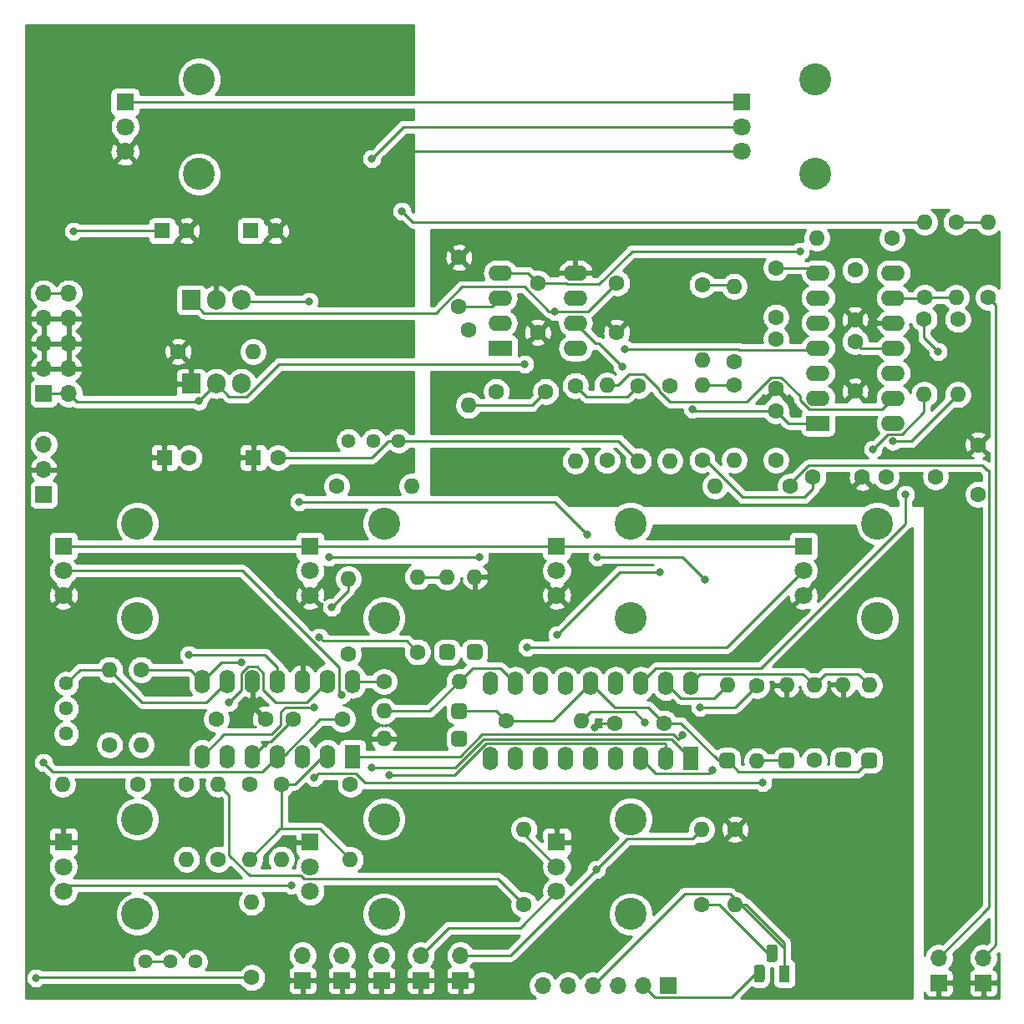
<source format=gbr>
%TF.GenerationSoftware,KiCad,Pcbnew,(5.1.9)-1*%
%TF.CreationDate,2021-06-30T11:22:10+01:00*%
%TF.ProjectId,VCDO,5643444f-2e6b-4696-9361-645f70636258,rev?*%
%TF.SameCoordinates,Original*%
%TF.FileFunction,Copper,L2,Bot*%
%TF.FilePolarity,Positive*%
%FSLAX46Y46*%
G04 Gerber Fmt 4.6, Leading zero omitted, Abs format (unit mm)*
G04 Created by KiCad (PCBNEW (5.1.9)-1) date 2021-06-30 11:22:10*
%MOMM*%
%LPD*%
G01*
G04 APERTURE LIST*
%TA.AperFunction,ComponentPad*%
%ADD10C,1.600000*%
%TD*%
%TA.AperFunction,ComponentPad*%
%ADD11R,1.600000X1.600000*%
%TD*%
%TA.AperFunction,ComponentPad*%
%ADD12C,3.240000*%
%TD*%
%TA.AperFunction,ComponentPad*%
%ADD13C,1.800000*%
%TD*%
%TA.AperFunction,ComponentPad*%
%ADD14R,1.800000X1.800000*%
%TD*%
%TA.AperFunction,ComponentPad*%
%ADD15O,1.600000X2.400000*%
%TD*%
%TA.AperFunction,ComponentPad*%
%ADD16R,1.600000X2.400000*%
%TD*%
%TA.AperFunction,ComponentPad*%
%ADD17O,1.905000X2.000000*%
%TD*%
%TA.AperFunction,ComponentPad*%
%ADD18R,1.905000X2.000000*%
%TD*%
%TA.AperFunction,ComponentPad*%
%ADD19O,2.400000X1.600000*%
%TD*%
%TA.AperFunction,ComponentPad*%
%ADD20R,2.400000X1.600000*%
%TD*%
%TA.AperFunction,ComponentPad*%
%ADD21C,1.440000*%
%TD*%
%TA.AperFunction,ComponentPad*%
%ADD22O,1.600000X1.600000*%
%TD*%
%TA.AperFunction,ComponentPad*%
%ADD23R,1.100000X1.800000*%
%TD*%
%TA.AperFunction,ComponentPad*%
%ADD24O,1.700000X1.700000*%
%TD*%
%TA.AperFunction,ComponentPad*%
%ADD25R,1.700000X1.700000*%
%TD*%
%TA.AperFunction,ViaPad*%
%ADD26C,0.800000*%
%TD*%
%TA.AperFunction,Conductor*%
%ADD27C,0.250000*%
%TD*%
%TA.AperFunction,Conductor*%
%ADD28C,0.254000*%
%TD*%
%TA.AperFunction,Conductor*%
%ADD29C,0.100000*%
%TD*%
G04 APERTURE END LIST*
D10*
%TO.P,C19,2*%
%TO.N,GND*%
X39000000Y-50500000D03*
D11*
%TO.P,C19,1*%
%TO.N,+5V*%
X36500000Y-50500000D03*
%TD*%
D10*
%TO.P,C17,2*%
%TO.N,GND*%
X30000000Y-50500000D03*
D11*
%TO.P,C17,1*%
%TO.N,+12V*%
X27500000Y-50500000D03*
%TD*%
D10*
%TO.P,C16,2*%
%TO.N,-5V*%
X39250000Y-73500000D03*
D11*
%TO.P,C16,1*%
%TO.N,GND*%
X36750000Y-73500000D03*
%TD*%
D10*
%TO.P,C15,2*%
%TO.N,-12V*%
X30250000Y-73500000D03*
D11*
%TO.P,C15,1*%
%TO.N,GND*%
X27750000Y-73500000D03*
%TD*%
D10*
%TO.P,C18,2*%
%TO.N,GND*%
X73400000Y-100400000D03*
%TO.P,C18,1*%
%TO.N,+5V*%
X78400000Y-100400000D03*
%TD*%
%TO.P,C14,2*%
%TO.N,Net-(C14-Pad2)*%
X66400000Y-66800000D03*
%TO.P,C14,1*%
%TO.N,Net-(C14-Pad1)*%
X61400000Y-66800000D03*
%TD*%
%TO.P,C13,2*%
%TO.N,Net-(C13-Pad2)*%
X89750000Y-59250000D03*
%TO.P,C13,1*%
%TO.N,Net-(C13-Pad1)*%
X89750000Y-54250000D03*
%TD*%
%TO.P,C12,2*%
%TO.N,GNDA*%
X57600000Y-53200000D03*
%TO.P,C12,1*%
%TO.N,Net-(C12-Pad1)*%
X57600000Y-58200000D03*
%TD*%
%TO.P,C11,2*%
%TO.N,GNDA*%
X89750000Y-66500000D03*
%TO.P,C11,1*%
%TO.N,Net-(C11-Pad1)*%
X89750000Y-61500000D03*
%TD*%
%TO.P,C10,2*%
%TO.N,Net-(C10-Pad2)*%
X100918000Y-75438000D03*
%TO.P,C10,1*%
%TO.N,Net-(C10-Pad1)*%
X105918000Y-75438000D03*
%TD*%
%TO.P,C9,2*%
%TO.N,Net-(C9-Pad2)*%
X89750000Y-73750000D03*
%TO.P,C9,1*%
%TO.N,Net-(C9-Pad1)*%
X89750000Y-68750000D03*
%TD*%
%TO.P,C8,2*%
%TO.N,GNDA*%
X110236000Y-72216000D03*
%TO.P,C8,1*%
%TO.N,Net-(C8-Pad1)*%
X110236000Y-77216000D03*
%TD*%
%TO.P,C7,2*%
%TO.N,GNDA*%
X98500000Y-75500000D03*
%TO.P,C7,1*%
%TO.N,Net-(C7-Pad1)*%
X93500000Y-75500000D03*
%TD*%
%TO.P,C6,2*%
%TO.N,GNDA*%
X65600000Y-60800000D03*
%TO.P,C6,1*%
%TO.N,-12V*%
X65600000Y-55800000D03*
%TD*%
%TO.P,C5,2*%
%TO.N,GNDA*%
X73600000Y-60800000D03*
%TO.P,C5,1*%
%TO.N,+12V*%
X73600000Y-55800000D03*
%TD*%
%TO.P,C4,2*%
%TO.N,GNDA*%
X97750000Y-66750000D03*
%TO.P,C4,1*%
%TO.N,-12V*%
X97750000Y-61750000D03*
%TD*%
%TO.P,C3,2*%
%TO.N,GNDA*%
X97750000Y-59500000D03*
%TO.P,C3,1*%
%TO.N,+12V*%
X97750000Y-54500000D03*
%TD*%
%TO.P,C2,2*%
%TO.N,GND*%
X38000000Y-100000000D03*
%TO.P,C2,1*%
%TO.N,-12V*%
X33000000Y-100000000D03*
%TD*%
%TO.P,C1,2*%
%TO.N,+12V*%
X45800000Y-100000000D03*
%TO.P,C1,1*%
%TO.N,GND*%
X40800000Y-100000000D03*
%TD*%
D12*
%TO.P,RV11,*%
%TO.N,*%
X31257000Y-35160000D03*
X31257000Y-44760000D03*
D13*
%TO.P,RV11,3*%
%TO.N,GND*%
X23757000Y-42460000D03*
%TO.P,RV11,2*%
%TO.N,WAVEPOT*%
X23757000Y-39960000D03*
D14*
%TO.P,RV11,1*%
%TO.N,+5V*%
X23757000Y-37460000D03*
%TD*%
D12*
%TO.P,RV12,*%
%TO.N,*%
X75007000Y-80160000D03*
X75007000Y-89760000D03*
D13*
%TO.P,RV12,3*%
%TO.N,GND*%
X67507000Y-87460000D03*
%TO.P,RV12,2*%
%TO.N,CRUSHPOT*%
X67507000Y-84960000D03*
D14*
%TO.P,RV12,1*%
%TO.N,+5V*%
X67507000Y-82460000D03*
%TD*%
D12*
%TO.P,RV10,*%
%TO.N,*%
X100007000Y-80160000D03*
X100007000Y-89760000D03*
D13*
%TO.P,RV10,3*%
%TO.N,GND*%
X92507000Y-87460000D03*
%TO.P,RV10,2*%
%TO.N,GLIDEPOT*%
X92507000Y-84960000D03*
D14*
%TO.P,RV10,1*%
%TO.N,+5V*%
X92507000Y-82460000D03*
%TD*%
D12*
%TO.P,RV9,*%
%TO.N,*%
X50007000Y-80160000D03*
X50007000Y-89760000D03*
D13*
%TO.P,RV9,3*%
%TO.N,GND*%
X42507000Y-87460000D03*
%TO.P,RV9,2*%
%TO.N,FINEPOT*%
X42507000Y-84960000D03*
D14*
%TO.P,RV9,1*%
%TO.N,+5V*%
X42507000Y-82460000D03*
%TD*%
D12*
%TO.P,RV8,*%
%TO.N,*%
X93757000Y-35160000D03*
X93757000Y-44760000D03*
D13*
%TO.P,RV8,3*%
%TO.N,GND*%
X86257000Y-42460000D03*
%TO.P,RV8,2*%
%TO.N,SUBPOT*%
X86257000Y-39960000D03*
D14*
%TO.P,RV8,1*%
%TO.N,+5V*%
X86257000Y-37460000D03*
%TD*%
D12*
%TO.P,RV7,*%
%TO.N,*%
X25007000Y-80160000D03*
X25007000Y-89760000D03*
D13*
%TO.P,RV7,3*%
%TO.N,GND*%
X17507000Y-87460000D03*
%TO.P,RV7,2*%
%TO.N,FREQPOT*%
X17507000Y-84960000D03*
D14*
%TO.P,RV7,1*%
%TO.N,+5V*%
X17507000Y-82460000D03*
%TD*%
D12*
%TO.P,RV3,*%
%TO.N,*%
X75007000Y-110160000D03*
X75007000Y-119760000D03*
D13*
%TO.P,RV3,3*%
%TO.N,SUB_IN*%
X67507000Y-117460000D03*
%TO.P,RV3,2*%
%TO.N,Net-(R4-Pad2)*%
X67507000Y-114960000D03*
D14*
%TO.P,RV3,1*%
%TO.N,GND*%
X67507000Y-112460000D03*
%TD*%
D12*
%TO.P,RV2,*%
%TO.N,*%
X50007000Y-110160000D03*
X50007000Y-119760000D03*
D13*
%TO.P,RV2,3*%
%TO.N,WAVE_IN*%
X42507000Y-117460000D03*
%TO.P,RV2,2*%
%TO.N,Net-(R3-Pad2)*%
X42507000Y-114960000D03*
D14*
%TO.P,RV2,1*%
%TO.N,GND*%
X42507000Y-112460000D03*
%TD*%
D12*
%TO.P,RV1,*%
%TO.N,*%
X25007000Y-110160000D03*
X25007000Y-119760000D03*
D13*
%TO.P,RV1,3*%
%TO.N,MOD_IN*%
X17507000Y-117460000D03*
%TO.P,RV1,2*%
%TO.N,Net-(R2-Pad2)*%
X17507000Y-114960000D03*
D14*
%TO.P,RV1,1*%
%TO.N,GND*%
X17507000Y-112460000D03*
%TD*%
D15*
%TO.P,U6,18*%
%TO.N,SUB_CV*%
X81120000Y-96380000D03*
%TO.P,U6,9*%
%TO.N,CRUSHPOT*%
X60800000Y-104000000D03*
%TO.P,U6,17*%
%TO.N,WAVE_CV*%
X78580000Y-96380000D03*
%TO.P,U6,8*%
%TO.N,GLIDEPOT*%
X63340000Y-104000000D03*
%TO.P,U6,16*%
%TO.N,SUB_PIN*%
X76040000Y-96380000D03*
%TO.P,U6,7*%
%TO.N,SUBPOT*%
X65880000Y-104000000D03*
%TO.P,U6,15*%
%TO.N,Net-(R36-Pad2)*%
X73500000Y-96380000D03*
%TO.P,U6,6*%
%TO.N,MAIN_PIN*%
X68420000Y-104000000D03*
%TO.P,U6,14*%
%TO.N,+5V*%
X70960000Y-96380000D03*
%TO.P,U6,5*%
%TO.N,GND*%
X70960000Y-104000000D03*
%TO.P,U6,13*%
%TO.N,GLIDE_PIN*%
X68420000Y-96380000D03*
%TO.P,U6,4*%
%TO.N,MCLR*%
X73500000Y-104000000D03*
%TO.P,U6,12*%
%TO.N,PROGCLK*%
X65880000Y-96380000D03*
%TO.P,U6,3*%
%TO.N,WAVEPOT*%
X76040000Y-104000000D03*
%TO.P,U6,11*%
%TO.N,MOD_CV*%
X63340000Y-96380000D03*
%TO.P,U6,2*%
%TO.N,FINEPOT*%
X78580000Y-104000000D03*
%TO.P,U6,10*%
%TO.N,NOTE_CV*%
X60800000Y-96380000D03*
D16*
%TO.P,U6,1*%
%TO.N,FREQPOT*%
X81120000Y-104000000D03*
%TD*%
D17*
%TO.P,U5,3*%
%TO.N,+5V*%
X35540000Y-57500000D03*
%TO.P,U5,2*%
%TO.N,GND*%
X33000000Y-57500000D03*
D18*
%TO.P,U5,1*%
%TO.N,+12V*%
X30460000Y-57500000D03*
%TD*%
D17*
%TO.P,U4,3*%
%TO.N,-5V*%
X35540000Y-66000000D03*
%TO.P,U4,2*%
%TO.N,-12V*%
X33000000Y-66000000D03*
D18*
%TO.P,U4,1*%
%TO.N,GND*%
X30460000Y-66000000D03*
%TD*%
D19*
%TO.P,U3,8*%
%TO.N,+12V*%
X69420000Y-62400000D03*
%TO.P,U3,4*%
%TO.N,-12V*%
X61800000Y-54780000D03*
%TO.P,U3,7*%
%TO.N,Net-(R32-Pad1)*%
X69420000Y-59860000D03*
%TO.P,U3,3*%
%TO.N,Net-(C12-Pad1)*%
X61800000Y-57320000D03*
%TO.P,U3,6*%
%TO.N,Net-(R29-Pad1)*%
X69420000Y-57320000D03*
%TO.P,U3,2*%
%TO.N,Net-(C14-Pad1)*%
X61800000Y-59860000D03*
%TO.P,U3,5*%
%TO.N,GNDA*%
X69420000Y-54780000D03*
D20*
%TO.P,U3,1*%
%TO.N,Net-(C14-Pad1)*%
X61800000Y-62400000D03*
%TD*%
D19*
%TO.P,U2,14*%
%TO.N,Net-(C10-Pad1)*%
X101620000Y-70000000D03*
%TO.P,U2,7*%
%TO.N,Net-(C13-Pad1)*%
X94000000Y-54760000D03*
%TO.P,U2,13*%
%TO.N,Net-(C10-Pad1)*%
X101620000Y-67460000D03*
%TO.P,U2,6*%
%TO.N,Net-(C13-Pad1)*%
X94000000Y-57300000D03*
%TO.P,U2,12*%
%TO.N,Net-(C8-Pad1)*%
X101620000Y-64920000D03*
%TO.P,U2,5*%
%TO.N,Net-(C11-Pad1)*%
X94000000Y-59840000D03*
%TO.P,U2,11*%
%TO.N,-12V*%
X101620000Y-62380000D03*
%TO.P,U2,4*%
%TO.N,+12V*%
X94000000Y-62380000D03*
%TO.P,U2,10*%
%TO.N,GNDA*%
X101620000Y-59840000D03*
%TO.P,U2,3*%
%TO.N,Net-(C7-Pad1)*%
X94000000Y-64920000D03*
%TO.P,U2,9*%
%TO.N,Net-(R27-Pad1)*%
X101620000Y-57300000D03*
%TO.P,U2,2*%
%TO.N,Net-(C9-Pad1)*%
X94000000Y-67460000D03*
%TO.P,U2,8*%
%TO.N,Net-(R31-Pad1)*%
X101620000Y-54760000D03*
D20*
%TO.P,U2,1*%
%TO.N,Net-(C9-Pad1)*%
X94000000Y-70000000D03*
%TD*%
D15*
%TO.P,U1,14*%
%TO.N,Net-(R10-Pad1)*%
X46820000Y-96180000D03*
%TO.P,U1,7*%
%TO.N,Net-(R12-Pad1)*%
X31580000Y-103800000D03*
%TO.P,U1,13*%
%TO.N,Net-(R10-Pad2)*%
X44280000Y-96180000D03*
%TO.P,U1,6*%
%TO.N,Net-(R12-Pad2)*%
X34120000Y-103800000D03*
%TO.P,U1,12*%
%TO.N,GND*%
X41740000Y-96180000D03*
%TO.P,U1,5*%
X36660000Y-103800000D03*
%TO.P,U1,11*%
%TO.N,-12V*%
X39200000Y-96180000D03*
%TO.P,U1,4*%
%TO.N,+12V*%
X39200000Y-103800000D03*
%TO.P,U1,10*%
%TO.N,GND*%
X36660000Y-96180000D03*
%TO.P,U1,3*%
X41740000Y-103800000D03*
%TO.P,U1,9*%
%TO.N,Net-(R8-Pad2)*%
X34120000Y-96180000D03*
%TO.P,U1,2*%
%TO.N,Net-(R11-Pad2)*%
X44280000Y-103800000D03*
%TO.P,U1,8*%
%TO.N,Net-(R13-Pad1)*%
X31580000Y-96180000D03*
D16*
%TO.P,U1,1*%
%TO.N,Net-(R11-Pad1)*%
X46820000Y-103800000D03*
%TD*%
D21*
%TO.P,RV6,3*%
%TO.N,Net-(R8-Pad2)*%
X17800000Y-96400000D03*
%TO.P,RV6,2*%
X17800000Y-98940000D03*
%TO.P,RV6,1*%
%TO.N,Net-(R1-Pad1)*%
X17800000Y-101480000D03*
%TD*%
%TO.P,RV5,3*%
%TO.N,Net-(R8-Pad1)*%
X25800000Y-124600000D03*
%TO.P,RV5,2*%
X28340000Y-124600000D03*
%TO.P,RV5,1*%
%TO.N,-5V*%
X30880000Y-124600000D03*
%TD*%
%TO.P,RV4,3*%
%TO.N,Net-(R5-Pad1)*%
X46400000Y-71800000D03*
%TO.P,RV4,2*%
X48940000Y-71800000D03*
%TO.P,RV4,1*%
%TO.N,-5V*%
X51480000Y-71800000D03*
%TD*%
D22*
%TO.P,R36,2*%
%TO.N,Net-(R36-Pad2)*%
X70000000Y-100200000D03*
D10*
%TO.P,R36,1*%
%TO.N,+5V*%
X62380000Y-100200000D03*
%TD*%
D22*
%TO.P,R35,2*%
%TO.N,Net-(R32-Pad1)*%
X83580000Y-76400000D03*
D10*
%TO.P,R35,1*%
%TO.N,SUBOUT*%
X91200000Y-76400000D03*
%TD*%
D22*
%TO.P,R34,2*%
%TO.N,Net-(R31-Pad1)*%
X111250000Y-49630000D03*
D10*
%TO.P,R34,1*%
%TO.N,MAINOUT*%
X111250000Y-57250000D03*
%TD*%
D22*
%TO.P,R33,2*%
%TO.N,-5V*%
X36750000Y-62750000D03*
D10*
%TO.P,R33,1*%
%TO.N,GND*%
X29130000Y-62750000D03*
%TD*%
D22*
%TO.P,R32,2*%
%TO.N,Net-(R29-Pad1)*%
X79000000Y-73820000D03*
D10*
%TO.P,R32,1*%
%TO.N,Net-(R32-Pad1)*%
X79000000Y-66200000D03*
%TD*%
D22*
%TO.P,R31,2*%
%TO.N,Net-(R27-Pad1)*%
X108000000Y-57250000D03*
D10*
%TO.P,R31,1*%
%TO.N,Net-(R31-Pad1)*%
X108000000Y-49630000D03*
%TD*%
D22*
%TO.P,R30,2*%
%TO.N,-5V*%
X75800000Y-73820000D03*
D10*
%TO.P,R30,1*%
%TO.N,Net-(R29-Pad1)*%
X75800000Y-66200000D03*
%TD*%
D22*
%TO.P,R29,2*%
%TO.N,Net-(C14-Pad1)*%
X69400000Y-73820000D03*
D10*
%TO.P,R29,1*%
%TO.N,Net-(R29-Pad1)*%
X69400000Y-66200000D03*
%TD*%
D22*
%TO.P,R28,2*%
%TO.N,-5V*%
X104800000Y-49630000D03*
D10*
%TO.P,R28,1*%
%TO.N,Net-(R27-Pad1)*%
X104800000Y-57250000D03*
%TD*%
D22*
%TO.P,R27,2*%
%TO.N,Net-(C13-Pad1)*%
X93880000Y-51250000D03*
D10*
%TO.P,R27,1*%
%TO.N,Net-(R27-Pad1)*%
X101500000Y-51250000D03*
%TD*%
D22*
%TO.P,R26,2*%
%TO.N,Net-(C14-Pad2)*%
X58600000Y-68200000D03*
D10*
%TO.P,R26,1*%
%TO.N,Net-(C12-Pad1)*%
X58600000Y-60580000D03*
%TD*%
D22*
%TO.P,R25,2*%
%TO.N,Net-(C13-Pad2)*%
X85500000Y-56130000D03*
D10*
%TO.P,R25,1*%
%TO.N,Net-(C11-Pad1)*%
X85500000Y-63750000D03*
%TD*%
D22*
%TO.P,R24,2*%
%TO.N,Net-(C10-Pad1)*%
X72600000Y-66180000D03*
D10*
%TO.P,R24,1*%
%TO.N,Net-(C14-Pad2)*%
X72600000Y-73800000D03*
%TD*%
D22*
%TO.P,R23,2*%
%TO.N,Net-(C9-Pad1)*%
X82250000Y-63620000D03*
D10*
%TO.P,R23,1*%
%TO.N,Net-(C13-Pad2)*%
X82250000Y-56000000D03*
%TD*%
D22*
%TO.P,R22,2*%
%TO.N,Net-(C10-Pad2)*%
X108168000Y-67114000D03*
D10*
%TO.P,R22,1*%
%TO.N,Net-(C8-Pad1)*%
X108168000Y-59494000D03*
%TD*%
D22*
%TO.P,R21,2*%
%TO.N,Net-(C9-Pad2)*%
X82250000Y-66130000D03*
D10*
%TO.P,R21,1*%
%TO.N,Net-(C7-Pad1)*%
X82250000Y-73750000D03*
%TD*%
D22*
%TO.P,R20,2*%
%TO.N,GLIDE_PIN*%
X85600000Y-118800000D03*
D10*
%TO.P,R20,1*%
%TO.N,GND*%
X85600000Y-111180000D03*
%TD*%
D22*
%TO.P,R19,2*%
%TO.N,SUB_PIN*%
X104768000Y-67094000D03*
D10*
%TO.P,R19,1*%
%TO.N,Net-(C10-Pad2)*%
X104768000Y-59474000D03*
%TD*%
D22*
%TO.P,R18,2*%
%TO.N,MAIN_PIN*%
X85500000Y-73750000D03*
D10*
%TO.P,R18,1*%
%TO.N,Net-(C9-Pad2)*%
X85500000Y-66130000D03*
%TD*%
D22*
%TO.P,R17,2*%
%TO.N,GLIDE_IN*%
X82200000Y-111200000D03*
D10*
%TO.P,R17,1*%
%TO.N,Net-(Q1-Pad2)*%
X82200000Y-118820000D03*
%TD*%
D22*
%TO.P,R16,2*%
%TO.N,SUB_CV*%
X93600000Y-96580000D03*
D10*
%TO.P,R16,1*%
%TO.N,Net-(R12-Pad1)*%
X93600000Y-104200000D03*
%TD*%
D22*
%TO.P,R15,2*%
%TO.N,WAVE_CV*%
X87800000Y-104220000D03*
D10*
%TO.P,R15,1*%
%TO.N,Net-(R11-Pad1)*%
X87800000Y-96600000D03*
%TD*%
D22*
%TO.P,R14,2*%
%TO.N,MOD_CV*%
X57620000Y-96200000D03*
D10*
%TO.P,R14,1*%
%TO.N,Net-(R10-Pad1)*%
X50000000Y-96200000D03*
%TD*%
D22*
%TO.P,R13,2*%
%TO.N,NOTE_CV*%
X53400000Y-85580000D03*
D10*
%TO.P,R13,1*%
%TO.N,Net-(R13-Pad1)*%
X53400000Y-93200000D03*
%TD*%
D22*
%TO.P,R12,2*%
%TO.N,Net-(R12-Pad2)*%
X30000000Y-114200000D03*
D10*
%TO.P,R12,1*%
%TO.N,Net-(R12-Pad1)*%
X30000000Y-106580000D03*
%TD*%
D22*
%TO.P,R11,2*%
%TO.N,Net-(R11-Pad2)*%
X46600000Y-114220000D03*
D10*
%TO.P,R11,1*%
%TO.N,Net-(R11-Pad1)*%
X46600000Y-106600000D03*
%TD*%
D22*
%TO.P,R10,2*%
%TO.N,Net-(R10-Pad2)*%
X46400000Y-85780000D03*
D10*
%TO.P,R10,1*%
%TO.N,Net-(R10-Pad1)*%
X46400000Y-93400000D03*
%TD*%
D22*
%TO.P,R9,2*%
%TO.N,Net-(R8-Pad2)*%
X25400000Y-102600000D03*
D10*
%TO.P,R9,1*%
%TO.N,Net-(R13-Pad1)*%
X25400000Y-94980000D03*
%TD*%
D22*
%TO.P,R8,2*%
%TO.N,Net-(R8-Pad2)*%
X22200000Y-94980000D03*
D10*
%TO.P,R8,1*%
%TO.N,Net-(R8-Pad1)*%
X22200000Y-102600000D03*
%TD*%
D22*
%TO.P,R7,2*%
%TO.N,Net-(R12-Pad2)*%
X33200000Y-106580000D03*
D10*
%TO.P,R7,1*%
%TO.N,-5V*%
X33200000Y-114200000D03*
%TD*%
D22*
%TO.P,R6,2*%
%TO.N,Net-(R11-Pad2)*%
X36400000Y-114200000D03*
D10*
%TO.P,R6,1*%
%TO.N,-5V*%
X36400000Y-106580000D03*
%TD*%
D22*
%TO.P,R5,2*%
%TO.N,Net-(R10-Pad2)*%
X52820000Y-76400000D03*
D10*
%TO.P,R5,1*%
%TO.N,Net-(R5-Pad1)*%
X45200000Y-76400000D03*
%TD*%
D22*
%TO.P,R4,2*%
%TO.N,Net-(R4-Pad2)*%
X64200000Y-111180000D03*
D10*
%TO.P,R4,1*%
%TO.N,Net-(R12-Pad2)*%
X64200000Y-118800000D03*
%TD*%
D22*
%TO.P,R3,2*%
%TO.N,Net-(R3-Pad2)*%
X39600000Y-114200000D03*
D10*
%TO.P,R3,1*%
%TO.N,Net-(R11-Pad2)*%
X39600000Y-106580000D03*
%TD*%
D22*
%TO.P,R2,2*%
%TO.N,Net-(R2-Pad2)*%
X17400000Y-106600000D03*
D10*
%TO.P,R2,1*%
%TO.N,Net-(R10-Pad2)*%
X25020000Y-106600000D03*
%TD*%
D22*
%TO.P,R1,2*%
%TO.N,NOTE_IN*%
X36600000Y-118580000D03*
D10*
%TO.P,R1,1*%
%TO.N,Net-(R1-Pad1)*%
X36600000Y-126200000D03*
%TD*%
D23*
%TO.P,Q1,1*%
%TO.N,GLIDE_PIN*%
X90600000Y-125800000D03*
%TO.P,Q1,3*%
%TO.N,+5V*%
%TA.AperFunction,ComponentPad*%
G36*
G01*
X88610000Y-125175000D02*
X88610000Y-126425000D01*
G75*
G02*
X88335000Y-126700000I-275000J0D01*
G01*
X87785000Y-126700000D01*
G75*
G02*
X87510000Y-126425000I0J275000D01*
G01*
X87510000Y-125175000D01*
G75*
G02*
X87785000Y-124900000I275000J0D01*
G01*
X88335000Y-124900000D01*
G75*
G02*
X88610000Y-125175000I0J-275000D01*
G01*
G37*
%TD.AperFunction*%
%TO.P,Q1,2*%
%TO.N,Net-(Q1-Pad2)*%
%TA.AperFunction,ComponentPad*%
G36*
G01*
X89880000Y-123105000D02*
X89880000Y-124355000D01*
G75*
G02*
X89605000Y-124630000I-275000J0D01*
G01*
X89055000Y-124630000D01*
G75*
G02*
X88780000Y-124355000I0J275000D01*
G01*
X88780000Y-123105000D01*
G75*
G02*
X89055000Y-122830000I275000J0D01*
G01*
X89605000Y-122830000D01*
G75*
G02*
X89880000Y-123105000I0J-275000D01*
G01*
G37*
%TD.AperFunction*%
%TD*%
D24*
%TO.P,J10,6*%
%TO.N,Net-(J10-Pad6)*%
X66100000Y-127000000D03*
%TO.P,J10,5*%
%TO.N,PROGCLK*%
X68640000Y-127000000D03*
%TO.P,J10,4*%
%TO.N,GLIDE_PIN*%
X71180000Y-127000000D03*
%TO.P,J10,3*%
%TO.N,GND*%
X73720000Y-127000000D03*
%TO.P,J10,2*%
%TO.N,+5V*%
X76260000Y-127000000D03*
D25*
%TO.P,J10,1*%
%TO.N,MCLR*%
X78800000Y-127000000D03*
%TD*%
D24*
%TO.P,MAIN OUT,2*%
%TO.N,MAINOUT*%
X110750000Y-124210000D03*
D25*
%TO.P,MAIN OUT,1*%
%TO.N,GNDA*%
X110750000Y-126750000D03*
%TD*%
D24*
%TO.P,STRIPE,10*%
%TO.N,+12V*%
X18040000Y-56840000D03*
%TO.P,STRIPE,9*%
X15500000Y-56840000D03*
%TO.P,STRIPE,8*%
%TO.N,GND*%
X18040000Y-59380000D03*
%TO.P,STRIPE,7*%
X15500000Y-59380000D03*
%TO.P,STRIPE,6*%
X18040000Y-61920000D03*
%TO.P,STRIPE,5*%
X15500000Y-61920000D03*
%TO.P,STRIPE,4*%
X18040000Y-64460000D03*
%TO.P,STRIPE,3*%
X15500000Y-64460000D03*
%TO.P,STRIPE,2*%
%TO.N,-12V*%
X18040000Y-67000000D03*
D25*
%TO.P,STRIPE,1*%
X15500000Y-67000000D03*
%TD*%
D24*
%TO.P,+12,3*%
%TO.N,-12V*%
X15500000Y-72170000D03*
%TO.P,+12,2*%
%TO.N,GND*%
X15500000Y-74710000D03*
D25*
%TO.P,+12,1*%
%TO.N,+12V*%
X15500000Y-77250000D03*
%TD*%
D24*
%TO.P,SUB OUT,2*%
%TO.N,SUBOUT*%
X106250000Y-124210000D03*
D25*
%TO.P,SUB OUT,1*%
%TO.N,GNDA*%
X106250000Y-126750000D03*
%TD*%
D24*
%TO.P,GLIDE SW,2*%
%TO.N,GLIDE_IN*%
X57750000Y-123960000D03*
D25*
%TO.P,GLIDE SW,1*%
%TO.N,GND*%
X57750000Y-126500000D03*
%TD*%
D24*
%TO.P,SUB CV,2*%
%TO.N,SUB_IN*%
X53750000Y-123960000D03*
D25*
%TO.P,SUB CV,1*%
%TO.N,GND*%
X53750000Y-126500000D03*
%TD*%
D24*
%TO.P,WAVE IN,2*%
%TO.N,WAVE_IN*%
X49750000Y-123960000D03*
D25*
%TO.P,WAVE IN,1*%
%TO.N,GND*%
X49750000Y-126500000D03*
%TD*%
D24*
%TO.P,FM IN,2*%
%TO.N,MOD_IN*%
X45750000Y-123960000D03*
D25*
%TO.P,FM IN,1*%
%TO.N,GND*%
X45750000Y-126500000D03*
%TD*%
D24*
%TO.P,1v/oct,2*%
%TO.N,NOTE_IN*%
X41750000Y-123960000D03*
D25*
%TO.P,1v/oct,1*%
%TO.N,GND*%
X41750000Y-126500000D03*
%TD*%
D22*
%TO.P,D8,2*%
%TO.N,GND*%
X96550000Y-96530000D03*
%TO.P,D8,1*%
%TO.N,SUB_CV*%
%TA.AperFunction,ComponentPad*%
G36*
G01*
X96950000Y-104950000D02*
X96150000Y-104950000D01*
G75*
G02*
X95750000Y-104550000I0J400000D01*
G01*
X95750000Y-103750000D01*
G75*
G02*
X96150000Y-103350000I400000J0D01*
G01*
X96950000Y-103350000D01*
G75*
G02*
X97350000Y-103750000I0J-400000D01*
G01*
X97350000Y-104550000D01*
G75*
G02*
X96950000Y-104950000I-400000J0D01*
G01*
G37*
%TD.AperFunction*%
%TD*%
%TO.P,D7,2*%
%TO.N,SUB_CV*%
X99200000Y-96580000D03*
%TO.P,D7,1*%
%TO.N,+5V*%
%TA.AperFunction,ComponentPad*%
G36*
G01*
X99600000Y-105000000D02*
X98800000Y-105000000D01*
G75*
G02*
X98400000Y-104600000I0J400000D01*
G01*
X98400000Y-103800000D01*
G75*
G02*
X98800000Y-103400000I400000J0D01*
G01*
X99600000Y-103400000D01*
G75*
G02*
X100000000Y-103800000I0J-400000D01*
G01*
X100000000Y-104600000D01*
G75*
G02*
X99600000Y-105000000I-400000J0D01*
G01*
G37*
%TD.AperFunction*%
%TD*%
%TO.P,D6,2*%
%TO.N,GND*%
X90800000Y-96580000D03*
%TO.P,D6,1*%
%TO.N,WAVE_CV*%
%TA.AperFunction,ComponentPad*%
G36*
G01*
X91200000Y-105000000D02*
X90400000Y-105000000D01*
G75*
G02*
X90000000Y-104600000I0J400000D01*
G01*
X90000000Y-103800000D01*
G75*
G02*
X90400000Y-103400000I400000J0D01*
G01*
X91200000Y-103400000D01*
G75*
G02*
X91600000Y-103800000I0J-400000D01*
G01*
X91600000Y-104600000D01*
G75*
G02*
X91200000Y-105000000I-400000J0D01*
G01*
G37*
%TD.AperFunction*%
%TD*%
%TO.P,D5,2*%
%TO.N,WAVE_CV*%
X84800000Y-96580000D03*
%TO.P,D5,1*%
%TO.N,+5V*%
%TA.AperFunction,ComponentPad*%
G36*
G01*
X85200000Y-105000000D02*
X84400000Y-105000000D01*
G75*
G02*
X84000000Y-104600000I0J400000D01*
G01*
X84000000Y-103800000D01*
G75*
G02*
X84400000Y-103400000I400000J0D01*
G01*
X85200000Y-103400000D01*
G75*
G02*
X85600000Y-103800000I0J-400000D01*
G01*
X85600000Y-104600000D01*
G75*
G02*
X85200000Y-105000000I-400000J0D01*
G01*
G37*
%TD.AperFunction*%
%TD*%
%TO.P,D4,2*%
%TO.N,GND*%
X50000000Y-102000000D03*
%TO.P,D4,1*%
%TO.N,MOD_CV*%
%TA.AperFunction,ComponentPad*%
G36*
G01*
X58420000Y-101600000D02*
X58420000Y-102400000D01*
G75*
G02*
X58020000Y-102800000I-400000J0D01*
G01*
X57220000Y-102800000D01*
G75*
G02*
X56820000Y-102400000I0J400000D01*
G01*
X56820000Y-101600000D01*
G75*
G02*
X57220000Y-101200000I400000J0D01*
G01*
X58020000Y-101200000D01*
G75*
G02*
X58420000Y-101600000I0J-400000D01*
G01*
G37*
%TD.AperFunction*%
%TD*%
%TO.P,D3,2*%
%TO.N,MOD_CV*%
X50000000Y-99200000D03*
%TO.P,D3,1*%
%TO.N,+5V*%
%TA.AperFunction,ComponentPad*%
G36*
G01*
X58420000Y-98800000D02*
X58420000Y-99600000D01*
G75*
G02*
X58020000Y-100000000I-400000J0D01*
G01*
X57220000Y-100000000D01*
G75*
G02*
X56820000Y-99600000I0J400000D01*
G01*
X56820000Y-98800000D01*
G75*
G02*
X57220000Y-98400000I400000J0D01*
G01*
X58020000Y-98400000D01*
G75*
G02*
X58420000Y-98800000I0J-400000D01*
G01*
G37*
%TD.AperFunction*%
%TD*%
%TO.P,D2,2*%
%TO.N,GND*%
X59200000Y-85580000D03*
%TO.P,D2,1*%
%TO.N,NOTE_CV*%
%TA.AperFunction,ComponentPad*%
G36*
G01*
X59600000Y-94000000D02*
X58800000Y-94000000D01*
G75*
G02*
X58400000Y-93600000I0J400000D01*
G01*
X58400000Y-92800000D01*
G75*
G02*
X58800000Y-92400000I400000J0D01*
G01*
X59600000Y-92400000D01*
G75*
G02*
X60000000Y-92800000I0J-400000D01*
G01*
X60000000Y-93600000D01*
G75*
G02*
X59600000Y-94000000I-400000J0D01*
G01*
G37*
%TD.AperFunction*%
%TD*%
%TO.P,D1,2*%
%TO.N,NOTE_CV*%
X56400000Y-85600000D03*
%TO.P,D1,1*%
%TO.N,+5V*%
%TA.AperFunction,ComponentPad*%
G36*
G01*
X56800000Y-94020000D02*
X56000000Y-94020000D01*
G75*
G02*
X55600000Y-93620000I0J400000D01*
G01*
X55600000Y-92820000D01*
G75*
G02*
X56000000Y-92420000I400000J0D01*
G01*
X56800000Y-92420000D01*
G75*
G02*
X57200000Y-92820000I0J-400000D01*
G01*
X57200000Y-93620000D01*
G75*
G02*
X56800000Y-94020000I-400000J0D01*
G01*
G37*
%TD.AperFunction*%
%TD*%
D26*
%TO.N,GND*%
X71374000Y-100838000D03*
X70612000Y-108458000D03*
X75692000Y-115824000D03*
%TO.N,+5V*%
X42418000Y-57658000D03*
%TO.N,+12V*%
X18542000Y-50546000D03*
X67310000Y-58674000D03*
X74422000Y-62484000D03*
X15494000Y-104394000D03*
%TO.N,-12V*%
X31212000Y-67788000D03*
X30226000Y-93472000D03*
X64262000Y-64008000D03*
X92202000Y-52578000D03*
%TO.N,Net-(C9-Pad1)*%
X81280000Y-68580000D03*
%TO.N,Net-(C10-Pad2)*%
X106172000Y-62738000D03*
X101586165Y-71850020D03*
%TO.N,GLIDEPOT*%
X64516000Y-92710000D03*
%TO.N,WAVEPOT*%
X83312000Y-105156000D03*
X82550000Y-85852000D03*
X71628000Y-83566000D03*
X70612000Y-81280000D03*
X41402000Y-77978000D03*
%TO.N,FINEPOT*%
X50546000Y-105664000D03*
%TO.N,SUBPOT*%
X48768000Y-43180000D03*
X44450000Y-83566000D03*
X59690000Y-83566000D03*
%TO.N,FREQPOT*%
X48768000Y-104902000D03*
X45720000Y-97536000D03*
%TO.N,-5V*%
X51816000Y-48514000D03*
%TO.N,MOD_IN*%
X40640000Y-116840000D03*
%TO.N,GLIDE_IN*%
X71546001Y-115234001D03*
%TO.N,Net-(R1-Pad1)*%
X14732000Y-126238000D03*
%TO.N,Net-(R10-Pad2)*%
X44704000Y-88646000D03*
X34290000Y-98298000D03*
%TO.N,Net-(R13-Pad1)*%
X43434000Y-91694000D03*
X35574838Y-94248838D03*
%TO.N,Net-(R11-Pad1)*%
X80264000Y-101600000D03*
X82042000Y-98806000D03*
%TO.N,Net-(R12-Pad1)*%
X88392000Y-106426000D03*
X42926000Y-105918000D03*
X42926000Y-98806000D03*
%TO.N,MAIN_PIN*%
X67564000Y-91440000D03*
X77978000Y-85090000D03*
%TO.N,SUB_PIN*%
X102870000Y-77216000D03*
X99568000Y-72644000D03*
%TO.N,Net-(R32-Pad1)*%
X74168000Y-64262000D03*
%TO.N,Net-(R36-Pad2)*%
X76454000Y-100330000D03*
%TD*%
D27*
%TO.N,GND*%
X86257000Y-42460000D02*
X53044000Y-42460000D01*
X71812000Y-100400000D02*
X71374000Y-100838000D01*
X73400000Y-100400000D02*
X71812000Y-100400000D01*
X36660000Y-98660000D02*
X38000000Y-100000000D01*
X36660000Y-96180000D02*
X36660000Y-98660000D01*
X38525010Y-102274990D02*
X40800000Y-100000000D01*
X38185010Y-102274990D02*
X38525010Y-102274990D01*
X36660000Y-103800000D02*
X38185010Y-102274990D01*
%TO.N,+5V*%
X17507000Y-82460000D02*
X42507000Y-82460000D01*
X42507000Y-82460000D02*
X67507000Y-82460000D01*
X67507000Y-82460000D02*
X92507000Y-82460000D01*
X35698000Y-57658000D02*
X35540000Y-57500000D01*
X42418000Y-57658000D02*
X35698000Y-57658000D01*
X86257000Y-37460000D02*
X23757000Y-37460000D01*
X85945001Y-105345001D02*
X84800000Y-104200000D01*
X98054999Y-105345001D02*
X85945001Y-105345001D01*
X99200000Y-104200000D02*
X98054999Y-105345001D01*
X83905002Y-104200000D02*
X84800000Y-104200000D01*
X80105002Y-100400000D02*
X83905002Y-104200000D01*
X78400000Y-100400000D02*
X80105002Y-100400000D01*
X61380000Y-99200000D02*
X62380000Y-100200000D01*
X57620000Y-99200000D02*
X61380000Y-99200000D01*
X67140000Y-100200000D02*
X70960000Y-96380000D01*
X62380000Y-100200000D02*
X67140000Y-100200000D01*
X85284999Y-128175001D02*
X88060000Y-125400000D01*
X77435001Y-128175001D02*
X85284999Y-128175001D01*
X76260000Y-127000000D02*
X77435001Y-128175001D01*
X76824988Y-98824988D02*
X73404988Y-98824988D01*
X78400000Y-100400000D02*
X76824988Y-98824988D01*
X73404988Y-98824988D02*
X70960000Y-96380000D01*
%TO.N,+12V*%
X15500000Y-56840000D02*
X18040000Y-56840000D01*
X18588000Y-50500000D02*
X18542000Y-50546000D01*
X27500000Y-50500000D02*
X18588000Y-50500000D01*
X29800000Y-56840000D02*
X30460000Y-57500000D01*
X93754999Y-62625001D02*
X94000000Y-62380000D01*
X86040003Y-62625001D02*
X93754999Y-62625001D01*
X85899002Y-62484000D02*
X86040003Y-62625001D01*
X74422000Y-62484000D02*
X85899002Y-62484000D01*
X39748996Y-103800000D02*
X39200000Y-103800000D01*
X43548996Y-100000000D02*
X39748996Y-103800000D01*
X45800000Y-100000000D02*
X43548996Y-100000000D01*
X67310000Y-58674000D02*
X70726000Y-58674000D01*
X70726000Y-58674000D02*
X73600000Y-55800000D01*
X30460000Y-57500000D02*
X31785010Y-58825010D01*
X57940008Y-56194990D02*
X64265305Y-56194990D01*
X55309988Y-58825010D02*
X57940008Y-56194990D01*
X31785010Y-58825010D02*
X55309988Y-58825010D01*
X64265305Y-56194990D02*
X66744315Y-58674000D01*
X66744315Y-58674000D02*
X67310000Y-58674000D01*
X15494000Y-104394000D02*
X16425010Y-105325010D01*
X16425010Y-105325010D02*
X37674990Y-105325010D01*
X37674990Y-105325010D02*
X39200000Y-103800000D01*
%TO.N,-12V*%
X15500000Y-67000000D02*
X18040000Y-67000000D01*
X31150001Y-67849999D02*
X31212000Y-67788000D01*
X18889999Y-67849999D02*
X31150001Y-67849999D01*
X18040000Y-67000000D02*
X18889999Y-67849999D01*
X31212000Y-67788000D02*
X33000000Y-66000000D01*
X39386171Y-64008000D02*
X64262000Y-64008000D01*
X36069161Y-67325010D02*
X39386171Y-64008000D01*
X34325010Y-67325010D02*
X36069161Y-67325010D01*
X33000000Y-66000000D02*
X34325010Y-67325010D01*
X64580000Y-54780000D02*
X65600000Y-55800000D01*
X61800000Y-54780000D02*
X64580000Y-54780000D01*
X75156998Y-52578000D02*
X92202000Y-52578000D01*
X71829988Y-55905010D02*
X75156998Y-52578000D01*
X68554006Y-55905010D02*
X71829988Y-55905010D01*
X68448996Y-55800000D02*
X68554006Y-55905010D01*
X65600000Y-55800000D02*
X68448996Y-55800000D01*
X98380000Y-62380000D02*
X97750000Y-61750000D01*
X101620000Y-62380000D02*
X98380000Y-62380000D01*
X39200000Y-94730000D02*
X39200000Y-96180000D01*
X37942000Y-93472000D02*
X39200000Y-94730000D01*
X30226000Y-93472000D02*
X37942000Y-93472000D01*
%TO.N,Net-(C9-Pad1)*%
X91000000Y-70000000D02*
X89750000Y-68750000D01*
X94000000Y-70000000D02*
X91000000Y-70000000D01*
X81450000Y-68750000D02*
X81280000Y-68580000D01*
X89750000Y-68750000D02*
X81450000Y-68750000D01*
%TO.N,Net-(C10-Pad2)*%
X104768000Y-61334000D02*
X104768000Y-59474000D01*
X106172000Y-62738000D02*
X104768000Y-61334000D01*
X108168000Y-67114000D02*
X103431980Y-71850020D01*
X103431980Y-71850020D02*
X101586165Y-71850020D01*
%TO.N,Net-(C10-Pad1)*%
X76340001Y-65074999D02*
X77874999Y-66609997D01*
X77874999Y-66740001D02*
X78952998Y-67818000D01*
X74836371Y-65074999D02*
X76340001Y-65074999D01*
X77874999Y-66609997D02*
X77874999Y-66740001D01*
X73731370Y-66180000D02*
X74836371Y-65074999D01*
X72600000Y-66180000D02*
X73731370Y-66180000D01*
X89209999Y-65374999D02*
X90290001Y-65374999D01*
X90290001Y-65374999D02*
X92202000Y-67286998D01*
X86766998Y-67818000D02*
X89209999Y-65374999D01*
X78952998Y-67818000D02*
X86766998Y-67818000D01*
X100494990Y-68585010D02*
X101620000Y-67460000D01*
X93134006Y-68585010D02*
X100494990Y-68585010D01*
X92202000Y-67653004D02*
X93134006Y-68585010D01*
X92202000Y-67286998D02*
X92202000Y-67653004D01*
%TO.N,NOTE_CV*%
X56380000Y-85580000D02*
X56400000Y-85600000D01*
X53400000Y-85580000D02*
X56380000Y-85580000D01*
%TO.N,MOD_CV*%
X61814990Y-94854990D02*
X63340000Y-96380000D01*
X58965010Y-94854990D02*
X61814990Y-94854990D01*
X57620000Y-96200000D02*
X58965010Y-94854990D01*
X54620000Y-99200000D02*
X57620000Y-96200000D01*
X50000000Y-99200000D02*
X54620000Y-99200000D01*
%TO.N,WAVE_CV*%
X87820000Y-104200000D02*
X87800000Y-104220000D01*
X90800000Y-104200000D02*
X87820000Y-104200000D01*
X80105010Y-97905010D02*
X78580000Y-96380000D01*
X83474990Y-97905010D02*
X80105010Y-97905010D01*
X84800000Y-96580000D02*
X83474990Y-97905010D01*
%TO.N,SUB_CV*%
X98024999Y-95404999D02*
X99200000Y-96580000D01*
X94775001Y-95404999D02*
X98024999Y-95404999D01*
X93600000Y-96580000D02*
X94775001Y-95404999D01*
X82045001Y-95454999D02*
X81120000Y-96380000D01*
X92474999Y-95454999D02*
X82045001Y-95454999D01*
X93600000Y-96580000D02*
X92474999Y-95454999D01*
%TO.N,GLIDEPOT*%
X84757000Y-92710000D02*
X92507000Y-84960000D01*
X64516000Y-92710000D02*
X84757000Y-92710000D01*
%TO.N,WAVEPOT*%
X82942999Y-105525001D02*
X83312000Y-105156000D01*
X77565001Y-105525001D02*
X82942999Y-105525001D01*
X76040000Y-104000000D02*
X77565001Y-105525001D01*
X67310000Y-77978000D02*
X41402000Y-77978000D01*
X70612000Y-81280000D02*
X67310000Y-77978000D01*
X82550000Y-85852000D02*
X80264000Y-83566000D01*
X80264000Y-83566000D02*
X71628000Y-83566000D01*
%TO.N,FINEPOT*%
X57144996Y-105664000D02*
X50546000Y-105664000D01*
X78504990Y-102474990D02*
X60334006Y-102474990D01*
X78580000Y-102550000D02*
X78504990Y-102474990D01*
X60334006Y-102474990D02*
X57144996Y-105664000D01*
X78580000Y-104000000D02*
X78580000Y-102550000D01*
%TO.N,SUBPOT*%
X48768000Y-43180000D02*
X51988000Y-39960000D01*
X59690000Y-83566000D02*
X44450000Y-83566000D01*
X51988000Y-39960000D02*
X86257000Y-39960000D01*
%TO.N,FREQPOT*%
X81120000Y-104000000D02*
X79144979Y-102024979D01*
X79144979Y-102024979D02*
X60147606Y-102024979D01*
X60147606Y-102024979D02*
X57270585Y-104902000D01*
X57270585Y-104902000D02*
X48768000Y-104902000D01*
X45466000Y-94799002D02*
X35626998Y-84960000D01*
X45720000Y-97536000D02*
X45466000Y-97282000D01*
X45466000Y-97282000D02*
X45466000Y-94799002D01*
X35626998Y-84960000D02*
X17507000Y-84960000D01*
%TO.N,-5V*%
X50486602Y-71800000D02*
X51480000Y-71800000D01*
X48786602Y-73500000D02*
X50486602Y-71800000D01*
X39250000Y-73500000D02*
X48786602Y-73500000D01*
X73780000Y-71800000D02*
X75800000Y-73820000D01*
X51480000Y-71800000D02*
X73780000Y-71800000D01*
X52932000Y-49630000D02*
X104800000Y-49630000D01*
X51816000Y-48514000D02*
X52932000Y-49630000D01*
%TO.N,SUB_IN*%
X67507000Y-117460000D02*
X63809000Y-121158000D01*
X56552000Y-121158000D02*
X53750000Y-123960000D01*
X63809000Y-121158000D02*
X56552000Y-121158000D01*
%TO.N,MOD_IN*%
X18127000Y-116840000D02*
X40640000Y-116840000D01*
X17507000Y-117460000D02*
X18127000Y-116840000D01*
%TO.N,GLIDE_IN*%
X62820002Y-123960000D02*
X57750000Y-123960000D01*
X74675001Y-112105001D02*
X71546001Y-115234001D01*
X81294999Y-112105001D02*
X74675001Y-112105001D01*
X82200000Y-111200000D02*
X81294999Y-112105001D01*
X71546001Y-115234001D02*
X62820002Y-123960000D01*
%TO.N,SUBOUT*%
X111361001Y-119098999D02*
X111361001Y-74820999D01*
X106250000Y-124210000D02*
X111361001Y-119098999D01*
X91200000Y-76134998D02*
X91200000Y-76400000D01*
X93021999Y-74312999D02*
X91200000Y-76134998D01*
X110667997Y-74312999D02*
X93021999Y-74312999D01*
X111175997Y-74820999D02*
X110667997Y-74312999D01*
X111361001Y-74820999D02*
X111175997Y-74820999D01*
%TO.N,MAINOUT*%
X112049999Y-122910001D02*
X110750000Y-124210000D01*
X112049999Y-58049999D02*
X112049999Y-122910001D01*
X111250000Y-57250000D02*
X112049999Y-58049999D01*
%TO.N,GLIDE_PIN*%
X86731370Y-118800000D02*
X90600000Y-122668630D01*
X90600000Y-122668630D02*
X90600000Y-125400000D01*
X85600000Y-118800000D02*
X86731370Y-118800000D01*
X90600000Y-125400000D02*
X90600000Y-123251456D01*
X90600000Y-123251456D02*
X85043543Y-117694999D01*
X85043543Y-117694999D02*
X80485001Y-117694999D01*
X80485001Y-117694999D02*
X71180000Y-127000000D01*
%TO.N,Net-(Q1-Pad2)*%
X84020000Y-118820000D02*
X89330000Y-124130000D01*
X82200000Y-118820000D02*
X84020000Y-118820000D01*
%TO.N,Net-(R1-Pad1)*%
X14770000Y-126200000D02*
X14732000Y-126238000D01*
X36600000Y-126200000D02*
X14770000Y-126200000D01*
%TO.N,Net-(R10-Pad2)*%
X46400000Y-86950000D02*
X46400000Y-85780000D01*
X44704000Y-88646000D02*
X46400000Y-86950000D01*
X39037016Y-98298000D02*
X42162000Y-98298000D01*
X42162000Y-98298000D02*
X44280000Y-96180000D01*
X37785010Y-95314006D02*
X37785010Y-97045994D01*
X37785010Y-97045994D02*
X39037016Y-98298000D01*
X37125994Y-94654990D02*
X37785010Y-95314006D01*
X36194006Y-94654990D02*
X37125994Y-94654990D01*
X35534990Y-95314006D02*
X36194006Y-94654990D01*
X35534990Y-97053010D02*
X35534990Y-95314006D01*
X34290000Y-98298000D02*
X35534990Y-97053010D01*
%TO.N,Net-(R11-Pad2)*%
X39600000Y-106580000D02*
X39600000Y-111000000D01*
X43731004Y-103800000D02*
X44280000Y-103800000D01*
X40951004Y-106580000D02*
X43731004Y-103800000D01*
X39600000Y-106580000D02*
X40951004Y-106580000D01*
X43494000Y-111114000D02*
X39486000Y-111114000D01*
X46600000Y-114220000D02*
X43494000Y-111114000D01*
X39486000Y-111114000D02*
X36400000Y-114200000D01*
X39600000Y-111000000D02*
X39486000Y-111114000D01*
%TO.N,Net-(R12-Pad2)*%
X61585001Y-116185001D02*
X64200000Y-118800000D01*
X41557998Y-115824000D02*
X41918999Y-116185001D01*
X36358998Y-115824000D02*
X41557998Y-115824000D01*
X34325001Y-113790003D02*
X36358998Y-115824000D01*
X41918999Y-116185001D02*
X61585001Y-116185001D01*
X34325001Y-107705001D02*
X34325001Y-113790003D01*
X33200000Y-106580000D02*
X34325001Y-107705001D01*
%TO.N,Net-(R8-Pad2)*%
X19220000Y-94980000D02*
X17800000Y-96400000D01*
X22200000Y-94980000D02*
X19220000Y-94980000D01*
X34120000Y-96180000D02*
X32002000Y-98298000D01*
X25518000Y-98298000D02*
X32002000Y-98298000D01*
X22200000Y-94980000D02*
X25518000Y-98298000D01*
%TO.N,Net-(R8-Pad1)*%
X28340000Y-124600000D02*
X25800000Y-124600000D01*
%TO.N,Net-(R13-Pad1)*%
X30380000Y-94980000D02*
X31580000Y-96180000D01*
X25400000Y-94980000D02*
X30380000Y-94980000D01*
X52293999Y-92093999D02*
X53400000Y-93200000D01*
X43833999Y-92093999D02*
X52293999Y-92093999D01*
X43434000Y-91694000D02*
X43833999Y-92093999D01*
X31580000Y-96180000D02*
X33511162Y-94248838D01*
X33511162Y-94248838D02*
X35574838Y-94248838D01*
%TO.N,Net-(R10-Pad1)*%
X46840000Y-96200000D02*
X46820000Y-96180000D01*
X50000000Y-96200000D02*
X46840000Y-96200000D01*
%TO.N,Net-(R11-Pad1)*%
X59961206Y-101574969D02*
X79331380Y-101574970D01*
X79810205Y-102053795D02*
X80264000Y-101600000D01*
X79331380Y-101574970D02*
X79810205Y-102053795D01*
X57736175Y-103800000D02*
X59961206Y-101574969D01*
X46820000Y-103800000D02*
X57736175Y-103800000D01*
X85594000Y-98806000D02*
X87800000Y-96600000D01*
X82042000Y-98806000D02*
X85594000Y-98806000D01*
%TO.N,Net-(R12-Pad1)*%
X47140001Y-105474999D02*
X43369001Y-105474999D01*
X43369001Y-105474999D02*
X42926000Y-105918000D01*
X48091002Y-106426000D02*
X47140001Y-105474999D01*
X88392000Y-106426000D02*
X48091002Y-106426000D01*
X33804988Y-101575012D02*
X31580000Y-103800000D01*
X38588578Y-101575012D02*
X33804988Y-101575012D01*
X39575012Y-99273599D02*
X39575012Y-100588578D01*
X42926000Y-98806000D02*
X40042611Y-98806000D01*
X40042611Y-98806000D02*
X39575012Y-99273599D01*
X39575012Y-100588578D02*
X38588578Y-101575012D01*
%TO.N,MAIN_PIN*%
X73914000Y-85090000D02*
X77978000Y-85090000D01*
X67564000Y-91440000D02*
X73914000Y-85090000D01*
%TO.N,SUB_PIN*%
X88190612Y-94854990D02*
X102870000Y-80175602D01*
X77565010Y-94854990D02*
X88190612Y-94854990D01*
X76040000Y-96380000D02*
X77565010Y-94854990D01*
X102870000Y-80175602D02*
X102870000Y-77216000D01*
X104768000Y-68843004D02*
X104768000Y-67094000D01*
X102485994Y-71125010D02*
X104768000Y-68843004D01*
X101086990Y-71125010D02*
X102485994Y-71125010D01*
X99568000Y-72644000D02*
X101086990Y-71125010D01*
%TO.N,Net-(R32-Pad1)*%
X71485001Y-61925001D02*
X71831001Y-61925001D01*
X69420000Y-59860000D02*
X71485001Y-61925001D01*
X71831001Y-61925001D02*
X74168000Y-64262000D01*
%TO.N,Net-(C7-Pad1)*%
X82595002Y-73750000D02*
X82250000Y-73750000D01*
X86370003Y-77525001D02*
X82595002Y-73750000D01*
X92606369Y-77525001D02*
X86370003Y-77525001D01*
X93500000Y-76631370D02*
X92606369Y-77525001D01*
X93500000Y-75500000D02*
X93500000Y-76631370D01*
%TO.N,Net-(C9-Pad2)*%
X82250000Y-66130000D02*
X85500000Y-66130000D01*
%TO.N,Net-(C12-Pad1)*%
X60920000Y-58200000D02*
X61800000Y-57320000D01*
X57600000Y-58200000D02*
X60920000Y-58200000D01*
%TO.N,Net-(C13-Pad2)*%
X85370000Y-56000000D02*
X85500000Y-56130000D01*
X82250000Y-56000000D02*
X85370000Y-56000000D01*
%TO.N,Net-(C13-Pad1)*%
X93490000Y-54250000D02*
X94000000Y-54760000D01*
X89750000Y-54250000D02*
X93490000Y-54250000D01*
%TO.N,Net-(C14-Pad2)*%
X65000000Y-68200000D02*
X66400000Y-66800000D01*
X58600000Y-68200000D02*
X65000000Y-68200000D01*
%TO.N,Net-(R4-Pad2)*%
X64200000Y-111653000D02*
X67507000Y-114960000D01*
X64200000Y-111180000D02*
X64200000Y-111653000D01*
%TO.N,Net-(R27-Pad1)*%
X108000000Y-57250000D02*
X104800000Y-57250000D01*
X104750000Y-57300000D02*
X104800000Y-57250000D01*
X101620000Y-57300000D02*
X104750000Y-57300000D01*
%TO.N,Net-(R29-Pad1)*%
X74694999Y-67305001D02*
X75800000Y-66200000D01*
X70505001Y-67305001D02*
X74694999Y-67305001D01*
X69400000Y-66200000D02*
X70505001Y-67305001D01*
%TO.N,Net-(R31-Pad1)*%
X111250000Y-49630000D02*
X108000000Y-49630000D01*
%TO.N,Net-(R36-Pad2)*%
X70925001Y-99274999D02*
X75398999Y-99274999D01*
X75398999Y-99274999D02*
X76454000Y-100330000D01*
X70000000Y-100200000D02*
X70925001Y-99274999D01*
%TD*%
D28*
%TO.N,GND*%
X52959000Y-36700000D02*
X32906052Y-36700000D01*
X33008573Y-36597479D01*
X33255355Y-36228143D01*
X33425342Y-35817759D01*
X33512000Y-35382098D01*
X33512000Y-34937902D01*
X33425342Y-34502241D01*
X33255355Y-34091857D01*
X33008573Y-33722521D01*
X32694479Y-33408427D01*
X32325143Y-33161645D01*
X31914759Y-32991658D01*
X31479098Y-32905000D01*
X31034902Y-32905000D01*
X30599241Y-32991658D01*
X30188857Y-33161645D01*
X29819521Y-33408427D01*
X29505427Y-33722521D01*
X29258645Y-34091857D01*
X29088658Y-34502241D01*
X29002000Y-34937902D01*
X29002000Y-35382098D01*
X29088658Y-35817759D01*
X29258645Y-36228143D01*
X29505427Y-36597479D01*
X29607948Y-36700000D01*
X25295072Y-36700000D01*
X25295072Y-36560000D01*
X25282812Y-36435518D01*
X25246502Y-36315820D01*
X25187537Y-36205506D01*
X25108185Y-36108815D01*
X25011494Y-36029463D01*
X24901180Y-35970498D01*
X24781482Y-35934188D01*
X24657000Y-35921928D01*
X22857000Y-35921928D01*
X22732518Y-35934188D01*
X22612820Y-35970498D01*
X22502506Y-36029463D01*
X22405815Y-36108815D01*
X22326463Y-36205506D01*
X22267498Y-36315820D01*
X22231188Y-36435518D01*
X22218928Y-36560000D01*
X22218928Y-38360000D01*
X22231188Y-38484482D01*
X22267498Y-38604180D01*
X22326463Y-38714494D01*
X22405815Y-38811185D01*
X22502506Y-38890537D01*
X22602303Y-38943880D01*
X22564688Y-38981495D01*
X22396701Y-39232905D01*
X22280989Y-39512257D01*
X22222000Y-39808816D01*
X22222000Y-40111184D01*
X22280989Y-40407743D01*
X22396701Y-40687095D01*
X22564688Y-40938505D01*
X22778495Y-41152312D01*
X22921310Y-41247738D01*
X22872525Y-41395920D01*
X23757000Y-42280395D01*
X24641475Y-41395920D01*
X24592690Y-41247738D01*
X24735505Y-41152312D01*
X24949312Y-40938505D01*
X25117299Y-40687095D01*
X25233011Y-40407743D01*
X25292000Y-40111184D01*
X25292000Y-39808816D01*
X25233011Y-39512257D01*
X25117299Y-39232905D01*
X24949312Y-38981495D01*
X24911697Y-38943880D01*
X25011494Y-38890537D01*
X25108185Y-38811185D01*
X25187537Y-38714494D01*
X25246502Y-38604180D01*
X25282812Y-38484482D01*
X25295072Y-38360000D01*
X25295072Y-38220000D01*
X52959000Y-38220000D01*
X52959000Y-39200000D01*
X52025325Y-39200000D01*
X51988000Y-39196324D01*
X51950675Y-39200000D01*
X51950667Y-39200000D01*
X51839014Y-39210997D01*
X51695753Y-39254454D01*
X51563724Y-39325026D01*
X51447999Y-39419999D01*
X51424201Y-39448997D01*
X48728199Y-42145000D01*
X48666061Y-42145000D01*
X48466102Y-42184774D01*
X48277744Y-42262795D01*
X48108226Y-42376063D01*
X47964063Y-42520226D01*
X47850795Y-42689744D01*
X47772774Y-42878102D01*
X47733000Y-43078061D01*
X47733000Y-43281939D01*
X47772774Y-43481898D01*
X47850795Y-43670256D01*
X47964063Y-43839774D01*
X48108226Y-43983937D01*
X48277744Y-44097205D01*
X48466102Y-44175226D01*
X48666061Y-44215000D01*
X48869939Y-44215000D01*
X49069898Y-44175226D01*
X49258256Y-44097205D01*
X49427774Y-43983937D01*
X49571937Y-43839774D01*
X49685205Y-43670256D01*
X49763226Y-43481898D01*
X49803000Y-43281939D01*
X49803000Y-43219801D01*
X52302802Y-40720000D01*
X52959000Y-40720000D01*
X52959000Y-48582199D01*
X52851000Y-48474199D01*
X52851000Y-48412061D01*
X52811226Y-48212102D01*
X52733205Y-48023744D01*
X52619937Y-47854226D01*
X52475774Y-47710063D01*
X52306256Y-47596795D01*
X52117898Y-47518774D01*
X51917939Y-47479000D01*
X51714061Y-47479000D01*
X51514102Y-47518774D01*
X51325744Y-47596795D01*
X51156226Y-47710063D01*
X51012063Y-47854226D01*
X50898795Y-48023744D01*
X50820774Y-48212102D01*
X50781000Y-48412061D01*
X50781000Y-48615939D01*
X50820774Y-48815898D01*
X50898795Y-49004256D01*
X51012063Y-49173774D01*
X51156226Y-49317937D01*
X51325744Y-49431205D01*
X51514102Y-49509226D01*
X51714061Y-49549000D01*
X51776199Y-49549000D01*
X52368201Y-50141003D01*
X52391999Y-50170001D01*
X52507724Y-50264974D01*
X52639753Y-50335546D01*
X52783014Y-50379003D01*
X52894667Y-50390000D01*
X52894676Y-50390000D01*
X52931999Y-50393676D01*
X52959000Y-50391017D01*
X52959000Y-58065010D01*
X43369687Y-58065010D01*
X43413226Y-57959898D01*
X43453000Y-57759939D01*
X43453000Y-57556061D01*
X43413226Y-57356102D01*
X43335205Y-57167744D01*
X43221937Y-56998226D01*
X43077774Y-56854063D01*
X42908256Y-56740795D01*
X42719898Y-56662774D01*
X42519939Y-56623000D01*
X42316061Y-56623000D01*
X42116102Y-56662774D01*
X41927744Y-56740795D01*
X41758226Y-56854063D01*
X41714289Y-56898000D01*
X37030727Y-56898000D01*
X37013755Y-56842051D01*
X36866345Y-56566265D01*
X36667963Y-56324537D01*
X36426234Y-56126155D01*
X36150448Y-55978745D01*
X35851203Y-55887970D01*
X35540000Y-55857319D01*
X35228796Y-55887970D01*
X34929551Y-55978745D01*
X34653765Y-56126155D01*
X34412037Y-56324537D01*
X34264838Y-56503900D01*
X34109437Y-56318685D01*
X33866923Y-56124031D01*
X33591094Y-55980429D01*
X33372980Y-55909437D01*
X33127000Y-56029406D01*
X33127000Y-57373000D01*
X33147000Y-57373000D01*
X33147000Y-57627000D01*
X33127000Y-57627000D01*
X33127000Y-57647000D01*
X32873000Y-57647000D01*
X32873000Y-57627000D01*
X32853000Y-57627000D01*
X32853000Y-57373000D01*
X32873000Y-57373000D01*
X32873000Y-56029406D01*
X32627020Y-55909437D01*
X32408906Y-55980429D01*
X32133077Y-56124031D01*
X31992059Y-56237219D01*
X31943037Y-56145506D01*
X31863685Y-56048815D01*
X31766994Y-55969463D01*
X31656680Y-55910498D01*
X31536982Y-55874188D01*
X31412500Y-55861928D01*
X29507500Y-55861928D01*
X29383018Y-55874188D01*
X29263320Y-55910498D01*
X29153006Y-55969463D01*
X29056315Y-56048815D01*
X28976963Y-56145506D01*
X28917998Y-56255820D01*
X28881688Y-56375518D01*
X28869428Y-56500000D01*
X28869428Y-58500000D01*
X28881688Y-58624482D01*
X28917998Y-58744180D01*
X28976963Y-58854494D01*
X29056315Y-58951185D01*
X29153006Y-59030537D01*
X29263320Y-59089502D01*
X29383018Y-59125812D01*
X29507500Y-59138072D01*
X31023270Y-59138072D01*
X31221211Y-59336013D01*
X31245009Y-59365011D01*
X31274007Y-59388809D01*
X31360733Y-59459984D01*
X31448693Y-59507000D01*
X31492763Y-59530556D01*
X31636024Y-59574013D01*
X31747677Y-59585010D01*
X31747686Y-59585010D01*
X31785009Y-59588686D01*
X31822332Y-59585010D01*
X52959000Y-59585010D01*
X52959000Y-63248000D01*
X39423504Y-63248000D01*
X39386171Y-63244323D01*
X39348838Y-63248000D01*
X39237185Y-63258997D01*
X39093924Y-63302454D01*
X38961895Y-63373026D01*
X38846170Y-63467999D01*
X38822372Y-63496997D01*
X37001063Y-65318306D01*
X36866345Y-65066265D01*
X36667963Y-64824537D01*
X36426234Y-64626155D01*
X36150448Y-64478745D01*
X35851203Y-64387970D01*
X35540000Y-64357319D01*
X35228796Y-64387970D01*
X34929551Y-64478745D01*
X34653765Y-64626155D01*
X34412037Y-64824537D01*
X34270000Y-64997609D01*
X34127963Y-64824537D01*
X33886234Y-64626155D01*
X33610448Y-64478745D01*
X33311203Y-64387970D01*
X33000000Y-64357319D01*
X32688796Y-64387970D01*
X32389551Y-64478745D01*
X32113765Y-64626155D01*
X31987905Y-64729446D01*
X31943037Y-64645506D01*
X31863685Y-64548815D01*
X31766994Y-64469463D01*
X31656680Y-64410498D01*
X31536982Y-64374188D01*
X31412500Y-64361928D01*
X30745750Y-64365000D01*
X30587000Y-64523750D01*
X30587000Y-65873000D01*
X30607000Y-65873000D01*
X30607000Y-66127000D01*
X30587000Y-66127000D01*
X30587000Y-66147000D01*
X30333000Y-66147000D01*
X30333000Y-66127000D01*
X29031250Y-66127000D01*
X28872500Y-66285750D01*
X28869428Y-67000000D01*
X28878292Y-67089999D01*
X19525000Y-67089999D01*
X19525000Y-66853740D01*
X19467932Y-66566842D01*
X19355990Y-66296589D01*
X19193475Y-66053368D01*
X18986632Y-65846525D01*
X18804466Y-65724805D01*
X18921355Y-65655178D01*
X19137588Y-65460269D01*
X19311641Y-65226920D01*
X19419725Y-65000000D01*
X28869428Y-65000000D01*
X28872500Y-65714250D01*
X29031250Y-65873000D01*
X30333000Y-65873000D01*
X30333000Y-64523750D01*
X30174250Y-64365000D01*
X29507500Y-64361928D01*
X29383018Y-64374188D01*
X29263320Y-64410498D01*
X29153006Y-64469463D01*
X29056315Y-64548815D01*
X28976963Y-64645506D01*
X28917998Y-64755820D01*
X28881688Y-64875518D01*
X28869428Y-65000000D01*
X19419725Y-65000000D01*
X19436825Y-64964099D01*
X19481476Y-64816890D01*
X19360155Y-64587000D01*
X18167000Y-64587000D01*
X18167000Y-64607000D01*
X17913000Y-64607000D01*
X17913000Y-64587000D01*
X15627000Y-64587000D01*
X15627000Y-64607000D01*
X15373000Y-64607000D01*
X15373000Y-64587000D01*
X14179845Y-64587000D01*
X14058524Y-64816890D01*
X14103175Y-64964099D01*
X14228359Y-65226920D01*
X14402412Y-65460269D01*
X14486466Y-65536034D01*
X14405820Y-65560498D01*
X14295506Y-65619463D01*
X14198815Y-65698815D01*
X14119463Y-65795506D01*
X14060498Y-65905820D01*
X14024188Y-66025518D01*
X14011928Y-66150000D01*
X14011928Y-67850000D01*
X14024188Y-67974482D01*
X14060498Y-68094180D01*
X14119463Y-68204494D01*
X14198815Y-68301185D01*
X14295506Y-68380537D01*
X14405820Y-68439502D01*
X14525518Y-68475812D01*
X14650000Y-68488072D01*
X16350000Y-68488072D01*
X16474482Y-68475812D01*
X16594180Y-68439502D01*
X16704494Y-68380537D01*
X16801185Y-68301185D01*
X16880537Y-68204494D01*
X16939502Y-68094180D01*
X16961513Y-68021620D01*
X17093368Y-68153475D01*
X17336589Y-68315990D01*
X17606842Y-68427932D01*
X17893740Y-68485000D01*
X18186260Y-68485000D01*
X18411228Y-68440251D01*
X18465722Y-68484973D01*
X18563061Y-68537002D01*
X18597752Y-68555545D01*
X18741013Y-68599002D01*
X18852666Y-68609999D01*
X18852675Y-68609999D01*
X18889998Y-68613675D01*
X18927321Y-68609999D01*
X30579258Y-68609999D01*
X30721744Y-68705205D01*
X30910102Y-68783226D01*
X31110061Y-68823000D01*
X31313939Y-68823000D01*
X31513898Y-68783226D01*
X31702256Y-68705205D01*
X31871774Y-68591937D01*
X32015937Y-68447774D01*
X32129205Y-68278256D01*
X32207226Y-68089898D01*
X32247000Y-67889939D01*
X32247000Y-67827801D01*
X32515378Y-67559424D01*
X32688797Y-67612030D01*
X33000000Y-67642681D01*
X33311204Y-67612030D01*
X33484622Y-67559424D01*
X33761211Y-67836013D01*
X33785009Y-67865011D01*
X33814007Y-67888809D01*
X33900733Y-67959984D01*
X33991984Y-68008759D01*
X34032763Y-68030556D01*
X34176024Y-68074013D01*
X34287677Y-68085010D01*
X34287686Y-68085010D01*
X34325009Y-68088686D01*
X34362332Y-68085010D01*
X36031839Y-68085010D01*
X36069161Y-68088686D01*
X36106483Y-68085010D01*
X36106494Y-68085010D01*
X36218147Y-68074013D01*
X36361408Y-68030556D01*
X36493437Y-67959984D01*
X36609162Y-67865011D01*
X36632965Y-67836007D01*
X39700973Y-64768000D01*
X52959000Y-64768000D01*
X52959000Y-71040000D01*
X52601828Y-71040000D01*
X52532497Y-70936238D01*
X52343762Y-70747503D01*
X52121833Y-70599215D01*
X51875239Y-70497072D01*
X51613456Y-70445000D01*
X51346544Y-70445000D01*
X51084761Y-70497072D01*
X50838167Y-70599215D01*
X50616238Y-70747503D01*
X50427503Y-70936238D01*
X50351754Y-71049605D01*
X50337616Y-71050997D01*
X50208972Y-71090020D01*
X50194355Y-71094454D01*
X50123514Y-71132319D01*
X49992497Y-70936238D01*
X49803762Y-70747503D01*
X49581833Y-70599215D01*
X49335239Y-70497072D01*
X49073456Y-70445000D01*
X48806544Y-70445000D01*
X48544761Y-70497072D01*
X48298167Y-70599215D01*
X48076238Y-70747503D01*
X47887503Y-70936238D01*
X47739215Y-71158167D01*
X47670000Y-71325266D01*
X47600785Y-71158167D01*
X47452497Y-70936238D01*
X47263762Y-70747503D01*
X47041833Y-70599215D01*
X46795239Y-70497072D01*
X46533456Y-70445000D01*
X46266544Y-70445000D01*
X46004761Y-70497072D01*
X45758167Y-70599215D01*
X45536238Y-70747503D01*
X45347503Y-70936238D01*
X45199215Y-71158167D01*
X45097072Y-71404761D01*
X45045000Y-71666544D01*
X45045000Y-71933456D01*
X45097072Y-72195239D01*
X45199215Y-72441833D01*
X45347503Y-72663762D01*
X45423741Y-72740000D01*
X40468043Y-72740000D01*
X40364637Y-72585241D01*
X40164759Y-72385363D01*
X39929727Y-72228320D01*
X39668574Y-72120147D01*
X39391335Y-72065000D01*
X39108665Y-72065000D01*
X38831426Y-72120147D01*
X38570273Y-72228320D01*
X38335241Y-72385363D01*
X38168661Y-72551943D01*
X38139502Y-72455820D01*
X38080537Y-72345506D01*
X38001185Y-72248815D01*
X37904494Y-72169463D01*
X37794180Y-72110498D01*
X37674482Y-72074188D01*
X37550000Y-72061928D01*
X37035750Y-72065000D01*
X36877000Y-72223750D01*
X36877000Y-73373000D01*
X36897000Y-73373000D01*
X36897000Y-73627000D01*
X36877000Y-73627000D01*
X36877000Y-74776250D01*
X37035750Y-74935000D01*
X37550000Y-74938072D01*
X37674482Y-74925812D01*
X37794180Y-74889502D01*
X37904494Y-74830537D01*
X38001185Y-74751185D01*
X38080537Y-74654494D01*
X38139502Y-74544180D01*
X38168661Y-74448057D01*
X38335241Y-74614637D01*
X38570273Y-74771680D01*
X38831426Y-74879853D01*
X39108665Y-74935000D01*
X39391335Y-74935000D01*
X39668574Y-74879853D01*
X39929727Y-74771680D01*
X40164759Y-74614637D01*
X40364637Y-74414759D01*
X40468043Y-74260000D01*
X48749280Y-74260000D01*
X48786602Y-74263676D01*
X48823924Y-74260000D01*
X48823935Y-74260000D01*
X48935588Y-74249003D01*
X49078849Y-74205546D01*
X49210878Y-74134974D01*
X49326603Y-74040001D01*
X49350406Y-74010997D01*
X50562572Y-72798831D01*
X50616238Y-72852497D01*
X50838167Y-73000785D01*
X51084761Y-73102928D01*
X51346544Y-73155000D01*
X51613456Y-73155000D01*
X51875239Y-73102928D01*
X52121833Y-73000785D01*
X52343762Y-72852497D01*
X52532497Y-72663762D01*
X52601828Y-72560000D01*
X52959000Y-72560000D01*
X52959000Y-74965000D01*
X52678665Y-74965000D01*
X52401426Y-75020147D01*
X52140273Y-75128320D01*
X51905241Y-75285363D01*
X51705363Y-75485241D01*
X51548320Y-75720273D01*
X51440147Y-75981426D01*
X51385000Y-76258665D01*
X51385000Y-76541335D01*
X51440147Y-76818574D01*
X51548320Y-77079727D01*
X51640711Y-77218000D01*
X46379289Y-77218000D01*
X46471680Y-77079727D01*
X46579853Y-76818574D01*
X46635000Y-76541335D01*
X46635000Y-76258665D01*
X46579853Y-75981426D01*
X46471680Y-75720273D01*
X46314637Y-75485241D01*
X46114759Y-75285363D01*
X45879727Y-75128320D01*
X45618574Y-75020147D01*
X45341335Y-74965000D01*
X45058665Y-74965000D01*
X44781426Y-75020147D01*
X44520273Y-75128320D01*
X44285241Y-75285363D01*
X44085363Y-75485241D01*
X43928320Y-75720273D01*
X43820147Y-75981426D01*
X43765000Y-76258665D01*
X43765000Y-76541335D01*
X43820147Y-76818574D01*
X43928320Y-77079727D01*
X44020711Y-77218000D01*
X42105711Y-77218000D01*
X42061774Y-77174063D01*
X41892256Y-77060795D01*
X41703898Y-76982774D01*
X41503939Y-76943000D01*
X41300061Y-76943000D01*
X41100102Y-76982774D01*
X40911744Y-77060795D01*
X40742226Y-77174063D01*
X40598063Y-77318226D01*
X40484795Y-77487744D01*
X40406774Y-77676102D01*
X40367000Y-77876061D01*
X40367000Y-78079939D01*
X40406774Y-78279898D01*
X40484795Y-78468256D01*
X40598063Y-78637774D01*
X40742226Y-78781937D01*
X40911744Y-78895205D01*
X41100102Y-78973226D01*
X41300061Y-79013000D01*
X41503939Y-79013000D01*
X41703898Y-78973226D01*
X41892256Y-78895205D01*
X42061774Y-78781937D01*
X42105711Y-78738000D01*
X48245084Y-78738000D01*
X48008645Y-79091857D01*
X47838658Y-79502241D01*
X47752000Y-79937902D01*
X47752000Y-80382098D01*
X47838658Y-80817759D01*
X48008645Y-81228143D01*
X48255427Y-81597479D01*
X48357948Y-81700000D01*
X44045072Y-81700000D01*
X44045072Y-81560000D01*
X44032812Y-81435518D01*
X43996502Y-81315820D01*
X43937537Y-81205506D01*
X43858185Y-81108815D01*
X43761494Y-81029463D01*
X43651180Y-80970498D01*
X43531482Y-80934188D01*
X43407000Y-80921928D01*
X41607000Y-80921928D01*
X41482518Y-80934188D01*
X41362820Y-80970498D01*
X41252506Y-81029463D01*
X41155815Y-81108815D01*
X41076463Y-81205506D01*
X41017498Y-81315820D01*
X40981188Y-81435518D01*
X40968928Y-81560000D01*
X40968928Y-81700000D01*
X26656052Y-81700000D01*
X26758573Y-81597479D01*
X27005355Y-81228143D01*
X27175342Y-80817759D01*
X27262000Y-80382098D01*
X27262000Y-79937902D01*
X27175342Y-79502241D01*
X27005355Y-79091857D01*
X26758573Y-78722521D01*
X26444479Y-78408427D01*
X26075143Y-78161645D01*
X25664759Y-77991658D01*
X25229098Y-77905000D01*
X24784902Y-77905000D01*
X24349241Y-77991658D01*
X23938857Y-78161645D01*
X23569521Y-78408427D01*
X23255427Y-78722521D01*
X23008645Y-79091857D01*
X22838658Y-79502241D01*
X22752000Y-79937902D01*
X22752000Y-80382098D01*
X22838658Y-80817759D01*
X23008645Y-81228143D01*
X23255427Y-81597479D01*
X23357948Y-81700000D01*
X19045072Y-81700000D01*
X19045072Y-81560000D01*
X19032812Y-81435518D01*
X18996502Y-81315820D01*
X18937537Y-81205506D01*
X18858185Y-81108815D01*
X18761494Y-81029463D01*
X18651180Y-80970498D01*
X18531482Y-80934188D01*
X18407000Y-80921928D01*
X16607000Y-80921928D01*
X16482518Y-80934188D01*
X16362820Y-80970498D01*
X16252506Y-81029463D01*
X16155815Y-81108815D01*
X16076463Y-81205506D01*
X16017498Y-81315820D01*
X15981188Y-81435518D01*
X15968928Y-81560000D01*
X15968928Y-83360000D01*
X15981188Y-83484482D01*
X16017498Y-83604180D01*
X16076463Y-83714494D01*
X16155815Y-83811185D01*
X16252506Y-83890537D01*
X16352303Y-83943880D01*
X16314688Y-83981495D01*
X16146701Y-84232905D01*
X16030989Y-84512257D01*
X15972000Y-84808816D01*
X15972000Y-85111184D01*
X16030989Y-85407743D01*
X16146701Y-85687095D01*
X16314688Y-85938505D01*
X16528495Y-86152312D01*
X16671310Y-86247738D01*
X16622525Y-86395920D01*
X17507000Y-87280395D01*
X18391475Y-86395920D01*
X18342690Y-86247738D01*
X18485505Y-86152312D01*
X18699312Y-85938505D01*
X18845313Y-85720000D01*
X35312197Y-85720000D01*
X43967440Y-94375244D01*
X43728192Y-94447818D01*
X43478899Y-94581068D01*
X43260392Y-94760393D01*
X43081068Y-94978900D01*
X43012735Y-95106742D01*
X42862601Y-94877161D01*
X42664895Y-94675500D01*
X42431646Y-94516285D01*
X42171818Y-94405633D01*
X42089039Y-94388096D01*
X41867000Y-94510085D01*
X41867000Y-96053000D01*
X41887000Y-96053000D01*
X41887000Y-96307000D01*
X41867000Y-96307000D01*
X41867000Y-96327000D01*
X41613000Y-96327000D01*
X41613000Y-96307000D01*
X41593000Y-96307000D01*
X41593000Y-96053000D01*
X41613000Y-96053000D01*
X41613000Y-94510085D01*
X41390961Y-94388096D01*
X41308182Y-94405633D01*
X41048354Y-94516285D01*
X40815105Y-94675500D01*
X40617399Y-94877161D01*
X40467265Y-95106741D01*
X40398932Y-94978899D01*
X40219607Y-94760392D01*
X40001100Y-94581068D01*
X39938941Y-94547843D01*
X39905546Y-94437753D01*
X39834974Y-94305724D01*
X39740001Y-94189999D01*
X39711004Y-94166202D01*
X38505804Y-92961003D01*
X38482001Y-92931999D01*
X38366276Y-92837026D01*
X38234247Y-92766454D01*
X38090986Y-92722997D01*
X37979333Y-92712000D01*
X37979322Y-92712000D01*
X37942000Y-92708324D01*
X37904678Y-92712000D01*
X30929711Y-92712000D01*
X30885774Y-92668063D01*
X30716256Y-92554795D01*
X30527898Y-92476774D01*
X30327939Y-92437000D01*
X30124061Y-92437000D01*
X29924102Y-92476774D01*
X29735744Y-92554795D01*
X29566226Y-92668063D01*
X29422063Y-92812226D01*
X29308795Y-92981744D01*
X29230774Y-93170102D01*
X29191000Y-93370061D01*
X29191000Y-93573939D01*
X29230774Y-93773898D01*
X29308795Y-93962256D01*
X29422063Y-94131774D01*
X29510289Y-94220000D01*
X26618043Y-94220000D01*
X26514637Y-94065241D01*
X26314759Y-93865363D01*
X26079727Y-93708320D01*
X25818574Y-93600147D01*
X25541335Y-93545000D01*
X25258665Y-93545000D01*
X24981426Y-93600147D01*
X24720273Y-93708320D01*
X24485241Y-93865363D01*
X24285363Y-94065241D01*
X24128320Y-94300273D01*
X24020147Y-94561426D01*
X23965000Y-94838665D01*
X23965000Y-95121335D01*
X24020147Y-95398574D01*
X24128320Y-95659727D01*
X24285363Y-95894759D01*
X24485241Y-96094637D01*
X24720273Y-96251680D01*
X24981426Y-96359853D01*
X25258665Y-96415000D01*
X25541335Y-96415000D01*
X25818574Y-96359853D01*
X26079727Y-96251680D01*
X26314759Y-96094637D01*
X26514637Y-95894759D01*
X26618043Y-95740000D01*
X30065199Y-95740000D01*
X30145000Y-95819801D01*
X30145000Y-96650492D01*
X30165764Y-96861309D01*
X30247818Y-97131808D01*
X30381068Y-97381101D01*
X30509832Y-97538000D01*
X25832802Y-97538000D01*
X23598688Y-95303887D01*
X23635000Y-95121335D01*
X23635000Y-94838665D01*
X23579853Y-94561426D01*
X23471680Y-94300273D01*
X23314637Y-94065241D01*
X23114759Y-93865363D01*
X22879727Y-93708320D01*
X22618574Y-93600147D01*
X22341335Y-93545000D01*
X22058665Y-93545000D01*
X21781426Y-93600147D01*
X21520273Y-93708320D01*
X21285241Y-93865363D01*
X21085363Y-94065241D01*
X20981957Y-94220000D01*
X19257322Y-94220000D01*
X19219999Y-94216324D01*
X19182676Y-94220000D01*
X19182667Y-94220000D01*
X19071014Y-94230997D01*
X18927753Y-94274454D01*
X18795724Y-94345026D01*
X18679999Y-94439999D01*
X18656201Y-94468997D01*
X18055852Y-95069346D01*
X17933456Y-95045000D01*
X17666544Y-95045000D01*
X17404761Y-95097072D01*
X17158167Y-95199215D01*
X16936238Y-95347503D01*
X16747503Y-95536238D01*
X16599215Y-95758167D01*
X16497072Y-96004761D01*
X16445000Y-96266544D01*
X16445000Y-96533456D01*
X16497072Y-96795239D01*
X16599215Y-97041833D01*
X16747503Y-97263762D01*
X16936238Y-97452497D01*
X17158167Y-97600785D01*
X17325266Y-97670000D01*
X17158167Y-97739215D01*
X16936238Y-97887503D01*
X16747503Y-98076238D01*
X16599215Y-98298167D01*
X16497072Y-98544761D01*
X16445000Y-98806544D01*
X16445000Y-99073456D01*
X16497072Y-99335239D01*
X16599215Y-99581833D01*
X16747503Y-99803762D01*
X16936238Y-99992497D01*
X17158167Y-100140785D01*
X17325266Y-100210000D01*
X17158167Y-100279215D01*
X16936238Y-100427503D01*
X16747503Y-100616238D01*
X16599215Y-100838167D01*
X16497072Y-101084761D01*
X16445000Y-101346544D01*
X16445000Y-101613456D01*
X16497072Y-101875239D01*
X16599215Y-102121833D01*
X16747503Y-102343762D01*
X16936238Y-102532497D01*
X17158167Y-102680785D01*
X17404761Y-102782928D01*
X17666544Y-102835000D01*
X17933456Y-102835000D01*
X18195239Y-102782928D01*
X18441833Y-102680785D01*
X18663762Y-102532497D01*
X18737594Y-102458665D01*
X20765000Y-102458665D01*
X20765000Y-102741335D01*
X20820147Y-103018574D01*
X20928320Y-103279727D01*
X21085363Y-103514759D01*
X21285241Y-103714637D01*
X21520273Y-103871680D01*
X21781426Y-103979853D01*
X22058665Y-104035000D01*
X22341335Y-104035000D01*
X22618574Y-103979853D01*
X22879727Y-103871680D01*
X23114759Y-103714637D01*
X23314637Y-103514759D01*
X23471680Y-103279727D01*
X23579853Y-103018574D01*
X23635000Y-102741335D01*
X23635000Y-102458665D01*
X23965000Y-102458665D01*
X23965000Y-102741335D01*
X24020147Y-103018574D01*
X24128320Y-103279727D01*
X24285363Y-103514759D01*
X24485241Y-103714637D01*
X24720273Y-103871680D01*
X24981426Y-103979853D01*
X25258665Y-104035000D01*
X25541335Y-104035000D01*
X25818574Y-103979853D01*
X26079727Y-103871680D01*
X26314759Y-103714637D01*
X26514637Y-103514759D01*
X26671680Y-103279727D01*
X26779853Y-103018574D01*
X26835000Y-102741335D01*
X26835000Y-102458665D01*
X26779853Y-102181426D01*
X26671680Y-101920273D01*
X26514637Y-101685241D01*
X26314759Y-101485363D01*
X26079727Y-101328320D01*
X25818574Y-101220147D01*
X25541335Y-101165000D01*
X25258665Y-101165000D01*
X24981426Y-101220147D01*
X24720273Y-101328320D01*
X24485241Y-101485363D01*
X24285363Y-101685241D01*
X24128320Y-101920273D01*
X24020147Y-102181426D01*
X23965000Y-102458665D01*
X23635000Y-102458665D01*
X23579853Y-102181426D01*
X23471680Y-101920273D01*
X23314637Y-101685241D01*
X23114759Y-101485363D01*
X22879727Y-101328320D01*
X22618574Y-101220147D01*
X22341335Y-101165000D01*
X22058665Y-101165000D01*
X21781426Y-101220147D01*
X21520273Y-101328320D01*
X21285241Y-101485363D01*
X21085363Y-101685241D01*
X20928320Y-101920273D01*
X20820147Y-102181426D01*
X20765000Y-102458665D01*
X18737594Y-102458665D01*
X18852497Y-102343762D01*
X19000785Y-102121833D01*
X19102928Y-101875239D01*
X19155000Y-101613456D01*
X19155000Y-101346544D01*
X19102928Y-101084761D01*
X19000785Y-100838167D01*
X18852497Y-100616238D01*
X18663762Y-100427503D01*
X18441833Y-100279215D01*
X18274734Y-100210000D01*
X18441833Y-100140785D01*
X18663762Y-99992497D01*
X18852497Y-99803762D01*
X19000785Y-99581833D01*
X19102928Y-99335239D01*
X19155000Y-99073456D01*
X19155000Y-98806544D01*
X19102928Y-98544761D01*
X19000785Y-98298167D01*
X18852497Y-98076238D01*
X18663762Y-97887503D01*
X18441833Y-97739215D01*
X18274734Y-97670000D01*
X18441833Y-97600785D01*
X18663762Y-97452497D01*
X18852497Y-97263762D01*
X19000785Y-97041833D01*
X19102928Y-96795239D01*
X19155000Y-96533456D01*
X19155000Y-96266544D01*
X19130654Y-96144148D01*
X19534802Y-95740000D01*
X20981957Y-95740000D01*
X21085363Y-95894759D01*
X21285241Y-96094637D01*
X21520273Y-96251680D01*
X21781426Y-96359853D01*
X22058665Y-96415000D01*
X22341335Y-96415000D01*
X22523887Y-96378688D01*
X24954201Y-98809003D01*
X24977999Y-98838001D01*
X25006997Y-98861799D01*
X25093724Y-98932974D01*
X25225753Y-99003546D01*
X25369014Y-99047003D01*
X25518000Y-99061677D01*
X25555333Y-99058000D01*
X31912604Y-99058000D01*
X31885363Y-99085241D01*
X31728320Y-99320273D01*
X31620147Y-99581426D01*
X31565000Y-99858665D01*
X31565000Y-100141335D01*
X31620147Y-100418574D01*
X31728320Y-100679727D01*
X31885363Y-100914759D01*
X32085241Y-101114637D01*
X32320273Y-101271680D01*
X32581426Y-101379853D01*
X32858665Y-101435000D01*
X32870198Y-101435000D01*
X32200606Y-102104592D01*
X32131807Y-102067818D01*
X31861308Y-101985764D01*
X31580000Y-101958057D01*
X31298691Y-101985764D01*
X31028192Y-102067818D01*
X30778899Y-102201068D01*
X30560392Y-102380393D01*
X30381068Y-102598900D01*
X30247818Y-102848193D01*
X30165764Y-103118692D01*
X30145000Y-103329509D01*
X30145000Y-104270492D01*
X30165764Y-104481309D01*
X30191154Y-104565010D01*
X16739812Y-104565010D01*
X16529000Y-104354198D01*
X16529000Y-104292061D01*
X16489226Y-104092102D01*
X16411205Y-103903744D01*
X16297937Y-103734226D01*
X16153774Y-103590063D01*
X15984256Y-103476795D01*
X15795898Y-103398774D01*
X15595939Y-103359000D01*
X15392061Y-103359000D01*
X15192102Y-103398774D01*
X15003744Y-103476795D01*
X14834226Y-103590063D01*
X14690063Y-103734226D01*
X14576795Y-103903744D01*
X14498774Y-104092102D01*
X14459000Y-104292061D01*
X14459000Y-104495939D01*
X14498774Y-104695898D01*
X14576795Y-104884256D01*
X14690063Y-105053774D01*
X14834226Y-105197937D01*
X15003744Y-105311205D01*
X15192102Y-105389226D01*
X15392061Y-105429000D01*
X15454198Y-105429000D01*
X15861211Y-105836013D01*
X15885009Y-105865011D01*
X15914007Y-105888809D01*
X16000733Y-105959984D01*
X16078823Y-106001724D01*
X16091725Y-106008621D01*
X16020147Y-106181426D01*
X15965000Y-106458665D01*
X15965000Y-106741335D01*
X16020147Y-107018574D01*
X16128320Y-107279727D01*
X16285363Y-107514759D01*
X16485241Y-107714637D01*
X16720273Y-107871680D01*
X16981426Y-107979853D01*
X17258665Y-108035000D01*
X17541335Y-108035000D01*
X17818574Y-107979853D01*
X18079727Y-107871680D01*
X18314759Y-107714637D01*
X18514637Y-107514759D01*
X18671680Y-107279727D01*
X18779853Y-107018574D01*
X18835000Y-106741335D01*
X18835000Y-106458665D01*
X18779853Y-106181426D01*
X18739916Y-106085010D01*
X23680084Y-106085010D01*
X23640147Y-106181426D01*
X23585000Y-106458665D01*
X23585000Y-106741335D01*
X23640147Y-107018574D01*
X23748320Y-107279727D01*
X23905363Y-107514759D01*
X24105241Y-107714637D01*
X24340273Y-107871680D01*
X24538865Y-107953940D01*
X24349241Y-107991658D01*
X23938857Y-108161645D01*
X23569521Y-108408427D01*
X23255427Y-108722521D01*
X23008645Y-109091857D01*
X22838658Y-109502241D01*
X22752000Y-109937902D01*
X22752000Y-110382098D01*
X22838658Y-110817759D01*
X23008645Y-111228143D01*
X23255427Y-111597479D01*
X23569521Y-111911573D01*
X23938857Y-112158355D01*
X24349241Y-112328342D01*
X24784902Y-112415000D01*
X25229098Y-112415000D01*
X25664759Y-112328342D01*
X26075143Y-112158355D01*
X26444479Y-111911573D01*
X26758573Y-111597479D01*
X27005355Y-111228143D01*
X27175342Y-110817759D01*
X27262000Y-110382098D01*
X27262000Y-109937902D01*
X27175342Y-109502241D01*
X27005355Y-109091857D01*
X26758573Y-108722521D01*
X26444479Y-108408427D01*
X26075143Y-108161645D01*
X25664759Y-107991658D01*
X25492700Y-107957433D01*
X25699727Y-107871680D01*
X25934759Y-107714637D01*
X26134637Y-107514759D01*
X26291680Y-107279727D01*
X26399853Y-107018574D01*
X26455000Y-106741335D01*
X26455000Y-106458665D01*
X26399853Y-106181426D01*
X26359916Y-106085010D01*
X28651800Y-106085010D01*
X28620147Y-106161426D01*
X28565000Y-106438665D01*
X28565000Y-106721335D01*
X28620147Y-106998574D01*
X28728320Y-107259727D01*
X28885363Y-107494759D01*
X29085241Y-107694637D01*
X29320273Y-107851680D01*
X29581426Y-107959853D01*
X29858665Y-108015000D01*
X30141335Y-108015000D01*
X30418574Y-107959853D01*
X30679727Y-107851680D01*
X30914759Y-107694637D01*
X31114637Y-107494759D01*
X31271680Y-107259727D01*
X31379853Y-106998574D01*
X31435000Y-106721335D01*
X31435000Y-106438665D01*
X31379853Y-106161426D01*
X31348200Y-106085010D01*
X31851800Y-106085010D01*
X31820147Y-106161426D01*
X31765000Y-106438665D01*
X31765000Y-106721335D01*
X31820147Y-106998574D01*
X31928320Y-107259727D01*
X32085363Y-107494759D01*
X32285241Y-107694637D01*
X32520273Y-107851680D01*
X32781426Y-107959853D01*
X33058665Y-108015000D01*
X33341335Y-108015000D01*
X33523886Y-107978688D01*
X33565001Y-108019803D01*
X33565002Y-112809491D01*
X33341335Y-112765000D01*
X33058665Y-112765000D01*
X32781426Y-112820147D01*
X32520273Y-112928320D01*
X32285241Y-113085363D01*
X32085363Y-113285241D01*
X31928320Y-113520273D01*
X31820147Y-113781426D01*
X31765000Y-114058665D01*
X31765000Y-114341335D01*
X31820147Y-114618574D01*
X31928320Y-114879727D01*
X32085363Y-115114759D01*
X32285241Y-115314637D01*
X32520273Y-115471680D01*
X32781426Y-115579853D01*
X33058665Y-115635000D01*
X33341335Y-115635000D01*
X33618574Y-115579853D01*
X33879727Y-115471680D01*
X34114759Y-115314637D01*
X34314637Y-115114759D01*
X34418906Y-114958709D01*
X35540196Y-116080000D01*
X18557817Y-116080000D01*
X18699312Y-115938505D01*
X18867299Y-115687095D01*
X18983011Y-115407743D01*
X19042000Y-115111184D01*
X19042000Y-114808816D01*
X18983011Y-114512257D01*
X18867299Y-114232905D01*
X18750876Y-114058665D01*
X28565000Y-114058665D01*
X28565000Y-114341335D01*
X28620147Y-114618574D01*
X28728320Y-114879727D01*
X28885363Y-115114759D01*
X29085241Y-115314637D01*
X29320273Y-115471680D01*
X29581426Y-115579853D01*
X29858665Y-115635000D01*
X30141335Y-115635000D01*
X30418574Y-115579853D01*
X30679727Y-115471680D01*
X30914759Y-115314637D01*
X31114637Y-115114759D01*
X31271680Y-114879727D01*
X31379853Y-114618574D01*
X31435000Y-114341335D01*
X31435000Y-114058665D01*
X31379853Y-113781426D01*
X31271680Y-113520273D01*
X31114637Y-113285241D01*
X30914759Y-113085363D01*
X30679727Y-112928320D01*
X30418574Y-112820147D01*
X30141335Y-112765000D01*
X29858665Y-112765000D01*
X29581426Y-112820147D01*
X29320273Y-112928320D01*
X29085241Y-113085363D01*
X28885363Y-113285241D01*
X28728320Y-113520273D01*
X28620147Y-113781426D01*
X28565000Y-114058665D01*
X18750876Y-114058665D01*
X18699312Y-113981495D01*
X18661697Y-113943880D01*
X18761494Y-113890537D01*
X18858185Y-113811185D01*
X18937537Y-113714494D01*
X18996502Y-113604180D01*
X19032812Y-113484482D01*
X19045072Y-113360000D01*
X19042000Y-112745750D01*
X18883250Y-112587000D01*
X17634000Y-112587000D01*
X17634000Y-112607000D01*
X17380000Y-112607000D01*
X17380000Y-112587000D01*
X16130750Y-112587000D01*
X15972000Y-112745750D01*
X15968928Y-113360000D01*
X15981188Y-113484482D01*
X16017498Y-113604180D01*
X16076463Y-113714494D01*
X16155815Y-113811185D01*
X16252506Y-113890537D01*
X16352303Y-113943880D01*
X16314688Y-113981495D01*
X16146701Y-114232905D01*
X16030989Y-114512257D01*
X15972000Y-114808816D01*
X15972000Y-115111184D01*
X16030989Y-115407743D01*
X16146701Y-115687095D01*
X16314688Y-115938505D01*
X16528495Y-116152312D01*
X16614831Y-116210000D01*
X16528495Y-116267688D01*
X16314688Y-116481495D01*
X16146701Y-116732905D01*
X16030989Y-117012257D01*
X15972000Y-117308816D01*
X15972000Y-117611184D01*
X16030989Y-117907743D01*
X16146701Y-118187095D01*
X16314688Y-118438505D01*
X16528495Y-118652312D01*
X16779905Y-118820299D01*
X17059257Y-118936011D01*
X17355816Y-118995000D01*
X17658184Y-118995000D01*
X17954743Y-118936011D01*
X18234095Y-118820299D01*
X18485505Y-118652312D01*
X18699312Y-118438505D01*
X18867299Y-118187095D01*
X18983011Y-117907743D01*
X19042000Y-117611184D01*
X19042000Y-117600000D01*
X24329102Y-117600000D01*
X23938857Y-117761645D01*
X23569521Y-118008427D01*
X23255427Y-118322521D01*
X23008645Y-118691857D01*
X22838658Y-119102241D01*
X22752000Y-119537902D01*
X22752000Y-119982098D01*
X22838658Y-120417759D01*
X23008645Y-120828143D01*
X23255427Y-121197479D01*
X23569521Y-121511573D01*
X23938857Y-121758355D01*
X24349241Y-121928342D01*
X24784902Y-122015000D01*
X25229098Y-122015000D01*
X25664759Y-121928342D01*
X26075143Y-121758355D01*
X26444479Y-121511573D01*
X26758573Y-121197479D01*
X27005355Y-120828143D01*
X27175342Y-120417759D01*
X27262000Y-119982098D01*
X27262000Y-119537902D01*
X27175342Y-119102241D01*
X27005355Y-118691857D01*
X26758573Y-118322521D01*
X26444479Y-118008427D01*
X26075143Y-117761645D01*
X25684898Y-117600000D01*
X35550604Y-117600000D01*
X35485363Y-117665241D01*
X35328320Y-117900273D01*
X35220147Y-118161426D01*
X35165000Y-118438665D01*
X35165000Y-118721335D01*
X35220147Y-118998574D01*
X35328320Y-119259727D01*
X35485363Y-119494759D01*
X35685241Y-119694637D01*
X35920273Y-119851680D01*
X36181426Y-119959853D01*
X36458665Y-120015000D01*
X36741335Y-120015000D01*
X37018574Y-119959853D01*
X37279727Y-119851680D01*
X37514759Y-119694637D01*
X37671494Y-119537902D01*
X47752000Y-119537902D01*
X47752000Y-119982098D01*
X47838658Y-120417759D01*
X48008645Y-120828143D01*
X48255427Y-121197479D01*
X48569521Y-121511573D01*
X48938857Y-121758355D01*
X49349241Y-121928342D01*
X49784902Y-122015000D01*
X50229098Y-122015000D01*
X50664759Y-121928342D01*
X51075143Y-121758355D01*
X51444479Y-121511573D01*
X51758573Y-121197479D01*
X52005355Y-120828143D01*
X52175342Y-120417759D01*
X52262000Y-119982098D01*
X52262000Y-119537902D01*
X52175342Y-119102241D01*
X52005355Y-118691857D01*
X51758573Y-118322521D01*
X51444479Y-118008427D01*
X51075143Y-117761645D01*
X50664759Y-117591658D01*
X50229098Y-117505000D01*
X49784902Y-117505000D01*
X49349241Y-117591658D01*
X48938857Y-117761645D01*
X48569521Y-118008427D01*
X48255427Y-118322521D01*
X48008645Y-118691857D01*
X47838658Y-119102241D01*
X47752000Y-119537902D01*
X37671494Y-119537902D01*
X37714637Y-119494759D01*
X37871680Y-119259727D01*
X37979853Y-118998574D01*
X38035000Y-118721335D01*
X38035000Y-118438665D01*
X37979853Y-118161426D01*
X37871680Y-117900273D01*
X37714637Y-117665241D01*
X37649396Y-117600000D01*
X39936289Y-117600000D01*
X39980226Y-117643937D01*
X40149744Y-117757205D01*
X40338102Y-117835226D01*
X40538061Y-117875000D01*
X40741939Y-117875000D01*
X40941898Y-117835226D01*
X41010881Y-117806652D01*
X41030989Y-117907743D01*
X41146701Y-118187095D01*
X41314688Y-118438505D01*
X41528495Y-118652312D01*
X41779905Y-118820299D01*
X42059257Y-118936011D01*
X42355816Y-118995000D01*
X42658184Y-118995000D01*
X42954743Y-118936011D01*
X43234095Y-118820299D01*
X43485505Y-118652312D01*
X43699312Y-118438505D01*
X43867299Y-118187095D01*
X43983011Y-117907743D01*
X44042000Y-117611184D01*
X44042000Y-117308816D01*
X43983011Y-117012257D01*
X43955153Y-116945001D01*
X61270200Y-116945001D01*
X62801312Y-118476114D01*
X62765000Y-118658665D01*
X62765000Y-118941335D01*
X62820147Y-119218574D01*
X62928320Y-119479727D01*
X63085363Y-119714759D01*
X63285241Y-119914637D01*
X63520273Y-120071680D01*
X63732579Y-120159620D01*
X63494199Y-120398000D01*
X56589322Y-120398000D01*
X56551999Y-120394324D01*
X56514676Y-120398000D01*
X56514667Y-120398000D01*
X56403014Y-120408997D01*
X56259753Y-120452454D01*
X56127724Y-120523026D01*
X56127722Y-120523027D01*
X56127723Y-120523027D01*
X56040996Y-120594201D01*
X56040992Y-120594205D01*
X56011999Y-120617999D01*
X55988205Y-120646992D01*
X54116408Y-122518790D01*
X53896260Y-122475000D01*
X53603740Y-122475000D01*
X53316842Y-122532068D01*
X53046589Y-122644010D01*
X52803368Y-122806525D01*
X52596525Y-123013368D01*
X52434010Y-123256589D01*
X52322068Y-123526842D01*
X52265000Y-123813740D01*
X52265000Y-124106260D01*
X52322068Y-124393158D01*
X52434010Y-124663411D01*
X52596525Y-124906632D01*
X52728380Y-125038487D01*
X52655820Y-125060498D01*
X52545506Y-125119463D01*
X52448815Y-125198815D01*
X52369463Y-125295506D01*
X52310498Y-125405820D01*
X52274188Y-125525518D01*
X52261928Y-125650000D01*
X52265000Y-126214250D01*
X52423750Y-126373000D01*
X53623000Y-126373000D01*
X53623000Y-126353000D01*
X53877000Y-126353000D01*
X53877000Y-126373000D01*
X55076250Y-126373000D01*
X55235000Y-126214250D01*
X55238072Y-125650000D01*
X55225812Y-125525518D01*
X55189502Y-125405820D01*
X55130537Y-125295506D01*
X55051185Y-125198815D01*
X54954494Y-125119463D01*
X54844180Y-125060498D01*
X54771620Y-125038487D01*
X54903475Y-124906632D01*
X55065990Y-124663411D01*
X55177932Y-124393158D01*
X55235000Y-124106260D01*
X55235000Y-123813740D01*
X55191210Y-123593592D01*
X56866803Y-121918000D01*
X63771678Y-121918000D01*
X63785809Y-121919392D01*
X62505201Y-123200000D01*
X59028178Y-123200000D01*
X58903475Y-123013368D01*
X58696632Y-122806525D01*
X58453411Y-122644010D01*
X58183158Y-122532068D01*
X57896260Y-122475000D01*
X57603740Y-122475000D01*
X57316842Y-122532068D01*
X57046589Y-122644010D01*
X56803368Y-122806525D01*
X56596525Y-123013368D01*
X56434010Y-123256589D01*
X56322068Y-123526842D01*
X56265000Y-123813740D01*
X56265000Y-124106260D01*
X56322068Y-124393158D01*
X56434010Y-124663411D01*
X56596525Y-124906632D01*
X56728380Y-125038487D01*
X56655820Y-125060498D01*
X56545506Y-125119463D01*
X56448815Y-125198815D01*
X56369463Y-125295506D01*
X56310498Y-125405820D01*
X56274188Y-125525518D01*
X56261928Y-125650000D01*
X56265000Y-126214250D01*
X56423750Y-126373000D01*
X57623000Y-126373000D01*
X57623000Y-126353000D01*
X57877000Y-126353000D01*
X57877000Y-126373000D01*
X59076250Y-126373000D01*
X59235000Y-126214250D01*
X59238072Y-125650000D01*
X59225812Y-125525518D01*
X59189502Y-125405820D01*
X59130537Y-125295506D01*
X59051185Y-125198815D01*
X58954494Y-125119463D01*
X58844180Y-125060498D01*
X58771620Y-125038487D01*
X58903475Y-124906632D01*
X59028178Y-124720000D01*
X62782680Y-124720000D01*
X62820002Y-124723676D01*
X62857324Y-124720000D01*
X62857335Y-124720000D01*
X62968988Y-124709003D01*
X63112249Y-124665546D01*
X63244278Y-124594974D01*
X63360003Y-124500001D01*
X63383806Y-124470997D01*
X71585803Y-116269001D01*
X71647940Y-116269001D01*
X71847899Y-116229227D01*
X72036257Y-116151206D01*
X72205775Y-116037938D01*
X72349938Y-115893775D01*
X72463206Y-115724257D01*
X72541227Y-115535899D01*
X72581001Y-115335940D01*
X72581001Y-115273802D01*
X74989803Y-112865001D01*
X81257677Y-112865001D01*
X81294999Y-112868677D01*
X81332321Y-112865001D01*
X81332332Y-112865001D01*
X81443985Y-112854004D01*
X81587246Y-112810547D01*
X81719275Y-112739975D01*
X81835000Y-112645002D01*
X81858802Y-112615999D01*
X81876113Y-112598688D01*
X82058665Y-112635000D01*
X82341335Y-112635000D01*
X82618574Y-112579853D01*
X82879727Y-112471680D01*
X83114759Y-112314637D01*
X83256694Y-112172702D01*
X84786903Y-112172702D01*
X84858486Y-112416671D01*
X85113996Y-112537571D01*
X85388184Y-112606300D01*
X85670512Y-112620217D01*
X85950130Y-112578787D01*
X86216292Y-112483603D01*
X86341514Y-112416671D01*
X86413097Y-112172702D01*
X85600000Y-111359605D01*
X84786903Y-112172702D01*
X83256694Y-112172702D01*
X83314637Y-112114759D01*
X83471680Y-111879727D01*
X83579853Y-111618574D01*
X83635000Y-111341335D01*
X83635000Y-111250512D01*
X84159783Y-111250512D01*
X84201213Y-111530130D01*
X84296397Y-111796292D01*
X84363329Y-111921514D01*
X84607298Y-111993097D01*
X85420395Y-111180000D01*
X85779605Y-111180000D01*
X86592702Y-111993097D01*
X86836671Y-111921514D01*
X86957571Y-111666004D01*
X87026300Y-111391816D01*
X87040217Y-111109488D01*
X86998787Y-110829870D01*
X86903603Y-110563708D01*
X86836671Y-110438486D01*
X86592702Y-110366903D01*
X85779605Y-111180000D01*
X85420395Y-111180000D01*
X84607298Y-110366903D01*
X84363329Y-110438486D01*
X84242429Y-110693996D01*
X84173700Y-110968184D01*
X84159783Y-111250512D01*
X83635000Y-111250512D01*
X83635000Y-111058665D01*
X83579853Y-110781426D01*
X83471680Y-110520273D01*
X83314637Y-110285241D01*
X83216694Y-110187298D01*
X84786903Y-110187298D01*
X85600000Y-111000395D01*
X86413097Y-110187298D01*
X86341514Y-109943329D01*
X86086004Y-109822429D01*
X85811816Y-109753700D01*
X85529488Y-109739783D01*
X85249870Y-109781213D01*
X84983708Y-109876397D01*
X84858486Y-109943329D01*
X84786903Y-110187298D01*
X83216694Y-110187298D01*
X83114759Y-110085363D01*
X82879727Y-109928320D01*
X82618574Y-109820147D01*
X82341335Y-109765000D01*
X82058665Y-109765000D01*
X81781426Y-109820147D01*
X81520273Y-109928320D01*
X81285241Y-110085363D01*
X81085363Y-110285241D01*
X80928320Y-110520273D01*
X80820147Y-110781426D01*
X80765000Y-111058665D01*
X80765000Y-111341335D01*
X80765729Y-111345001D01*
X76927273Y-111345001D01*
X77005355Y-111228143D01*
X77175342Y-110817759D01*
X77262000Y-110382098D01*
X77262000Y-109937902D01*
X77175342Y-109502241D01*
X77005355Y-109091857D01*
X76758573Y-108722521D01*
X76444479Y-108408427D01*
X76075143Y-108161645D01*
X75664759Y-107991658D01*
X75229098Y-107905000D01*
X74784902Y-107905000D01*
X74349241Y-107991658D01*
X73938857Y-108161645D01*
X73569521Y-108408427D01*
X73255427Y-108722521D01*
X73008645Y-109091857D01*
X72838658Y-109502241D01*
X72752000Y-109937902D01*
X72752000Y-110382098D01*
X72838658Y-110817759D01*
X73008645Y-111228143D01*
X73255427Y-111597479D01*
X73569521Y-111911573D01*
X73703863Y-112001337D01*
X71506200Y-114199001D01*
X71444062Y-114199001D01*
X71244103Y-114238775D01*
X71055745Y-114316796D01*
X70886227Y-114430064D01*
X70742064Y-114574227D01*
X70628796Y-114743745D01*
X70550775Y-114932103D01*
X70511001Y-115132062D01*
X70511001Y-115194199D01*
X68898052Y-116807148D01*
X68867299Y-116732905D01*
X68699312Y-116481495D01*
X68485505Y-116267688D01*
X68399169Y-116210000D01*
X68485505Y-116152312D01*
X68699312Y-115938505D01*
X68867299Y-115687095D01*
X68983011Y-115407743D01*
X69042000Y-115111184D01*
X69042000Y-114808816D01*
X68983011Y-114512257D01*
X68867299Y-114232905D01*
X68699312Y-113981495D01*
X68661697Y-113943880D01*
X68761494Y-113890537D01*
X68858185Y-113811185D01*
X68937537Y-113714494D01*
X68996502Y-113604180D01*
X69032812Y-113484482D01*
X69045072Y-113360000D01*
X69042000Y-112745750D01*
X68883250Y-112587000D01*
X67634000Y-112587000D01*
X67634000Y-112607000D01*
X67380000Y-112607000D01*
X67380000Y-112587000D01*
X67360000Y-112587000D01*
X67360000Y-112333000D01*
X67380000Y-112333000D01*
X67380000Y-111083750D01*
X67634000Y-111083750D01*
X67634000Y-112333000D01*
X68883250Y-112333000D01*
X69042000Y-112174250D01*
X69045072Y-111560000D01*
X69032812Y-111435518D01*
X68996502Y-111315820D01*
X68937537Y-111205506D01*
X68858185Y-111108815D01*
X68761494Y-111029463D01*
X68651180Y-110970498D01*
X68531482Y-110934188D01*
X68407000Y-110921928D01*
X67792750Y-110925000D01*
X67634000Y-111083750D01*
X67380000Y-111083750D01*
X67221250Y-110925000D01*
X66607000Y-110921928D01*
X66482518Y-110934188D01*
X66362820Y-110970498D01*
X66252506Y-111029463D01*
X66155815Y-111108815D01*
X66076463Y-111205506D01*
X66017498Y-111315820D01*
X65981188Y-111435518D01*
X65968928Y-111560000D01*
X65972000Y-112174250D01*
X66130748Y-112332998D01*
X65972000Y-112332998D01*
X65972000Y-112350199D01*
X65474564Y-111852763D01*
X65579853Y-111598574D01*
X65635000Y-111321335D01*
X65635000Y-111038665D01*
X65579853Y-110761426D01*
X65471680Y-110500273D01*
X65314637Y-110265241D01*
X65114759Y-110065363D01*
X64879727Y-109908320D01*
X64618574Y-109800147D01*
X64341335Y-109745000D01*
X64058665Y-109745000D01*
X63781426Y-109800147D01*
X63520273Y-109908320D01*
X63285241Y-110065363D01*
X63085363Y-110265241D01*
X62928320Y-110500273D01*
X62820147Y-110761426D01*
X62765000Y-111038665D01*
X62765000Y-111321335D01*
X62820147Y-111598574D01*
X62928320Y-111859727D01*
X63085363Y-112094759D01*
X63285241Y-112294637D01*
X63520273Y-112451680D01*
X63781426Y-112559853D01*
X64058665Y-112615000D01*
X64087199Y-112615000D01*
X66023269Y-114551070D01*
X65972000Y-114808816D01*
X65972000Y-115111184D01*
X66030989Y-115407743D01*
X66146701Y-115687095D01*
X66314688Y-115938505D01*
X66528495Y-116152312D01*
X66614831Y-116210000D01*
X66528495Y-116267688D01*
X66314688Y-116481495D01*
X66146701Y-116732905D01*
X66030989Y-117012257D01*
X65972000Y-117308816D01*
X65972000Y-117611184D01*
X66023269Y-117868930D01*
X65559620Y-118332579D01*
X65471680Y-118120273D01*
X65314637Y-117885241D01*
X65114759Y-117685363D01*
X64879727Y-117528320D01*
X64618574Y-117420147D01*
X64341335Y-117365000D01*
X64058665Y-117365000D01*
X63876114Y-117401312D01*
X62148805Y-115674004D01*
X62125002Y-115645000D01*
X62009277Y-115550027D01*
X61877248Y-115479455D01*
X61733987Y-115435998D01*
X61622334Y-115425001D01*
X61622323Y-115425001D01*
X61585001Y-115421325D01*
X61547679Y-115425001D01*
X47379519Y-115425001D01*
X47514759Y-115334637D01*
X47714637Y-115134759D01*
X47871680Y-114899727D01*
X47979853Y-114638574D01*
X48035000Y-114361335D01*
X48035000Y-114078665D01*
X47979853Y-113801426D01*
X47871680Y-113540273D01*
X47714637Y-113305241D01*
X47514759Y-113105363D01*
X47279727Y-112948320D01*
X47018574Y-112840147D01*
X46741335Y-112785000D01*
X46458665Y-112785000D01*
X46276114Y-112821312D01*
X44057804Y-110603003D01*
X44034001Y-110573999D01*
X43918276Y-110479026D01*
X43786247Y-110408454D01*
X43642986Y-110364997D01*
X43531333Y-110354000D01*
X43531322Y-110354000D01*
X43494000Y-110350324D01*
X43456678Y-110354000D01*
X40360000Y-110354000D01*
X40360000Y-109937902D01*
X47752000Y-109937902D01*
X47752000Y-110382098D01*
X47838658Y-110817759D01*
X48008645Y-111228143D01*
X48255427Y-111597479D01*
X48569521Y-111911573D01*
X48938857Y-112158355D01*
X49349241Y-112328342D01*
X49784902Y-112415000D01*
X50229098Y-112415000D01*
X50664759Y-112328342D01*
X51075143Y-112158355D01*
X51444479Y-111911573D01*
X51758573Y-111597479D01*
X52005355Y-111228143D01*
X52175342Y-110817759D01*
X52262000Y-110382098D01*
X52262000Y-109937902D01*
X52175342Y-109502241D01*
X52005355Y-109091857D01*
X51758573Y-108722521D01*
X51444479Y-108408427D01*
X51075143Y-108161645D01*
X50664759Y-107991658D01*
X50229098Y-107905000D01*
X49784902Y-107905000D01*
X49349241Y-107991658D01*
X48938857Y-108161645D01*
X48569521Y-108408427D01*
X48255427Y-108722521D01*
X48008645Y-109091857D01*
X47838658Y-109502241D01*
X47752000Y-109937902D01*
X40360000Y-109937902D01*
X40360000Y-107798043D01*
X40514759Y-107694637D01*
X40714637Y-107494759D01*
X40818043Y-107340000D01*
X40913682Y-107340000D01*
X40951004Y-107343676D01*
X40988326Y-107340000D01*
X40988337Y-107340000D01*
X41099990Y-107329003D01*
X41243251Y-107285546D01*
X41375280Y-107214974D01*
X41491005Y-107120001D01*
X41514808Y-107090997D01*
X42084399Y-106521406D01*
X42122063Y-106577774D01*
X42266226Y-106721937D01*
X42435744Y-106835205D01*
X42624102Y-106913226D01*
X42824061Y-106953000D01*
X43027939Y-106953000D01*
X43227898Y-106913226D01*
X43416256Y-106835205D01*
X43585774Y-106721937D01*
X43729937Y-106577774D01*
X43843205Y-106408256D01*
X43914971Y-106234999D01*
X45209491Y-106234999D01*
X45165000Y-106458665D01*
X45165000Y-106741335D01*
X45220147Y-107018574D01*
X45328320Y-107279727D01*
X45485363Y-107514759D01*
X45685241Y-107714637D01*
X45920273Y-107871680D01*
X46181426Y-107979853D01*
X46458665Y-108035000D01*
X46741335Y-108035000D01*
X47018574Y-107979853D01*
X47279727Y-107871680D01*
X47514759Y-107714637D01*
X47714637Y-107514759D01*
X47871680Y-107279727D01*
X47918067Y-107167738D01*
X47942016Y-107175003D01*
X48091002Y-107189677D01*
X48128335Y-107186000D01*
X87688289Y-107186000D01*
X87732226Y-107229937D01*
X87901744Y-107343205D01*
X88090102Y-107421226D01*
X88290061Y-107461000D01*
X88493939Y-107461000D01*
X88693898Y-107421226D01*
X88882256Y-107343205D01*
X89051774Y-107229937D01*
X89195937Y-107085774D01*
X89309205Y-106916256D01*
X89387226Y-106727898D01*
X89427000Y-106527939D01*
X89427000Y-106324061D01*
X89387226Y-106124102D01*
X89379314Y-106105001D01*
X98017677Y-106105001D01*
X98054999Y-106108677D01*
X98092321Y-106105001D01*
X98092332Y-106105001D01*
X98203985Y-106094004D01*
X98347246Y-106050547D01*
X98479275Y-105979975D01*
X98595000Y-105885002D01*
X98618803Y-105855999D01*
X98836729Y-105638072D01*
X99600000Y-105638072D01*
X99802518Y-105618126D01*
X99997253Y-105559053D01*
X100176722Y-105463125D01*
X100334028Y-105334028D01*
X100463125Y-105176722D01*
X100559053Y-104997253D01*
X100618126Y-104802518D01*
X100638072Y-104600000D01*
X100638072Y-103800000D01*
X100618126Y-103597482D01*
X100559053Y-103402747D01*
X100463125Y-103223278D01*
X100334028Y-103065972D01*
X100176722Y-102936875D01*
X99997253Y-102840947D01*
X99802518Y-102781874D01*
X99600000Y-102761928D01*
X98800000Y-102761928D01*
X98597482Y-102781874D01*
X98402747Y-102840947D01*
X98223278Y-102936875D01*
X98065972Y-103065972D01*
X97936875Y-103223278D01*
X97888363Y-103314038D01*
X97813125Y-103173278D01*
X97684028Y-103015972D01*
X97526722Y-102886875D01*
X97347253Y-102790947D01*
X97152518Y-102731874D01*
X96950000Y-102711928D01*
X96150000Y-102711928D01*
X95947482Y-102731874D01*
X95752747Y-102790947D01*
X95573278Y-102886875D01*
X95415972Y-103015972D01*
X95286875Y-103173278D01*
X95190947Y-103352747D01*
X95131874Y-103547482D01*
X95111928Y-103750000D01*
X95111928Y-104550000D01*
X95115375Y-104585001D01*
X94986531Y-104585001D01*
X95035000Y-104341335D01*
X95035000Y-104058665D01*
X94979853Y-103781426D01*
X94871680Y-103520273D01*
X94714637Y-103285241D01*
X94514759Y-103085363D01*
X94279727Y-102928320D01*
X94018574Y-102820147D01*
X93741335Y-102765000D01*
X93458665Y-102765000D01*
X93181426Y-102820147D01*
X92920273Y-102928320D01*
X92685241Y-103085363D01*
X92485363Y-103285241D01*
X92328320Y-103520273D01*
X92233151Y-103750032D01*
X92218126Y-103597482D01*
X92159053Y-103402747D01*
X92063125Y-103223278D01*
X91934028Y-103065972D01*
X91776722Y-102936875D01*
X91597253Y-102840947D01*
X91402518Y-102781874D01*
X91200000Y-102761928D01*
X90400000Y-102761928D01*
X90197482Y-102781874D01*
X90002747Y-102840947D01*
X89823278Y-102936875D01*
X89665972Y-103065972D01*
X89536875Y-103223278D01*
X89440947Y-103402747D01*
X89429646Y-103440000D01*
X89004680Y-103440000D01*
X88914637Y-103305241D01*
X88714759Y-103105363D01*
X88479727Y-102948320D01*
X88218574Y-102840147D01*
X87941335Y-102785000D01*
X87658665Y-102785000D01*
X87381426Y-102840147D01*
X87120273Y-102948320D01*
X86885241Y-103105363D01*
X86685363Y-103305241D01*
X86528320Y-103540273D01*
X86420147Y-103801426D01*
X86365000Y-104078665D01*
X86365000Y-104361335D01*
X86409491Y-104585001D01*
X86259803Y-104585001D01*
X86238072Y-104563270D01*
X86238072Y-103800000D01*
X86218126Y-103597482D01*
X86159053Y-103402747D01*
X86063125Y-103223278D01*
X85934028Y-103065972D01*
X85776722Y-102936875D01*
X85597253Y-102840947D01*
X85402518Y-102781874D01*
X85200000Y-102761928D01*
X84400000Y-102761928D01*
X84197482Y-102781874D01*
X84002747Y-102840947D01*
X83823278Y-102936875D01*
X83764729Y-102984925D01*
X80668806Y-99889003D01*
X80645003Y-99859999D01*
X80529278Y-99765026D01*
X80397249Y-99694454D01*
X80253988Y-99650997D01*
X80142335Y-99640000D01*
X80142324Y-99640000D01*
X80105002Y-99636324D01*
X80067680Y-99640000D01*
X79618043Y-99640000D01*
X79514637Y-99485241D01*
X79314759Y-99285363D01*
X79079727Y-99128320D01*
X78818574Y-99020147D01*
X78541335Y-98965000D01*
X78258665Y-98965000D01*
X78076114Y-99001312D01*
X77388792Y-98313991D01*
X77364989Y-98284987D01*
X77249264Y-98190014D01*
X77117235Y-98119442D01*
X76973974Y-98075985D01*
X76862321Y-98064988D01*
X76862310Y-98064988D01*
X76824988Y-98061312D01*
X76787666Y-98064988D01*
X76680102Y-98064988D01*
X76841101Y-97978932D01*
X77059608Y-97799608D01*
X77238932Y-97581101D01*
X77310000Y-97448142D01*
X77381068Y-97581101D01*
X77560393Y-97799608D01*
X77778900Y-97978932D01*
X78028193Y-98112182D01*
X78298692Y-98194236D01*
X78580000Y-98221943D01*
X78861309Y-98194236D01*
X79131808Y-98112182D01*
X79200607Y-98075408D01*
X79541211Y-98416013D01*
X79565009Y-98445011D01*
X79680734Y-98539984D01*
X79812763Y-98610556D01*
X79956024Y-98654013D01*
X80067677Y-98665010D01*
X80067687Y-98665010D01*
X80105010Y-98668686D01*
X80142333Y-98665010D01*
X81014768Y-98665010D01*
X81007000Y-98704061D01*
X81007000Y-98907939D01*
X81046774Y-99107898D01*
X81124795Y-99296256D01*
X81238063Y-99465774D01*
X81382226Y-99609937D01*
X81551744Y-99723205D01*
X81740102Y-99801226D01*
X81940061Y-99841000D01*
X82143939Y-99841000D01*
X82343898Y-99801226D01*
X82532256Y-99723205D01*
X82701774Y-99609937D01*
X82745711Y-99566000D01*
X85556678Y-99566000D01*
X85594000Y-99569676D01*
X85631322Y-99566000D01*
X85631333Y-99566000D01*
X85742986Y-99555003D01*
X85886247Y-99511546D01*
X86018276Y-99440974D01*
X86134001Y-99346001D01*
X86157804Y-99316997D01*
X87476114Y-97998688D01*
X87658665Y-98035000D01*
X87941335Y-98035000D01*
X88218574Y-97979853D01*
X88479727Y-97871680D01*
X88714759Y-97714637D01*
X88914637Y-97514759D01*
X89071680Y-97279727D01*
X89179853Y-97018574D01*
X89197662Y-96929040D01*
X89408091Y-96929040D01*
X89502930Y-97193881D01*
X89647615Y-97435131D01*
X89836586Y-97643519D01*
X90062580Y-97811037D01*
X90316913Y-97931246D01*
X90450961Y-97971904D01*
X90673000Y-97849915D01*
X90673000Y-96707000D01*
X89529376Y-96707000D01*
X89408091Y-96929040D01*
X89197662Y-96929040D01*
X89235000Y-96741335D01*
X89235000Y-96458665D01*
X89186531Y-96214999D01*
X89413807Y-96214999D01*
X89408091Y-96230960D01*
X89529376Y-96453000D01*
X90673000Y-96453000D01*
X90673000Y-96433000D01*
X90927000Y-96433000D01*
X90927000Y-96453000D01*
X90947000Y-96453000D01*
X90947000Y-96707000D01*
X90927000Y-96707000D01*
X90927000Y-97849915D01*
X91149039Y-97971904D01*
X91283087Y-97931246D01*
X91537420Y-97811037D01*
X91763414Y-97643519D01*
X91952385Y-97435131D01*
X92097070Y-97193881D01*
X92191909Y-96929040D01*
X92070625Y-96707002D01*
X92165000Y-96707002D01*
X92165000Y-96721335D01*
X92220147Y-96998574D01*
X92328320Y-97259727D01*
X92485363Y-97494759D01*
X92685241Y-97694637D01*
X92920273Y-97851680D01*
X93181426Y-97959853D01*
X93458665Y-98015000D01*
X93741335Y-98015000D01*
X94018574Y-97959853D01*
X94279727Y-97851680D01*
X94514759Y-97694637D01*
X94714637Y-97494759D01*
X94871680Y-97259727D01*
X94979853Y-96998574D01*
X95003630Y-96879040D01*
X95158091Y-96879040D01*
X95252930Y-97143881D01*
X95397615Y-97385131D01*
X95586586Y-97593519D01*
X95812580Y-97761037D01*
X96066913Y-97881246D01*
X96200961Y-97921904D01*
X96423000Y-97799915D01*
X96423000Y-96657000D01*
X95279376Y-96657000D01*
X95158091Y-96879040D01*
X95003630Y-96879040D01*
X95035000Y-96721335D01*
X95035000Y-96438665D01*
X94998688Y-96256114D01*
X95089803Y-96164999D01*
X95163807Y-96164999D01*
X95158091Y-96180960D01*
X95279376Y-96403000D01*
X96423000Y-96403000D01*
X96423000Y-96383000D01*
X96677000Y-96383000D01*
X96677000Y-96403000D01*
X96697000Y-96403000D01*
X96697000Y-96657000D01*
X96677000Y-96657000D01*
X96677000Y-97799915D01*
X96899039Y-97921904D01*
X97033087Y-97881246D01*
X97287420Y-97761037D01*
X97513414Y-97593519D01*
X97702385Y-97385131D01*
X97847070Y-97143881D01*
X97862494Y-97100809D01*
X97928320Y-97259727D01*
X98085363Y-97494759D01*
X98285241Y-97694637D01*
X98520273Y-97851680D01*
X98781426Y-97959853D01*
X99058665Y-98015000D01*
X99341335Y-98015000D01*
X99618574Y-97959853D01*
X99879727Y-97851680D01*
X100114759Y-97694637D01*
X100314637Y-97494759D01*
X100471680Y-97259727D01*
X100579853Y-96998574D01*
X100635000Y-96721335D01*
X100635000Y-96438665D01*
X100579853Y-96161426D01*
X100471680Y-95900273D01*
X100314637Y-95665241D01*
X100114759Y-95465363D01*
X99879727Y-95308320D01*
X99618574Y-95200147D01*
X99341335Y-95145000D01*
X99058665Y-95145000D01*
X98876114Y-95181312D01*
X98588803Y-94894002D01*
X98565000Y-94864998D01*
X98449275Y-94770025D01*
X98317246Y-94699453D01*
X98173985Y-94655996D01*
X98062332Y-94644999D01*
X98062321Y-94644999D01*
X98024999Y-94641323D01*
X97987677Y-94644999D01*
X94812323Y-94644999D01*
X94775000Y-94641323D01*
X94737677Y-94644999D01*
X94737668Y-94644999D01*
X94626015Y-94655996D01*
X94482754Y-94699453D01*
X94350725Y-94770025D01*
X94235000Y-94864998D01*
X94211202Y-94893996D01*
X93923886Y-95181312D01*
X93741335Y-95145000D01*
X93458665Y-95145000D01*
X93276113Y-95181312D01*
X93038803Y-94944001D01*
X93015000Y-94914998D01*
X92899275Y-94820025D01*
X92767246Y-94749453D01*
X92623985Y-94705996D01*
X92512332Y-94694999D01*
X92512321Y-94694999D01*
X92474999Y-94691323D01*
X92437677Y-94694999D01*
X89425404Y-94694999D01*
X94582501Y-89537902D01*
X97752000Y-89537902D01*
X97752000Y-89982098D01*
X97838658Y-90417759D01*
X98008645Y-90828143D01*
X98255427Y-91197479D01*
X98569521Y-91511573D01*
X98938857Y-91758355D01*
X99349241Y-91928342D01*
X99784902Y-92015000D01*
X100229098Y-92015000D01*
X100664759Y-91928342D01*
X101075143Y-91758355D01*
X101444479Y-91511573D01*
X101758573Y-91197479D01*
X102005355Y-90828143D01*
X102175342Y-90417759D01*
X102262000Y-89982098D01*
X102262000Y-89537902D01*
X102175342Y-89102241D01*
X102005355Y-88691857D01*
X101758573Y-88322521D01*
X101444479Y-88008427D01*
X101075143Y-87761645D01*
X100664759Y-87591658D01*
X100229098Y-87505000D01*
X99784902Y-87505000D01*
X99349241Y-87591658D01*
X98938857Y-87761645D01*
X98569521Y-88008427D01*
X98255427Y-88322521D01*
X98008645Y-88691857D01*
X97838658Y-89102241D01*
X97752000Y-89537902D01*
X94582501Y-89537902D01*
X103381004Y-80739400D01*
X103410001Y-80715603D01*
X103504974Y-80599878D01*
X103505000Y-80599829D01*
X103505000Y-128315000D01*
X86219801Y-128315000D01*
X87325222Y-127209580D01*
X87435582Y-127268569D01*
X87606868Y-127320528D01*
X87785000Y-127338072D01*
X88335000Y-127338072D01*
X88513132Y-127320528D01*
X88684418Y-127268569D01*
X88842276Y-127184192D01*
X88980639Y-127070639D01*
X89094192Y-126932276D01*
X89178569Y-126774418D01*
X89230528Y-126603132D01*
X89248072Y-126425000D01*
X89248072Y-125268072D01*
X89411928Y-125268072D01*
X89411928Y-126700000D01*
X89424188Y-126824482D01*
X89460498Y-126944180D01*
X89519463Y-127054494D01*
X89598815Y-127151185D01*
X89695506Y-127230537D01*
X89805820Y-127289502D01*
X89925518Y-127325812D01*
X90050000Y-127338072D01*
X91150000Y-127338072D01*
X91274482Y-127325812D01*
X91394180Y-127289502D01*
X91504494Y-127230537D01*
X91601185Y-127151185D01*
X91680537Y-127054494D01*
X91739502Y-126944180D01*
X91775812Y-126824482D01*
X91788072Y-126700000D01*
X91788072Y-124900000D01*
X91775812Y-124775518D01*
X91739502Y-124655820D01*
X91680537Y-124545506D01*
X91601185Y-124448815D01*
X91504494Y-124369463D01*
X91394180Y-124310498D01*
X91360000Y-124300130D01*
X91360000Y-123288779D01*
X91363676Y-123251456D01*
X91360000Y-123214133D01*
X91360000Y-122705952D01*
X91363676Y-122668629D01*
X91360000Y-122631307D01*
X91360000Y-122631297D01*
X91349003Y-122519644D01*
X91305546Y-122376383D01*
X91234975Y-122244355D01*
X91234974Y-122244353D01*
X91163799Y-122157627D01*
X91140001Y-122128629D01*
X91111004Y-122104832D01*
X87295174Y-118289003D01*
X87271371Y-118259999D01*
X87155646Y-118165026D01*
X87023617Y-118094454D01*
X86880356Y-118050997D01*
X86821519Y-118045202D01*
X86714637Y-117885241D01*
X86514759Y-117685363D01*
X86279727Y-117528320D01*
X86018574Y-117420147D01*
X85800018Y-117376673D01*
X85607347Y-117184002D01*
X85583544Y-117154998D01*
X85467819Y-117060025D01*
X85335790Y-116989453D01*
X85192529Y-116945996D01*
X85080876Y-116934999D01*
X85080865Y-116934999D01*
X85043543Y-116931323D01*
X85006221Y-116934999D01*
X80522334Y-116934999D01*
X80485001Y-116931322D01*
X80447668Y-116934999D01*
X80336015Y-116945996D01*
X80192754Y-116989453D01*
X80060725Y-117060025D01*
X79945000Y-117154998D01*
X79921202Y-117183996D01*
X77262000Y-119843198D01*
X77262000Y-119537902D01*
X77175342Y-119102241D01*
X77005355Y-118691857D01*
X76758573Y-118322521D01*
X76444479Y-118008427D01*
X76075143Y-117761645D01*
X75664759Y-117591658D01*
X75229098Y-117505000D01*
X74784902Y-117505000D01*
X74349241Y-117591658D01*
X73938857Y-117761645D01*
X73569521Y-118008427D01*
X73255427Y-118322521D01*
X73008645Y-118691857D01*
X72838658Y-119102241D01*
X72752000Y-119537902D01*
X72752000Y-119982098D01*
X72838658Y-120417759D01*
X73008645Y-120828143D01*
X73255427Y-121197479D01*
X73569521Y-121511573D01*
X73938857Y-121758355D01*
X74349241Y-121928342D01*
X74784902Y-122015000D01*
X75090199Y-122015000D01*
X71546408Y-125558791D01*
X71326260Y-125515000D01*
X71033740Y-125515000D01*
X70746842Y-125572068D01*
X70476589Y-125684010D01*
X70233368Y-125846525D01*
X70026525Y-126053368D01*
X69910000Y-126227760D01*
X69793475Y-126053368D01*
X69586632Y-125846525D01*
X69343411Y-125684010D01*
X69073158Y-125572068D01*
X68786260Y-125515000D01*
X68493740Y-125515000D01*
X68206842Y-125572068D01*
X67936589Y-125684010D01*
X67693368Y-125846525D01*
X67486525Y-126053368D01*
X67370000Y-126227760D01*
X67253475Y-126053368D01*
X67046632Y-125846525D01*
X66803411Y-125684010D01*
X66533158Y-125572068D01*
X66246260Y-125515000D01*
X65953740Y-125515000D01*
X65666842Y-125572068D01*
X65396589Y-125684010D01*
X65153368Y-125846525D01*
X64946525Y-126053368D01*
X64784010Y-126296589D01*
X64672068Y-126566842D01*
X64615000Y-126853740D01*
X64615000Y-127146260D01*
X64672068Y-127433158D01*
X64784010Y-127703411D01*
X64946525Y-127946632D01*
X65153368Y-128153475D01*
X65395107Y-128315000D01*
X13685000Y-128315000D01*
X13685000Y-126136061D01*
X13697000Y-126136061D01*
X13697000Y-126339939D01*
X13736774Y-126539898D01*
X13814795Y-126728256D01*
X13928063Y-126897774D01*
X14072226Y-127041937D01*
X14241744Y-127155205D01*
X14430102Y-127233226D01*
X14630061Y-127273000D01*
X14833939Y-127273000D01*
X15033898Y-127233226D01*
X15222256Y-127155205D01*
X15391774Y-127041937D01*
X15473711Y-126960000D01*
X35381957Y-126960000D01*
X35485363Y-127114759D01*
X35685241Y-127314637D01*
X35920273Y-127471680D01*
X36181426Y-127579853D01*
X36458665Y-127635000D01*
X36741335Y-127635000D01*
X37018574Y-127579853D01*
X37279727Y-127471680D01*
X37461834Y-127350000D01*
X40261928Y-127350000D01*
X40274188Y-127474482D01*
X40310498Y-127594180D01*
X40369463Y-127704494D01*
X40448815Y-127801185D01*
X40545506Y-127880537D01*
X40655820Y-127939502D01*
X40775518Y-127975812D01*
X40900000Y-127988072D01*
X41464250Y-127985000D01*
X41623000Y-127826250D01*
X41623000Y-126627000D01*
X41877000Y-126627000D01*
X41877000Y-127826250D01*
X42035750Y-127985000D01*
X42600000Y-127988072D01*
X42724482Y-127975812D01*
X42844180Y-127939502D01*
X42954494Y-127880537D01*
X43051185Y-127801185D01*
X43130537Y-127704494D01*
X43189502Y-127594180D01*
X43225812Y-127474482D01*
X43238072Y-127350000D01*
X44261928Y-127350000D01*
X44274188Y-127474482D01*
X44310498Y-127594180D01*
X44369463Y-127704494D01*
X44448815Y-127801185D01*
X44545506Y-127880537D01*
X44655820Y-127939502D01*
X44775518Y-127975812D01*
X44900000Y-127988072D01*
X45464250Y-127985000D01*
X45623000Y-127826250D01*
X45623000Y-126627000D01*
X45877000Y-126627000D01*
X45877000Y-127826250D01*
X46035750Y-127985000D01*
X46600000Y-127988072D01*
X46724482Y-127975812D01*
X46844180Y-127939502D01*
X46954494Y-127880537D01*
X47051185Y-127801185D01*
X47130537Y-127704494D01*
X47189502Y-127594180D01*
X47225812Y-127474482D01*
X47238072Y-127350000D01*
X48261928Y-127350000D01*
X48274188Y-127474482D01*
X48310498Y-127594180D01*
X48369463Y-127704494D01*
X48448815Y-127801185D01*
X48545506Y-127880537D01*
X48655820Y-127939502D01*
X48775518Y-127975812D01*
X48900000Y-127988072D01*
X49464250Y-127985000D01*
X49623000Y-127826250D01*
X49623000Y-126627000D01*
X49877000Y-126627000D01*
X49877000Y-127826250D01*
X50035750Y-127985000D01*
X50600000Y-127988072D01*
X50724482Y-127975812D01*
X50844180Y-127939502D01*
X50954494Y-127880537D01*
X51051185Y-127801185D01*
X51130537Y-127704494D01*
X51189502Y-127594180D01*
X51225812Y-127474482D01*
X51238072Y-127350000D01*
X52261928Y-127350000D01*
X52274188Y-127474482D01*
X52310498Y-127594180D01*
X52369463Y-127704494D01*
X52448815Y-127801185D01*
X52545506Y-127880537D01*
X52655820Y-127939502D01*
X52775518Y-127975812D01*
X52900000Y-127988072D01*
X53464250Y-127985000D01*
X53623000Y-127826250D01*
X53623000Y-126627000D01*
X53877000Y-126627000D01*
X53877000Y-127826250D01*
X54035750Y-127985000D01*
X54600000Y-127988072D01*
X54724482Y-127975812D01*
X54844180Y-127939502D01*
X54954494Y-127880537D01*
X55051185Y-127801185D01*
X55130537Y-127704494D01*
X55189502Y-127594180D01*
X55225812Y-127474482D01*
X55238072Y-127350000D01*
X56261928Y-127350000D01*
X56274188Y-127474482D01*
X56310498Y-127594180D01*
X56369463Y-127704494D01*
X56448815Y-127801185D01*
X56545506Y-127880537D01*
X56655820Y-127939502D01*
X56775518Y-127975812D01*
X56900000Y-127988072D01*
X57464250Y-127985000D01*
X57623000Y-127826250D01*
X57623000Y-126627000D01*
X57877000Y-126627000D01*
X57877000Y-127826250D01*
X58035750Y-127985000D01*
X58600000Y-127988072D01*
X58724482Y-127975812D01*
X58844180Y-127939502D01*
X58954494Y-127880537D01*
X59051185Y-127801185D01*
X59130537Y-127704494D01*
X59189502Y-127594180D01*
X59225812Y-127474482D01*
X59238072Y-127350000D01*
X59235000Y-126785750D01*
X59076250Y-126627000D01*
X57877000Y-126627000D01*
X57623000Y-126627000D01*
X56423750Y-126627000D01*
X56265000Y-126785750D01*
X56261928Y-127350000D01*
X55238072Y-127350000D01*
X55235000Y-126785750D01*
X55076250Y-126627000D01*
X53877000Y-126627000D01*
X53623000Y-126627000D01*
X52423750Y-126627000D01*
X52265000Y-126785750D01*
X52261928Y-127350000D01*
X51238072Y-127350000D01*
X51235000Y-126785750D01*
X51076250Y-126627000D01*
X49877000Y-126627000D01*
X49623000Y-126627000D01*
X48423750Y-126627000D01*
X48265000Y-126785750D01*
X48261928Y-127350000D01*
X47238072Y-127350000D01*
X47235000Y-126785750D01*
X47076250Y-126627000D01*
X45877000Y-126627000D01*
X45623000Y-126627000D01*
X44423750Y-126627000D01*
X44265000Y-126785750D01*
X44261928Y-127350000D01*
X43238072Y-127350000D01*
X43235000Y-126785750D01*
X43076250Y-126627000D01*
X41877000Y-126627000D01*
X41623000Y-126627000D01*
X40423750Y-126627000D01*
X40265000Y-126785750D01*
X40261928Y-127350000D01*
X37461834Y-127350000D01*
X37514759Y-127314637D01*
X37714637Y-127114759D01*
X37871680Y-126879727D01*
X37979853Y-126618574D01*
X38035000Y-126341335D01*
X38035000Y-126058665D01*
X37979853Y-125781426D01*
X37925415Y-125650000D01*
X40261928Y-125650000D01*
X40265000Y-126214250D01*
X40423750Y-126373000D01*
X41623000Y-126373000D01*
X41623000Y-126353000D01*
X41877000Y-126353000D01*
X41877000Y-126373000D01*
X43076250Y-126373000D01*
X43235000Y-126214250D01*
X43238072Y-125650000D01*
X44261928Y-125650000D01*
X44265000Y-126214250D01*
X44423750Y-126373000D01*
X45623000Y-126373000D01*
X45623000Y-126353000D01*
X45877000Y-126353000D01*
X45877000Y-126373000D01*
X47076250Y-126373000D01*
X47235000Y-126214250D01*
X47238072Y-125650000D01*
X48261928Y-125650000D01*
X48265000Y-126214250D01*
X48423750Y-126373000D01*
X49623000Y-126373000D01*
X49623000Y-126353000D01*
X49877000Y-126353000D01*
X49877000Y-126373000D01*
X51076250Y-126373000D01*
X51235000Y-126214250D01*
X51238072Y-125650000D01*
X51225812Y-125525518D01*
X51189502Y-125405820D01*
X51130537Y-125295506D01*
X51051185Y-125198815D01*
X50954494Y-125119463D01*
X50844180Y-125060498D01*
X50771620Y-125038487D01*
X50903475Y-124906632D01*
X51065990Y-124663411D01*
X51177932Y-124393158D01*
X51235000Y-124106260D01*
X51235000Y-123813740D01*
X51177932Y-123526842D01*
X51065990Y-123256589D01*
X50903475Y-123013368D01*
X50696632Y-122806525D01*
X50453411Y-122644010D01*
X50183158Y-122532068D01*
X49896260Y-122475000D01*
X49603740Y-122475000D01*
X49316842Y-122532068D01*
X49046589Y-122644010D01*
X48803368Y-122806525D01*
X48596525Y-123013368D01*
X48434010Y-123256589D01*
X48322068Y-123526842D01*
X48265000Y-123813740D01*
X48265000Y-124106260D01*
X48322068Y-124393158D01*
X48434010Y-124663411D01*
X48596525Y-124906632D01*
X48728380Y-125038487D01*
X48655820Y-125060498D01*
X48545506Y-125119463D01*
X48448815Y-125198815D01*
X48369463Y-125295506D01*
X48310498Y-125405820D01*
X48274188Y-125525518D01*
X48261928Y-125650000D01*
X47238072Y-125650000D01*
X47225812Y-125525518D01*
X47189502Y-125405820D01*
X47130537Y-125295506D01*
X47051185Y-125198815D01*
X46954494Y-125119463D01*
X46844180Y-125060498D01*
X46771620Y-125038487D01*
X46903475Y-124906632D01*
X47065990Y-124663411D01*
X47177932Y-124393158D01*
X47235000Y-124106260D01*
X47235000Y-123813740D01*
X47177932Y-123526842D01*
X47065990Y-123256589D01*
X46903475Y-123013368D01*
X46696632Y-122806525D01*
X46453411Y-122644010D01*
X46183158Y-122532068D01*
X45896260Y-122475000D01*
X45603740Y-122475000D01*
X45316842Y-122532068D01*
X45046589Y-122644010D01*
X44803368Y-122806525D01*
X44596525Y-123013368D01*
X44434010Y-123256589D01*
X44322068Y-123526842D01*
X44265000Y-123813740D01*
X44265000Y-124106260D01*
X44322068Y-124393158D01*
X44434010Y-124663411D01*
X44596525Y-124906632D01*
X44728380Y-125038487D01*
X44655820Y-125060498D01*
X44545506Y-125119463D01*
X44448815Y-125198815D01*
X44369463Y-125295506D01*
X44310498Y-125405820D01*
X44274188Y-125525518D01*
X44261928Y-125650000D01*
X43238072Y-125650000D01*
X43225812Y-125525518D01*
X43189502Y-125405820D01*
X43130537Y-125295506D01*
X43051185Y-125198815D01*
X42954494Y-125119463D01*
X42844180Y-125060498D01*
X42771620Y-125038487D01*
X42903475Y-124906632D01*
X43065990Y-124663411D01*
X43177932Y-124393158D01*
X43235000Y-124106260D01*
X43235000Y-123813740D01*
X43177932Y-123526842D01*
X43065990Y-123256589D01*
X42903475Y-123013368D01*
X42696632Y-122806525D01*
X42453411Y-122644010D01*
X42183158Y-122532068D01*
X41896260Y-122475000D01*
X41603740Y-122475000D01*
X41316842Y-122532068D01*
X41046589Y-122644010D01*
X40803368Y-122806525D01*
X40596525Y-123013368D01*
X40434010Y-123256589D01*
X40322068Y-123526842D01*
X40265000Y-123813740D01*
X40265000Y-124106260D01*
X40322068Y-124393158D01*
X40434010Y-124663411D01*
X40596525Y-124906632D01*
X40728380Y-125038487D01*
X40655820Y-125060498D01*
X40545506Y-125119463D01*
X40448815Y-125198815D01*
X40369463Y-125295506D01*
X40310498Y-125405820D01*
X40274188Y-125525518D01*
X40261928Y-125650000D01*
X37925415Y-125650000D01*
X37871680Y-125520273D01*
X37714637Y-125285241D01*
X37514759Y-125085363D01*
X37279727Y-124928320D01*
X37018574Y-124820147D01*
X36741335Y-124765000D01*
X36458665Y-124765000D01*
X36181426Y-124820147D01*
X35920273Y-124928320D01*
X35685241Y-125085363D01*
X35485363Y-125285241D01*
X35381957Y-125440000D01*
X31948374Y-125440000D01*
X32080785Y-125241833D01*
X32182928Y-124995239D01*
X32235000Y-124733456D01*
X32235000Y-124466544D01*
X32182928Y-124204761D01*
X32080785Y-123958167D01*
X31932497Y-123736238D01*
X31743762Y-123547503D01*
X31521833Y-123399215D01*
X31275239Y-123297072D01*
X31013456Y-123245000D01*
X30746544Y-123245000D01*
X30484761Y-123297072D01*
X30238167Y-123399215D01*
X30016238Y-123547503D01*
X29827503Y-123736238D01*
X29679215Y-123958167D01*
X29610000Y-124125266D01*
X29540785Y-123958167D01*
X29392497Y-123736238D01*
X29203762Y-123547503D01*
X28981833Y-123399215D01*
X28735239Y-123297072D01*
X28473456Y-123245000D01*
X28206544Y-123245000D01*
X27944761Y-123297072D01*
X27698167Y-123399215D01*
X27476238Y-123547503D01*
X27287503Y-123736238D01*
X27218172Y-123840000D01*
X26921828Y-123840000D01*
X26852497Y-123736238D01*
X26663762Y-123547503D01*
X26441833Y-123399215D01*
X26195239Y-123297072D01*
X25933456Y-123245000D01*
X25666544Y-123245000D01*
X25404761Y-123297072D01*
X25158167Y-123399215D01*
X24936238Y-123547503D01*
X24747503Y-123736238D01*
X24599215Y-123958167D01*
X24497072Y-124204761D01*
X24445000Y-124466544D01*
X24445000Y-124733456D01*
X24497072Y-124995239D01*
X24599215Y-125241833D01*
X24731626Y-125440000D01*
X15397711Y-125440000D01*
X15391774Y-125434063D01*
X15222256Y-125320795D01*
X15033898Y-125242774D01*
X14833939Y-125203000D01*
X14630061Y-125203000D01*
X14430102Y-125242774D01*
X14241744Y-125320795D01*
X14072226Y-125434063D01*
X13928063Y-125578226D01*
X13814795Y-125747744D01*
X13736774Y-125936102D01*
X13697000Y-126136061D01*
X13685000Y-126136061D01*
X13685000Y-111560000D01*
X15968928Y-111560000D01*
X15972000Y-112174250D01*
X16130750Y-112333000D01*
X17380000Y-112333000D01*
X17380000Y-111083750D01*
X17634000Y-111083750D01*
X17634000Y-112333000D01*
X18883250Y-112333000D01*
X19042000Y-112174250D01*
X19045072Y-111560000D01*
X19032812Y-111435518D01*
X18996502Y-111315820D01*
X18937537Y-111205506D01*
X18858185Y-111108815D01*
X18761494Y-111029463D01*
X18651180Y-110970498D01*
X18531482Y-110934188D01*
X18407000Y-110921928D01*
X17792750Y-110925000D01*
X17634000Y-111083750D01*
X17380000Y-111083750D01*
X17221250Y-110925000D01*
X16607000Y-110921928D01*
X16482518Y-110934188D01*
X16362820Y-110970498D01*
X16252506Y-111029463D01*
X16155815Y-111108815D01*
X16076463Y-111205506D01*
X16017498Y-111315820D01*
X15981188Y-111435518D01*
X15968928Y-111560000D01*
X13685000Y-111560000D01*
X13685000Y-89537902D01*
X22752000Y-89537902D01*
X22752000Y-89982098D01*
X22838658Y-90417759D01*
X23008645Y-90828143D01*
X23255427Y-91197479D01*
X23569521Y-91511573D01*
X23938857Y-91758355D01*
X24349241Y-91928342D01*
X24784902Y-92015000D01*
X25229098Y-92015000D01*
X25664759Y-91928342D01*
X26075143Y-91758355D01*
X26444479Y-91511573D01*
X26758573Y-91197479D01*
X27005355Y-90828143D01*
X27175342Y-90417759D01*
X27262000Y-89982098D01*
X27262000Y-89537902D01*
X27175342Y-89102241D01*
X27005355Y-88691857D01*
X26758573Y-88322521D01*
X26444479Y-88008427D01*
X26075143Y-87761645D01*
X25664759Y-87591658D01*
X25229098Y-87505000D01*
X24784902Y-87505000D01*
X24349241Y-87591658D01*
X23938857Y-87761645D01*
X23569521Y-88008427D01*
X23255427Y-88322521D01*
X23008645Y-88691857D01*
X22838658Y-89102241D01*
X22752000Y-89537902D01*
X13685000Y-89537902D01*
X13685000Y-88524080D01*
X16622525Y-88524080D01*
X16706208Y-88778261D01*
X16978775Y-88909158D01*
X17271642Y-88984365D01*
X17573553Y-89000991D01*
X17872907Y-88958397D01*
X18158199Y-88858222D01*
X18307792Y-88778261D01*
X18391475Y-88524080D01*
X17507000Y-87639605D01*
X16622525Y-88524080D01*
X13685000Y-88524080D01*
X13685000Y-87526553D01*
X15966009Y-87526553D01*
X16008603Y-87825907D01*
X16108778Y-88111199D01*
X16188739Y-88260792D01*
X16442920Y-88344475D01*
X17327395Y-87460000D01*
X17686605Y-87460000D01*
X18571080Y-88344475D01*
X18825261Y-88260792D01*
X18956158Y-87988225D01*
X19031365Y-87695358D01*
X19047991Y-87393447D01*
X19005397Y-87094093D01*
X18905222Y-86808801D01*
X18825261Y-86659208D01*
X18571080Y-86575525D01*
X17686605Y-87460000D01*
X17327395Y-87460000D01*
X16442920Y-86575525D01*
X16188739Y-86659208D01*
X16057842Y-86931775D01*
X15982635Y-87224642D01*
X15966009Y-87526553D01*
X13685000Y-87526553D01*
X13685000Y-76400000D01*
X14011928Y-76400000D01*
X14011928Y-78100000D01*
X14024188Y-78224482D01*
X14060498Y-78344180D01*
X14119463Y-78454494D01*
X14198815Y-78551185D01*
X14295506Y-78630537D01*
X14405820Y-78689502D01*
X14525518Y-78725812D01*
X14650000Y-78738072D01*
X16350000Y-78738072D01*
X16474482Y-78725812D01*
X16594180Y-78689502D01*
X16704494Y-78630537D01*
X16801185Y-78551185D01*
X16880537Y-78454494D01*
X16939502Y-78344180D01*
X16975812Y-78224482D01*
X16988072Y-78100000D01*
X16988072Y-76400000D01*
X16975812Y-76275518D01*
X16939502Y-76155820D01*
X16880537Y-76045506D01*
X16801185Y-75948815D01*
X16704494Y-75869463D01*
X16594180Y-75810498D01*
X16513534Y-75786034D01*
X16597588Y-75710269D01*
X16771641Y-75476920D01*
X16896825Y-75214099D01*
X16941476Y-75066890D01*
X16820155Y-74837000D01*
X15627000Y-74837000D01*
X15627000Y-74857000D01*
X15373000Y-74857000D01*
X15373000Y-74837000D01*
X14179845Y-74837000D01*
X14058524Y-75066890D01*
X14103175Y-75214099D01*
X14228359Y-75476920D01*
X14402412Y-75710269D01*
X14486466Y-75786034D01*
X14405820Y-75810498D01*
X14295506Y-75869463D01*
X14198815Y-75948815D01*
X14119463Y-76045506D01*
X14060498Y-76155820D01*
X14024188Y-76275518D01*
X14011928Y-76400000D01*
X13685000Y-76400000D01*
X13685000Y-72023740D01*
X14015000Y-72023740D01*
X14015000Y-72316260D01*
X14072068Y-72603158D01*
X14184010Y-72873411D01*
X14346525Y-73116632D01*
X14553368Y-73323475D01*
X14735534Y-73445195D01*
X14618645Y-73514822D01*
X14402412Y-73709731D01*
X14228359Y-73943080D01*
X14103175Y-74205901D01*
X14058524Y-74353110D01*
X14179845Y-74583000D01*
X15373000Y-74583000D01*
X15373000Y-74563000D01*
X15627000Y-74563000D01*
X15627000Y-74583000D01*
X16820155Y-74583000D01*
X16941476Y-74353110D01*
X16925367Y-74300000D01*
X26311928Y-74300000D01*
X26324188Y-74424482D01*
X26360498Y-74544180D01*
X26419463Y-74654494D01*
X26498815Y-74751185D01*
X26595506Y-74830537D01*
X26705820Y-74889502D01*
X26825518Y-74925812D01*
X26950000Y-74938072D01*
X27464250Y-74935000D01*
X27623000Y-74776250D01*
X27623000Y-73627000D01*
X26473750Y-73627000D01*
X26315000Y-73785750D01*
X26311928Y-74300000D01*
X16925367Y-74300000D01*
X16896825Y-74205901D01*
X16771641Y-73943080D01*
X16597588Y-73709731D01*
X16381355Y-73514822D01*
X16264466Y-73445195D01*
X16446632Y-73323475D01*
X16653475Y-73116632D01*
X16815990Y-72873411D01*
X16887818Y-72700000D01*
X26311928Y-72700000D01*
X26315000Y-73214250D01*
X26473750Y-73373000D01*
X27623000Y-73373000D01*
X27623000Y-72223750D01*
X27877000Y-72223750D01*
X27877000Y-73373000D01*
X27897000Y-73373000D01*
X27897000Y-73627000D01*
X27877000Y-73627000D01*
X27877000Y-74776250D01*
X28035750Y-74935000D01*
X28550000Y-74938072D01*
X28674482Y-74925812D01*
X28794180Y-74889502D01*
X28904494Y-74830537D01*
X29001185Y-74751185D01*
X29080537Y-74654494D01*
X29139502Y-74544180D01*
X29168661Y-74448057D01*
X29335241Y-74614637D01*
X29570273Y-74771680D01*
X29831426Y-74879853D01*
X30108665Y-74935000D01*
X30391335Y-74935000D01*
X30668574Y-74879853D01*
X30929727Y-74771680D01*
X31164759Y-74614637D01*
X31364637Y-74414759D01*
X31441316Y-74300000D01*
X35311928Y-74300000D01*
X35324188Y-74424482D01*
X35360498Y-74544180D01*
X35419463Y-74654494D01*
X35498815Y-74751185D01*
X35595506Y-74830537D01*
X35705820Y-74889502D01*
X35825518Y-74925812D01*
X35950000Y-74938072D01*
X36464250Y-74935000D01*
X36623000Y-74776250D01*
X36623000Y-73627000D01*
X35473750Y-73627000D01*
X35315000Y-73785750D01*
X35311928Y-74300000D01*
X31441316Y-74300000D01*
X31521680Y-74179727D01*
X31629853Y-73918574D01*
X31685000Y-73641335D01*
X31685000Y-73358665D01*
X31629853Y-73081426D01*
X31521680Y-72820273D01*
X31441317Y-72700000D01*
X35311928Y-72700000D01*
X35315000Y-73214250D01*
X35473750Y-73373000D01*
X36623000Y-73373000D01*
X36623000Y-72223750D01*
X36464250Y-72065000D01*
X35950000Y-72061928D01*
X35825518Y-72074188D01*
X35705820Y-72110498D01*
X35595506Y-72169463D01*
X35498815Y-72248815D01*
X35419463Y-72345506D01*
X35360498Y-72455820D01*
X35324188Y-72575518D01*
X35311928Y-72700000D01*
X31441317Y-72700000D01*
X31364637Y-72585241D01*
X31164759Y-72385363D01*
X30929727Y-72228320D01*
X30668574Y-72120147D01*
X30391335Y-72065000D01*
X30108665Y-72065000D01*
X29831426Y-72120147D01*
X29570273Y-72228320D01*
X29335241Y-72385363D01*
X29168661Y-72551943D01*
X29139502Y-72455820D01*
X29080537Y-72345506D01*
X29001185Y-72248815D01*
X28904494Y-72169463D01*
X28794180Y-72110498D01*
X28674482Y-72074188D01*
X28550000Y-72061928D01*
X28035750Y-72065000D01*
X27877000Y-72223750D01*
X27623000Y-72223750D01*
X27464250Y-72065000D01*
X26950000Y-72061928D01*
X26825518Y-72074188D01*
X26705820Y-72110498D01*
X26595506Y-72169463D01*
X26498815Y-72248815D01*
X26419463Y-72345506D01*
X26360498Y-72455820D01*
X26324188Y-72575518D01*
X26311928Y-72700000D01*
X16887818Y-72700000D01*
X16927932Y-72603158D01*
X16985000Y-72316260D01*
X16985000Y-72023740D01*
X16927932Y-71736842D01*
X16815990Y-71466589D01*
X16653475Y-71223368D01*
X16446632Y-71016525D01*
X16203411Y-70854010D01*
X15933158Y-70742068D01*
X15646260Y-70685000D01*
X15353740Y-70685000D01*
X15066842Y-70742068D01*
X14796589Y-70854010D01*
X14553368Y-71016525D01*
X14346525Y-71223368D01*
X14184010Y-71466589D01*
X14072068Y-71736842D01*
X14015000Y-72023740D01*
X13685000Y-72023740D01*
X13685000Y-62276890D01*
X14058524Y-62276890D01*
X14103175Y-62424099D01*
X14228359Y-62686920D01*
X14402412Y-62920269D01*
X14618645Y-63115178D01*
X14744255Y-63190000D01*
X14618645Y-63264822D01*
X14402412Y-63459731D01*
X14228359Y-63693080D01*
X14103175Y-63955901D01*
X14058524Y-64103110D01*
X14179845Y-64333000D01*
X15373000Y-64333000D01*
X15373000Y-62047000D01*
X15627000Y-62047000D01*
X15627000Y-64333000D01*
X17913000Y-64333000D01*
X17913000Y-62047000D01*
X18167000Y-62047000D01*
X18167000Y-64333000D01*
X19360155Y-64333000D01*
X19481476Y-64103110D01*
X19436825Y-63955901D01*
X19335277Y-63742702D01*
X28316903Y-63742702D01*
X28388486Y-63986671D01*
X28643996Y-64107571D01*
X28918184Y-64176300D01*
X29200512Y-64190217D01*
X29480130Y-64148787D01*
X29746292Y-64053603D01*
X29871514Y-63986671D01*
X29943097Y-63742702D01*
X29130000Y-62929605D01*
X28316903Y-63742702D01*
X19335277Y-63742702D01*
X19311641Y-63693080D01*
X19137588Y-63459731D01*
X18921355Y-63264822D01*
X18795745Y-63190000D01*
X18921355Y-63115178D01*
X19137588Y-62920269D01*
X19211995Y-62820512D01*
X27689783Y-62820512D01*
X27731213Y-63100130D01*
X27826397Y-63366292D01*
X27893329Y-63491514D01*
X28137298Y-63563097D01*
X28950395Y-62750000D01*
X29309605Y-62750000D01*
X30122702Y-63563097D01*
X30366671Y-63491514D01*
X30487571Y-63236004D01*
X30556300Y-62961816D01*
X30570217Y-62679488D01*
X30559724Y-62608665D01*
X35315000Y-62608665D01*
X35315000Y-62891335D01*
X35370147Y-63168574D01*
X35478320Y-63429727D01*
X35635363Y-63664759D01*
X35835241Y-63864637D01*
X36070273Y-64021680D01*
X36331426Y-64129853D01*
X36608665Y-64185000D01*
X36891335Y-64185000D01*
X37168574Y-64129853D01*
X37429727Y-64021680D01*
X37664759Y-63864637D01*
X37864637Y-63664759D01*
X38021680Y-63429727D01*
X38129853Y-63168574D01*
X38185000Y-62891335D01*
X38185000Y-62608665D01*
X38129853Y-62331426D01*
X38021680Y-62070273D01*
X37864637Y-61835241D01*
X37664759Y-61635363D01*
X37429727Y-61478320D01*
X37168574Y-61370147D01*
X36891335Y-61315000D01*
X36608665Y-61315000D01*
X36331426Y-61370147D01*
X36070273Y-61478320D01*
X35835241Y-61635363D01*
X35635363Y-61835241D01*
X35478320Y-62070273D01*
X35370147Y-62331426D01*
X35315000Y-62608665D01*
X30559724Y-62608665D01*
X30528787Y-62399870D01*
X30433603Y-62133708D01*
X30366671Y-62008486D01*
X30122702Y-61936903D01*
X29309605Y-62750000D01*
X28950395Y-62750000D01*
X28137298Y-61936903D01*
X27893329Y-62008486D01*
X27772429Y-62263996D01*
X27703700Y-62538184D01*
X27689783Y-62820512D01*
X19211995Y-62820512D01*
X19311641Y-62686920D01*
X19436825Y-62424099D01*
X19481476Y-62276890D01*
X19360155Y-62047000D01*
X18167000Y-62047000D01*
X17913000Y-62047000D01*
X15627000Y-62047000D01*
X15373000Y-62047000D01*
X14179845Y-62047000D01*
X14058524Y-62276890D01*
X13685000Y-62276890D01*
X13685000Y-59736890D01*
X14058524Y-59736890D01*
X14103175Y-59884099D01*
X14228359Y-60146920D01*
X14402412Y-60380269D01*
X14618645Y-60575178D01*
X14744255Y-60650000D01*
X14618645Y-60724822D01*
X14402412Y-60919731D01*
X14228359Y-61153080D01*
X14103175Y-61415901D01*
X14058524Y-61563110D01*
X14179845Y-61793000D01*
X15373000Y-61793000D01*
X15373000Y-59507000D01*
X15627000Y-59507000D01*
X15627000Y-61793000D01*
X17913000Y-61793000D01*
X17913000Y-59507000D01*
X18167000Y-59507000D01*
X18167000Y-61793000D01*
X19360155Y-61793000D01*
X19378996Y-61757298D01*
X28316903Y-61757298D01*
X29130000Y-62570395D01*
X29943097Y-61757298D01*
X29871514Y-61513329D01*
X29616004Y-61392429D01*
X29341816Y-61323700D01*
X29059488Y-61309783D01*
X28779870Y-61351213D01*
X28513708Y-61446397D01*
X28388486Y-61513329D01*
X28316903Y-61757298D01*
X19378996Y-61757298D01*
X19481476Y-61563110D01*
X19436825Y-61415901D01*
X19311641Y-61153080D01*
X19137588Y-60919731D01*
X18921355Y-60724822D01*
X18795745Y-60650000D01*
X18921355Y-60575178D01*
X19137588Y-60380269D01*
X19311641Y-60146920D01*
X19436825Y-59884099D01*
X19481476Y-59736890D01*
X19360155Y-59507000D01*
X18167000Y-59507000D01*
X17913000Y-59507000D01*
X15627000Y-59507000D01*
X15373000Y-59507000D01*
X14179845Y-59507000D01*
X14058524Y-59736890D01*
X13685000Y-59736890D01*
X13685000Y-56693740D01*
X14015000Y-56693740D01*
X14015000Y-56986260D01*
X14072068Y-57273158D01*
X14184010Y-57543411D01*
X14346525Y-57786632D01*
X14553368Y-57993475D01*
X14735534Y-58115195D01*
X14618645Y-58184822D01*
X14402412Y-58379731D01*
X14228359Y-58613080D01*
X14103175Y-58875901D01*
X14058524Y-59023110D01*
X14179845Y-59253000D01*
X15373000Y-59253000D01*
X15373000Y-59233000D01*
X15627000Y-59233000D01*
X15627000Y-59253000D01*
X17913000Y-59253000D01*
X17913000Y-59233000D01*
X18167000Y-59233000D01*
X18167000Y-59253000D01*
X19360155Y-59253000D01*
X19481476Y-59023110D01*
X19436825Y-58875901D01*
X19311641Y-58613080D01*
X19137588Y-58379731D01*
X18921355Y-58184822D01*
X18804466Y-58115195D01*
X18986632Y-57993475D01*
X19193475Y-57786632D01*
X19355990Y-57543411D01*
X19467932Y-57273158D01*
X19525000Y-56986260D01*
X19525000Y-56693740D01*
X19467932Y-56406842D01*
X19355990Y-56136589D01*
X19193475Y-55893368D01*
X18986632Y-55686525D01*
X18743411Y-55524010D01*
X18473158Y-55412068D01*
X18186260Y-55355000D01*
X17893740Y-55355000D01*
X17606842Y-55412068D01*
X17336589Y-55524010D01*
X17093368Y-55686525D01*
X16886525Y-55893368D01*
X16770000Y-56067760D01*
X16653475Y-55893368D01*
X16446632Y-55686525D01*
X16203411Y-55524010D01*
X15933158Y-55412068D01*
X15646260Y-55355000D01*
X15353740Y-55355000D01*
X15066842Y-55412068D01*
X14796589Y-55524010D01*
X14553368Y-55686525D01*
X14346525Y-55893368D01*
X14184010Y-56136589D01*
X14072068Y-56406842D01*
X14015000Y-56693740D01*
X13685000Y-56693740D01*
X13685000Y-50444061D01*
X17507000Y-50444061D01*
X17507000Y-50647939D01*
X17546774Y-50847898D01*
X17624795Y-51036256D01*
X17738063Y-51205774D01*
X17882226Y-51349937D01*
X18051744Y-51463205D01*
X18240102Y-51541226D01*
X18440061Y-51581000D01*
X18643939Y-51581000D01*
X18843898Y-51541226D01*
X19032256Y-51463205D01*
X19201774Y-51349937D01*
X19291711Y-51260000D01*
X26061928Y-51260000D01*
X26061928Y-51300000D01*
X26074188Y-51424482D01*
X26110498Y-51544180D01*
X26169463Y-51654494D01*
X26248815Y-51751185D01*
X26345506Y-51830537D01*
X26455820Y-51889502D01*
X26575518Y-51925812D01*
X26700000Y-51938072D01*
X28300000Y-51938072D01*
X28424482Y-51925812D01*
X28544180Y-51889502D01*
X28654494Y-51830537D01*
X28751185Y-51751185D01*
X28830537Y-51654494D01*
X28889502Y-51544180D01*
X28905117Y-51492702D01*
X29186903Y-51492702D01*
X29258486Y-51736671D01*
X29513996Y-51857571D01*
X29788184Y-51926300D01*
X30070512Y-51940217D01*
X30350130Y-51898787D01*
X30616292Y-51803603D01*
X30741514Y-51736671D01*
X30813097Y-51492702D01*
X30000000Y-50679605D01*
X29186903Y-51492702D01*
X28905117Y-51492702D01*
X28925812Y-51424482D01*
X28938072Y-51300000D01*
X28938072Y-51292785D01*
X29007298Y-51313097D01*
X29820395Y-50500000D01*
X30179605Y-50500000D01*
X30992702Y-51313097D01*
X31236671Y-51241514D01*
X31357571Y-50986004D01*
X31426300Y-50711816D01*
X31440217Y-50429488D01*
X31398787Y-50149870D01*
X31303603Y-49883708D01*
X31236671Y-49758486D01*
X31037340Y-49700000D01*
X35061928Y-49700000D01*
X35061928Y-51300000D01*
X35074188Y-51424482D01*
X35110498Y-51544180D01*
X35169463Y-51654494D01*
X35248815Y-51751185D01*
X35345506Y-51830537D01*
X35455820Y-51889502D01*
X35575518Y-51925812D01*
X35700000Y-51938072D01*
X37300000Y-51938072D01*
X37424482Y-51925812D01*
X37544180Y-51889502D01*
X37654494Y-51830537D01*
X37751185Y-51751185D01*
X37830537Y-51654494D01*
X37889502Y-51544180D01*
X37905117Y-51492702D01*
X38186903Y-51492702D01*
X38258486Y-51736671D01*
X38513996Y-51857571D01*
X38788184Y-51926300D01*
X39070512Y-51940217D01*
X39350130Y-51898787D01*
X39616292Y-51803603D01*
X39741514Y-51736671D01*
X39813097Y-51492702D01*
X39000000Y-50679605D01*
X38186903Y-51492702D01*
X37905117Y-51492702D01*
X37925812Y-51424482D01*
X37938072Y-51300000D01*
X37938072Y-51292785D01*
X38007298Y-51313097D01*
X38820395Y-50500000D01*
X39179605Y-50500000D01*
X39992702Y-51313097D01*
X40236671Y-51241514D01*
X40357571Y-50986004D01*
X40426300Y-50711816D01*
X40440217Y-50429488D01*
X40398787Y-50149870D01*
X40303603Y-49883708D01*
X40236671Y-49758486D01*
X39992702Y-49686903D01*
X39179605Y-50500000D01*
X38820395Y-50500000D01*
X38007298Y-49686903D01*
X37938072Y-49707215D01*
X37938072Y-49700000D01*
X37925812Y-49575518D01*
X37905118Y-49507298D01*
X38186903Y-49507298D01*
X39000000Y-50320395D01*
X39813097Y-49507298D01*
X39741514Y-49263329D01*
X39486004Y-49142429D01*
X39211816Y-49073700D01*
X38929488Y-49059783D01*
X38649870Y-49101213D01*
X38383708Y-49196397D01*
X38258486Y-49263329D01*
X38186903Y-49507298D01*
X37905118Y-49507298D01*
X37889502Y-49455820D01*
X37830537Y-49345506D01*
X37751185Y-49248815D01*
X37654494Y-49169463D01*
X37544180Y-49110498D01*
X37424482Y-49074188D01*
X37300000Y-49061928D01*
X35700000Y-49061928D01*
X35575518Y-49074188D01*
X35455820Y-49110498D01*
X35345506Y-49169463D01*
X35248815Y-49248815D01*
X35169463Y-49345506D01*
X35110498Y-49455820D01*
X35074188Y-49575518D01*
X35061928Y-49700000D01*
X31037340Y-49700000D01*
X30992702Y-49686903D01*
X30179605Y-50500000D01*
X29820395Y-50500000D01*
X29007298Y-49686903D01*
X28938072Y-49707215D01*
X28938072Y-49700000D01*
X28925812Y-49575518D01*
X28905118Y-49507298D01*
X29186903Y-49507298D01*
X30000000Y-50320395D01*
X30813097Y-49507298D01*
X30741514Y-49263329D01*
X30486004Y-49142429D01*
X30211816Y-49073700D01*
X29929488Y-49059783D01*
X29649870Y-49101213D01*
X29383708Y-49196397D01*
X29258486Y-49263329D01*
X29186903Y-49507298D01*
X28905118Y-49507298D01*
X28889502Y-49455820D01*
X28830537Y-49345506D01*
X28751185Y-49248815D01*
X28654494Y-49169463D01*
X28544180Y-49110498D01*
X28424482Y-49074188D01*
X28300000Y-49061928D01*
X26700000Y-49061928D01*
X26575518Y-49074188D01*
X26455820Y-49110498D01*
X26345506Y-49169463D01*
X26248815Y-49248815D01*
X26169463Y-49345506D01*
X26110498Y-49455820D01*
X26074188Y-49575518D01*
X26061928Y-49700000D01*
X26061928Y-49740000D01*
X19198686Y-49740000D01*
X19032256Y-49628795D01*
X18843898Y-49550774D01*
X18643939Y-49511000D01*
X18440061Y-49511000D01*
X18240102Y-49550774D01*
X18051744Y-49628795D01*
X17882226Y-49742063D01*
X17738063Y-49886226D01*
X17624795Y-50055744D01*
X17546774Y-50244102D01*
X17507000Y-50444061D01*
X13685000Y-50444061D01*
X13685000Y-44537902D01*
X29002000Y-44537902D01*
X29002000Y-44982098D01*
X29088658Y-45417759D01*
X29258645Y-45828143D01*
X29505427Y-46197479D01*
X29819521Y-46511573D01*
X30188857Y-46758355D01*
X30599241Y-46928342D01*
X31034902Y-47015000D01*
X31479098Y-47015000D01*
X31914759Y-46928342D01*
X32325143Y-46758355D01*
X32694479Y-46511573D01*
X33008573Y-46197479D01*
X33255355Y-45828143D01*
X33425342Y-45417759D01*
X33512000Y-44982098D01*
X33512000Y-44537902D01*
X33425342Y-44102241D01*
X33255355Y-43691857D01*
X33008573Y-43322521D01*
X32694479Y-43008427D01*
X32325143Y-42761645D01*
X31914759Y-42591658D01*
X31479098Y-42505000D01*
X31034902Y-42505000D01*
X30599241Y-42591658D01*
X30188857Y-42761645D01*
X29819521Y-43008427D01*
X29505427Y-43322521D01*
X29258645Y-43691857D01*
X29088658Y-44102241D01*
X29002000Y-44537902D01*
X13685000Y-44537902D01*
X13685000Y-43524080D01*
X22872525Y-43524080D01*
X22956208Y-43778261D01*
X23228775Y-43909158D01*
X23521642Y-43984365D01*
X23823553Y-44000991D01*
X24122907Y-43958397D01*
X24408199Y-43858222D01*
X24557792Y-43778261D01*
X24641475Y-43524080D01*
X23757000Y-42639605D01*
X22872525Y-43524080D01*
X13685000Y-43524080D01*
X13685000Y-42526553D01*
X22216009Y-42526553D01*
X22258603Y-42825907D01*
X22358778Y-43111199D01*
X22438739Y-43260792D01*
X22692920Y-43344475D01*
X23577395Y-42460000D01*
X23936605Y-42460000D01*
X24821080Y-43344475D01*
X25075261Y-43260792D01*
X25206158Y-42988225D01*
X25281365Y-42695358D01*
X25297991Y-42393447D01*
X25255397Y-42094093D01*
X25155222Y-41808801D01*
X25075261Y-41659208D01*
X24821080Y-41575525D01*
X23936605Y-42460000D01*
X23577395Y-42460000D01*
X22692920Y-41575525D01*
X22438739Y-41659208D01*
X22307842Y-41931775D01*
X22232635Y-42224642D01*
X22216009Y-42526553D01*
X13685000Y-42526553D01*
X13685000Y-29685000D01*
X52959000Y-29685000D01*
X52959000Y-36700000D01*
%TA.AperFunction,Conductor*%
D29*
G36*
X52959000Y-36700000D02*
G01*
X32906052Y-36700000D01*
X33008573Y-36597479D01*
X33255355Y-36228143D01*
X33425342Y-35817759D01*
X33512000Y-35382098D01*
X33512000Y-34937902D01*
X33425342Y-34502241D01*
X33255355Y-34091857D01*
X33008573Y-33722521D01*
X32694479Y-33408427D01*
X32325143Y-33161645D01*
X31914759Y-32991658D01*
X31479098Y-32905000D01*
X31034902Y-32905000D01*
X30599241Y-32991658D01*
X30188857Y-33161645D01*
X29819521Y-33408427D01*
X29505427Y-33722521D01*
X29258645Y-34091857D01*
X29088658Y-34502241D01*
X29002000Y-34937902D01*
X29002000Y-35382098D01*
X29088658Y-35817759D01*
X29258645Y-36228143D01*
X29505427Y-36597479D01*
X29607948Y-36700000D01*
X25295072Y-36700000D01*
X25295072Y-36560000D01*
X25282812Y-36435518D01*
X25246502Y-36315820D01*
X25187537Y-36205506D01*
X25108185Y-36108815D01*
X25011494Y-36029463D01*
X24901180Y-35970498D01*
X24781482Y-35934188D01*
X24657000Y-35921928D01*
X22857000Y-35921928D01*
X22732518Y-35934188D01*
X22612820Y-35970498D01*
X22502506Y-36029463D01*
X22405815Y-36108815D01*
X22326463Y-36205506D01*
X22267498Y-36315820D01*
X22231188Y-36435518D01*
X22218928Y-36560000D01*
X22218928Y-38360000D01*
X22231188Y-38484482D01*
X22267498Y-38604180D01*
X22326463Y-38714494D01*
X22405815Y-38811185D01*
X22502506Y-38890537D01*
X22602303Y-38943880D01*
X22564688Y-38981495D01*
X22396701Y-39232905D01*
X22280989Y-39512257D01*
X22222000Y-39808816D01*
X22222000Y-40111184D01*
X22280989Y-40407743D01*
X22396701Y-40687095D01*
X22564688Y-40938505D01*
X22778495Y-41152312D01*
X22921310Y-41247738D01*
X22872525Y-41395920D01*
X23757000Y-42280395D01*
X24641475Y-41395920D01*
X24592690Y-41247738D01*
X24735505Y-41152312D01*
X24949312Y-40938505D01*
X25117299Y-40687095D01*
X25233011Y-40407743D01*
X25292000Y-40111184D01*
X25292000Y-39808816D01*
X25233011Y-39512257D01*
X25117299Y-39232905D01*
X24949312Y-38981495D01*
X24911697Y-38943880D01*
X25011494Y-38890537D01*
X25108185Y-38811185D01*
X25187537Y-38714494D01*
X25246502Y-38604180D01*
X25282812Y-38484482D01*
X25295072Y-38360000D01*
X25295072Y-38220000D01*
X52959000Y-38220000D01*
X52959000Y-39200000D01*
X52025325Y-39200000D01*
X51988000Y-39196324D01*
X51950675Y-39200000D01*
X51950667Y-39200000D01*
X51839014Y-39210997D01*
X51695753Y-39254454D01*
X51563724Y-39325026D01*
X51447999Y-39419999D01*
X51424201Y-39448997D01*
X48728199Y-42145000D01*
X48666061Y-42145000D01*
X48466102Y-42184774D01*
X48277744Y-42262795D01*
X48108226Y-42376063D01*
X47964063Y-42520226D01*
X47850795Y-42689744D01*
X47772774Y-42878102D01*
X47733000Y-43078061D01*
X47733000Y-43281939D01*
X47772774Y-43481898D01*
X47850795Y-43670256D01*
X47964063Y-43839774D01*
X48108226Y-43983937D01*
X48277744Y-44097205D01*
X48466102Y-44175226D01*
X48666061Y-44215000D01*
X48869939Y-44215000D01*
X49069898Y-44175226D01*
X49258256Y-44097205D01*
X49427774Y-43983937D01*
X49571937Y-43839774D01*
X49685205Y-43670256D01*
X49763226Y-43481898D01*
X49803000Y-43281939D01*
X49803000Y-43219801D01*
X52302802Y-40720000D01*
X52959000Y-40720000D01*
X52959000Y-48582199D01*
X52851000Y-48474199D01*
X52851000Y-48412061D01*
X52811226Y-48212102D01*
X52733205Y-48023744D01*
X52619937Y-47854226D01*
X52475774Y-47710063D01*
X52306256Y-47596795D01*
X52117898Y-47518774D01*
X51917939Y-47479000D01*
X51714061Y-47479000D01*
X51514102Y-47518774D01*
X51325744Y-47596795D01*
X51156226Y-47710063D01*
X51012063Y-47854226D01*
X50898795Y-48023744D01*
X50820774Y-48212102D01*
X50781000Y-48412061D01*
X50781000Y-48615939D01*
X50820774Y-48815898D01*
X50898795Y-49004256D01*
X51012063Y-49173774D01*
X51156226Y-49317937D01*
X51325744Y-49431205D01*
X51514102Y-49509226D01*
X51714061Y-49549000D01*
X51776199Y-49549000D01*
X52368201Y-50141003D01*
X52391999Y-50170001D01*
X52507724Y-50264974D01*
X52639753Y-50335546D01*
X52783014Y-50379003D01*
X52894667Y-50390000D01*
X52894676Y-50390000D01*
X52931999Y-50393676D01*
X52959000Y-50391017D01*
X52959000Y-58065010D01*
X43369687Y-58065010D01*
X43413226Y-57959898D01*
X43453000Y-57759939D01*
X43453000Y-57556061D01*
X43413226Y-57356102D01*
X43335205Y-57167744D01*
X43221937Y-56998226D01*
X43077774Y-56854063D01*
X42908256Y-56740795D01*
X42719898Y-56662774D01*
X42519939Y-56623000D01*
X42316061Y-56623000D01*
X42116102Y-56662774D01*
X41927744Y-56740795D01*
X41758226Y-56854063D01*
X41714289Y-56898000D01*
X37030727Y-56898000D01*
X37013755Y-56842051D01*
X36866345Y-56566265D01*
X36667963Y-56324537D01*
X36426234Y-56126155D01*
X36150448Y-55978745D01*
X35851203Y-55887970D01*
X35540000Y-55857319D01*
X35228796Y-55887970D01*
X34929551Y-55978745D01*
X34653765Y-56126155D01*
X34412037Y-56324537D01*
X34264838Y-56503900D01*
X34109437Y-56318685D01*
X33866923Y-56124031D01*
X33591094Y-55980429D01*
X33372980Y-55909437D01*
X33127000Y-56029406D01*
X33127000Y-57373000D01*
X33147000Y-57373000D01*
X33147000Y-57627000D01*
X33127000Y-57627000D01*
X33127000Y-57647000D01*
X32873000Y-57647000D01*
X32873000Y-57627000D01*
X32853000Y-57627000D01*
X32853000Y-57373000D01*
X32873000Y-57373000D01*
X32873000Y-56029406D01*
X32627020Y-55909437D01*
X32408906Y-55980429D01*
X32133077Y-56124031D01*
X31992059Y-56237219D01*
X31943037Y-56145506D01*
X31863685Y-56048815D01*
X31766994Y-55969463D01*
X31656680Y-55910498D01*
X31536982Y-55874188D01*
X31412500Y-55861928D01*
X29507500Y-55861928D01*
X29383018Y-55874188D01*
X29263320Y-55910498D01*
X29153006Y-55969463D01*
X29056315Y-56048815D01*
X28976963Y-56145506D01*
X28917998Y-56255820D01*
X28881688Y-56375518D01*
X28869428Y-56500000D01*
X28869428Y-58500000D01*
X28881688Y-58624482D01*
X28917998Y-58744180D01*
X28976963Y-58854494D01*
X29056315Y-58951185D01*
X29153006Y-59030537D01*
X29263320Y-59089502D01*
X29383018Y-59125812D01*
X29507500Y-59138072D01*
X31023270Y-59138072D01*
X31221211Y-59336013D01*
X31245009Y-59365011D01*
X31274007Y-59388809D01*
X31360733Y-59459984D01*
X31448693Y-59507000D01*
X31492763Y-59530556D01*
X31636024Y-59574013D01*
X31747677Y-59585010D01*
X31747686Y-59585010D01*
X31785009Y-59588686D01*
X31822332Y-59585010D01*
X52959000Y-59585010D01*
X52959000Y-63248000D01*
X39423504Y-63248000D01*
X39386171Y-63244323D01*
X39348838Y-63248000D01*
X39237185Y-63258997D01*
X39093924Y-63302454D01*
X38961895Y-63373026D01*
X38846170Y-63467999D01*
X38822372Y-63496997D01*
X37001063Y-65318306D01*
X36866345Y-65066265D01*
X36667963Y-64824537D01*
X36426234Y-64626155D01*
X36150448Y-64478745D01*
X35851203Y-64387970D01*
X35540000Y-64357319D01*
X35228796Y-64387970D01*
X34929551Y-64478745D01*
X34653765Y-64626155D01*
X34412037Y-64824537D01*
X34270000Y-64997609D01*
X34127963Y-64824537D01*
X33886234Y-64626155D01*
X33610448Y-64478745D01*
X33311203Y-64387970D01*
X33000000Y-64357319D01*
X32688796Y-64387970D01*
X32389551Y-64478745D01*
X32113765Y-64626155D01*
X31987905Y-64729446D01*
X31943037Y-64645506D01*
X31863685Y-64548815D01*
X31766994Y-64469463D01*
X31656680Y-64410498D01*
X31536982Y-64374188D01*
X31412500Y-64361928D01*
X30745750Y-64365000D01*
X30587000Y-64523750D01*
X30587000Y-65873000D01*
X30607000Y-65873000D01*
X30607000Y-66127000D01*
X30587000Y-66127000D01*
X30587000Y-66147000D01*
X30333000Y-66147000D01*
X30333000Y-66127000D01*
X29031250Y-66127000D01*
X28872500Y-66285750D01*
X28869428Y-67000000D01*
X28878292Y-67089999D01*
X19525000Y-67089999D01*
X19525000Y-66853740D01*
X19467932Y-66566842D01*
X19355990Y-66296589D01*
X19193475Y-66053368D01*
X18986632Y-65846525D01*
X18804466Y-65724805D01*
X18921355Y-65655178D01*
X19137588Y-65460269D01*
X19311641Y-65226920D01*
X19419725Y-65000000D01*
X28869428Y-65000000D01*
X28872500Y-65714250D01*
X29031250Y-65873000D01*
X30333000Y-65873000D01*
X30333000Y-64523750D01*
X30174250Y-64365000D01*
X29507500Y-64361928D01*
X29383018Y-64374188D01*
X29263320Y-64410498D01*
X29153006Y-64469463D01*
X29056315Y-64548815D01*
X28976963Y-64645506D01*
X28917998Y-64755820D01*
X28881688Y-64875518D01*
X28869428Y-65000000D01*
X19419725Y-65000000D01*
X19436825Y-64964099D01*
X19481476Y-64816890D01*
X19360155Y-64587000D01*
X18167000Y-64587000D01*
X18167000Y-64607000D01*
X17913000Y-64607000D01*
X17913000Y-64587000D01*
X15627000Y-64587000D01*
X15627000Y-64607000D01*
X15373000Y-64607000D01*
X15373000Y-64587000D01*
X14179845Y-64587000D01*
X14058524Y-64816890D01*
X14103175Y-64964099D01*
X14228359Y-65226920D01*
X14402412Y-65460269D01*
X14486466Y-65536034D01*
X14405820Y-65560498D01*
X14295506Y-65619463D01*
X14198815Y-65698815D01*
X14119463Y-65795506D01*
X14060498Y-65905820D01*
X14024188Y-66025518D01*
X14011928Y-66150000D01*
X14011928Y-67850000D01*
X14024188Y-67974482D01*
X14060498Y-68094180D01*
X14119463Y-68204494D01*
X14198815Y-68301185D01*
X14295506Y-68380537D01*
X14405820Y-68439502D01*
X14525518Y-68475812D01*
X14650000Y-68488072D01*
X16350000Y-68488072D01*
X16474482Y-68475812D01*
X16594180Y-68439502D01*
X16704494Y-68380537D01*
X16801185Y-68301185D01*
X16880537Y-68204494D01*
X16939502Y-68094180D01*
X16961513Y-68021620D01*
X17093368Y-68153475D01*
X17336589Y-68315990D01*
X17606842Y-68427932D01*
X17893740Y-68485000D01*
X18186260Y-68485000D01*
X18411228Y-68440251D01*
X18465722Y-68484973D01*
X18563061Y-68537002D01*
X18597752Y-68555545D01*
X18741013Y-68599002D01*
X18852666Y-68609999D01*
X18852675Y-68609999D01*
X18889998Y-68613675D01*
X18927321Y-68609999D01*
X30579258Y-68609999D01*
X30721744Y-68705205D01*
X30910102Y-68783226D01*
X31110061Y-68823000D01*
X31313939Y-68823000D01*
X31513898Y-68783226D01*
X31702256Y-68705205D01*
X31871774Y-68591937D01*
X32015937Y-68447774D01*
X32129205Y-68278256D01*
X32207226Y-68089898D01*
X32247000Y-67889939D01*
X32247000Y-67827801D01*
X32515378Y-67559424D01*
X32688797Y-67612030D01*
X33000000Y-67642681D01*
X33311204Y-67612030D01*
X33484622Y-67559424D01*
X33761211Y-67836013D01*
X33785009Y-67865011D01*
X33814007Y-67888809D01*
X33900733Y-67959984D01*
X33991984Y-68008759D01*
X34032763Y-68030556D01*
X34176024Y-68074013D01*
X34287677Y-68085010D01*
X34287686Y-68085010D01*
X34325009Y-68088686D01*
X34362332Y-68085010D01*
X36031839Y-68085010D01*
X36069161Y-68088686D01*
X36106483Y-68085010D01*
X36106494Y-68085010D01*
X36218147Y-68074013D01*
X36361408Y-68030556D01*
X36493437Y-67959984D01*
X36609162Y-67865011D01*
X36632965Y-67836007D01*
X39700973Y-64768000D01*
X52959000Y-64768000D01*
X52959000Y-71040000D01*
X52601828Y-71040000D01*
X52532497Y-70936238D01*
X52343762Y-70747503D01*
X52121833Y-70599215D01*
X51875239Y-70497072D01*
X51613456Y-70445000D01*
X51346544Y-70445000D01*
X51084761Y-70497072D01*
X50838167Y-70599215D01*
X50616238Y-70747503D01*
X50427503Y-70936238D01*
X50351754Y-71049605D01*
X50337616Y-71050997D01*
X50208972Y-71090020D01*
X50194355Y-71094454D01*
X50123514Y-71132319D01*
X49992497Y-70936238D01*
X49803762Y-70747503D01*
X49581833Y-70599215D01*
X49335239Y-70497072D01*
X49073456Y-70445000D01*
X48806544Y-70445000D01*
X48544761Y-70497072D01*
X48298167Y-70599215D01*
X48076238Y-70747503D01*
X47887503Y-70936238D01*
X47739215Y-71158167D01*
X47670000Y-71325266D01*
X47600785Y-71158167D01*
X47452497Y-70936238D01*
X47263762Y-70747503D01*
X47041833Y-70599215D01*
X46795239Y-70497072D01*
X46533456Y-70445000D01*
X46266544Y-70445000D01*
X46004761Y-70497072D01*
X45758167Y-70599215D01*
X45536238Y-70747503D01*
X45347503Y-70936238D01*
X45199215Y-71158167D01*
X45097072Y-71404761D01*
X45045000Y-71666544D01*
X45045000Y-71933456D01*
X45097072Y-72195239D01*
X45199215Y-72441833D01*
X45347503Y-72663762D01*
X45423741Y-72740000D01*
X40468043Y-72740000D01*
X40364637Y-72585241D01*
X40164759Y-72385363D01*
X39929727Y-72228320D01*
X39668574Y-72120147D01*
X39391335Y-72065000D01*
X39108665Y-72065000D01*
X38831426Y-72120147D01*
X38570273Y-72228320D01*
X38335241Y-72385363D01*
X38168661Y-72551943D01*
X38139502Y-72455820D01*
X38080537Y-72345506D01*
X38001185Y-72248815D01*
X37904494Y-72169463D01*
X37794180Y-72110498D01*
X37674482Y-72074188D01*
X37550000Y-72061928D01*
X37035750Y-72065000D01*
X36877000Y-72223750D01*
X36877000Y-73373000D01*
X36897000Y-73373000D01*
X36897000Y-73627000D01*
X36877000Y-73627000D01*
X36877000Y-74776250D01*
X37035750Y-74935000D01*
X37550000Y-74938072D01*
X37674482Y-74925812D01*
X37794180Y-74889502D01*
X37904494Y-74830537D01*
X38001185Y-74751185D01*
X38080537Y-74654494D01*
X38139502Y-74544180D01*
X38168661Y-74448057D01*
X38335241Y-74614637D01*
X38570273Y-74771680D01*
X38831426Y-74879853D01*
X39108665Y-74935000D01*
X39391335Y-74935000D01*
X39668574Y-74879853D01*
X39929727Y-74771680D01*
X40164759Y-74614637D01*
X40364637Y-74414759D01*
X40468043Y-74260000D01*
X48749280Y-74260000D01*
X48786602Y-74263676D01*
X48823924Y-74260000D01*
X48823935Y-74260000D01*
X48935588Y-74249003D01*
X49078849Y-74205546D01*
X49210878Y-74134974D01*
X49326603Y-74040001D01*
X49350406Y-74010997D01*
X50562572Y-72798831D01*
X50616238Y-72852497D01*
X50838167Y-73000785D01*
X51084761Y-73102928D01*
X51346544Y-73155000D01*
X51613456Y-73155000D01*
X51875239Y-73102928D01*
X52121833Y-73000785D01*
X52343762Y-72852497D01*
X52532497Y-72663762D01*
X52601828Y-72560000D01*
X52959000Y-72560000D01*
X52959000Y-74965000D01*
X52678665Y-74965000D01*
X52401426Y-75020147D01*
X52140273Y-75128320D01*
X51905241Y-75285363D01*
X51705363Y-75485241D01*
X51548320Y-75720273D01*
X51440147Y-75981426D01*
X51385000Y-76258665D01*
X51385000Y-76541335D01*
X51440147Y-76818574D01*
X51548320Y-77079727D01*
X51640711Y-77218000D01*
X46379289Y-77218000D01*
X46471680Y-77079727D01*
X46579853Y-76818574D01*
X46635000Y-76541335D01*
X46635000Y-76258665D01*
X46579853Y-75981426D01*
X46471680Y-75720273D01*
X46314637Y-75485241D01*
X46114759Y-75285363D01*
X45879727Y-75128320D01*
X45618574Y-75020147D01*
X45341335Y-74965000D01*
X45058665Y-74965000D01*
X44781426Y-75020147D01*
X44520273Y-75128320D01*
X44285241Y-75285363D01*
X44085363Y-75485241D01*
X43928320Y-75720273D01*
X43820147Y-75981426D01*
X43765000Y-76258665D01*
X43765000Y-76541335D01*
X43820147Y-76818574D01*
X43928320Y-77079727D01*
X44020711Y-77218000D01*
X42105711Y-77218000D01*
X42061774Y-77174063D01*
X41892256Y-77060795D01*
X41703898Y-76982774D01*
X41503939Y-76943000D01*
X41300061Y-76943000D01*
X41100102Y-76982774D01*
X40911744Y-77060795D01*
X40742226Y-77174063D01*
X40598063Y-77318226D01*
X40484795Y-77487744D01*
X40406774Y-77676102D01*
X40367000Y-77876061D01*
X40367000Y-78079939D01*
X40406774Y-78279898D01*
X40484795Y-78468256D01*
X40598063Y-78637774D01*
X40742226Y-78781937D01*
X40911744Y-78895205D01*
X41100102Y-78973226D01*
X41300061Y-79013000D01*
X41503939Y-79013000D01*
X41703898Y-78973226D01*
X41892256Y-78895205D01*
X42061774Y-78781937D01*
X42105711Y-78738000D01*
X48245084Y-78738000D01*
X48008645Y-79091857D01*
X47838658Y-79502241D01*
X47752000Y-79937902D01*
X47752000Y-80382098D01*
X47838658Y-80817759D01*
X48008645Y-81228143D01*
X48255427Y-81597479D01*
X48357948Y-81700000D01*
X44045072Y-81700000D01*
X44045072Y-81560000D01*
X44032812Y-81435518D01*
X43996502Y-81315820D01*
X43937537Y-81205506D01*
X43858185Y-81108815D01*
X43761494Y-81029463D01*
X43651180Y-80970498D01*
X43531482Y-80934188D01*
X43407000Y-80921928D01*
X41607000Y-80921928D01*
X41482518Y-80934188D01*
X41362820Y-80970498D01*
X41252506Y-81029463D01*
X41155815Y-81108815D01*
X41076463Y-81205506D01*
X41017498Y-81315820D01*
X40981188Y-81435518D01*
X40968928Y-81560000D01*
X40968928Y-81700000D01*
X26656052Y-81700000D01*
X26758573Y-81597479D01*
X27005355Y-81228143D01*
X27175342Y-80817759D01*
X27262000Y-80382098D01*
X27262000Y-79937902D01*
X27175342Y-79502241D01*
X27005355Y-79091857D01*
X26758573Y-78722521D01*
X26444479Y-78408427D01*
X26075143Y-78161645D01*
X25664759Y-77991658D01*
X25229098Y-77905000D01*
X24784902Y-77905000D01*
X24349241Y-77991658D01*
X23938857Y-78161645D01*
X23569521Y-78408427D01*
X23255427Y-78722521D01*
X23008645Y-79091857D01*
X22838658Y-79502241D01*
X22752000Y-79937902D01*
X22752000Y-80382098D01*
X22838658Y-80817759D01*
X23008645Y-81228143D01*
X23255427Y-81597479D01*
X23357948Y-81700000D01*
X19045072Y-81700000D01*
X19045072Y-81560000D01*
X19032812Y-81435518D01*
X18996502Y-81315820D01*
X18937537Y-81205506D01*
X18858185Y-81108815D01*
X18761494Y-81029463D01*
X18651180Y-80970498D01*
X18531482Y-80934188D01*
X18407000Y-80921928D01*
X16607000Y-80921928D01*
X16482518Y-80934188D01*
X16362820Y-80970498D01*
X16252506Y-81029463D01*
X16155815Y-81108815D01*
X16076463Y-81205506D01*
X16017498Y-81315820D01*
X15981188Y-81435518D01*
X15968928Y-81560000D01*
X15968928Y-83360000D01*
X15981188Y-83484482D01*
X16017498Y-83604180D01*
X16076463Y-83714494D01*
X16155815Y-83811185D01*
X16252506Y-83890537D01*
X16352303Y-83943880D01*
X16314688Y-83981495D01*
X16146701Y-84232905D01*
X16030989Y-84512257D01*
X15972000Y-84808816D01*
X15972000Y-85111184D01*
X16030989Y-85407743D01*
X16146701Y-85687095D01*
X16314688Y-85938505D01*
X16528495Y-86152312D01*
X16671310Y-86247738D01*
X16622525Y-86395920D01*
X17507000Y-87280395D01*
X18391475Y-86395920D01*
X18342690Y-86247738D01*
X18485505Y-86152312D01*
X18699312Y-85938505D01*
X18845313Y-85720000D01*
X35312197Y-85720000D01*
X43967440Y-94375244D01*
X43728192Y-94447818D01*
X43478899Y-94581068D01*
X43260392Y-94760393D01*
X43081068Y-94978900D01*
X43012735Y-95106742D01*
X42862601Y-94877161D01*
X42664895Y-94675500D01*
X42431646Y-94516285D01*
X42171818Y-94405633D01*
X42089039Y-94388096D01*
X41867000Y-94510085D01*
X41867000Y-96053000D01*
X41887000Y-96053000D01*
X41887000Y-96307000D01*
X41867000Y-96307000D01*
X41867000Y-96327000D01*
X41613000Y-96327000D01*
X41613000Y-96307000D01*
X41593000Y-96307000D01*
X41593000Y-96053000D01*
X41613000Y-96053000D01*
X41613000Y-94510085D01*
X41390961Y-94388096D01*
X41308182Y-94405633D01*
X41048354Y-94516285D01*
X40815105Y-94675500D01*
X40617399Y-94877161D01*
X40467265Y-95106741D01*
X40398932Y-94978899D01*
X40219607Y-94760392D01*
X40001100Y-94581068D01*
X39938941Y-94547843D01*
X39905546Y-94437753D01*
X39834974Y-94305724D01*
X39740001Y-94189999D01*
X39711004Y-94166202D01*
X38505804Y-92961003D01*
X38482001Y-92931999D01*
X38366276Y-92837026D01*
X38234247Y-92766454D01*
X38090986Y-92722997D01*
X37979333Y-92712000D01*
X37979322Y-92712000D01*
X37942000Y-92708324D01*
X37904678Y-92712000D01*
X30929711Y-92712000D01*
X30885774Y-92668063D01*
X30716256Y-92554795D01*
X30527898Y-92476774D01*
X30327939Y-92437000D01*
X30124061Y-92437000D01*
X29924102Y-92476774D01*
X29735744Y-92554795D01*
X29566226Y-92668063D01*
X29422063Y-92812226D01*
X29308795Y-92981744D01*
X29230774Y-93170102D01*
X29191000Y-93370061D01*
X29191000Y-93573939D01*
X29230774Y-93773898D01*
X29308795Y-93962256D01*
X29422063Y-94131774D01*
X29510289Y-94220000D01*
X26618043Y-94220000D01*
X26514637Y-94065241D01*
X26314759Y-93865363D01*
X26079727Y-93708320D01*
X25818574Y-93600147D01*
X25541335Y-93545000D01*
X25258665Y-93545000D01*
X24981426Y-93600147D01*
X24720273Y-93708320D01*
X24485241Y-93865363D01*
X24285363Y-94065241D01*
X24128320Y-94300273D01*
X24020147Y-94561426D01*
X23965000Y-94838665D01*
X23965000Y-95121335D01*
X24020147Y-95398574D01*
X24128320Y-95659727D01*
X24285363Y-95894759D01*
X24485241Y-96094637D01*
X24720273Y-96251680D01*
X24981426Y-96359853D01*
X25258665Y-96415000D01*
X25541335Y-96415000D01*
X25818574Y-96359853D01*
X26079727Y-96251680D01*
X26314759Y-96094637D01*
X26514637Y-95894759D01*
X26618043Y-95740000D01*
X30065199Y-95740000D01*
X30145000Y-95819801D01*
X30145000Y-96650492D01*
X30165764Y-96861309D01*
X30247818Y-97131808D01*
X30381068Y-97381101D01*
X30509832Y-97538000D01*
X25832802Y-97538000D01*
X23598688Y-95303887D01*
X23635000Y-95121335D01*
X23635000Y-94838665D01*
X23579853Y-94561426D01*
X23471680Y-94300273D01*
X23314637Y-94065241D01*
X23114759Y-93865363D01*
X22879727Y-93708320D01*
X22618574Y-93600147D01*
X22341335Y-93545000D01*
X22058665Y-93545000D01*
X21781426Y-93600147D01*
X21520273Y-93708320D01*
X21285241Y-93865363D01*
X21085363Y-94065241D01*
X20981957Y-94220000D01*
X19257322Y-94220000D01*
X19219999Y-94216324D01*
X19182676Y-94220000D01*
X19182667Y-94220000D01*
X19071014Y-94230997D01*
X18927753Y-94274454D01*
X18795724Y-94345026D01*
X18679999Y-94439999D01*
X18656201Y-94468997D01*
X18055852Y-95069346D01*
X17933456Y-95045000D01*
X17666544Y-95045000D01*
X17404761Y-95097072D01*
X17158167Y-95199215D01*
X16936238Y-95347503D01*
X16747503Y-95536238D01*
X16599215Y-95758167D01*
X16497072Y-96004761D01*
X16445000Y-96266544D01*
X16445000Y-96533456D01*
X16497072Y-96795239D01*
X16599215Y-97041833D01*
X16747503Y-97263762D01*
X16936238Y-97452497D01*
X17158167Y-97600785D01*
X17325266Y-97670000D01*
X17158167Y-97739215D01*
X16936238Y-97887503D01*
X16747503Y-98076238D01*
X16599215Y-98298167D01*
X16497072Y-98544761D01*
X16445000Y-98806544D01*
X16445000Y-99073456D01*
X16497072Y-99335239D01*
X16599215Y-99581833D01*
X16747503Y-99803762D01*
X16936238Y-99992497D01*
X17158167Y-100140785D01*
X17325266Y-100210000D01*
X17158167Y-100279215D01*
X16936238Y-100427503D01*
X16747503Y-100616238D01*
X16599215Y-100838167D01*
X16497072Y-101084761D01*
X16445000Y-101346544D01*
X16445000Y-101613456D01*
X16497072Y-101875239D01*
X16599215Y-102121833D01*
X16747503Y-102343762D01*
X16936238Y-102532497D01*
X17158167Y-102680785D01*
X17404761Y-102782928D01*
X17666544Y-102835000D01*
X17933456Y-102835000D01*
X18195239Y-102782928D01*
X18441833Y-102680785D01*
X18663762Y-102532497D01*
X18737594Y-102458665D01*
X20765000Y-102458665D01*
X20765000Y-102741335D01*
X20820147Y-103018574D01*
X20928320Y-103279727D01*
X21085363Y-103514759D01*
X21285241Y-103714637D01*
X21520273Y-103871680D01*
X21781426Y-103979853D01*
X22058665Y-104035000D01*
X22341335Y-104035000D01*
X22618574Y-103979853D01*
X22879727Y-103871680D01*
X23114759Y-103714637D01*
X23314637Y-103514759D01*
X23471680Y-103279727D01*
X23579853Y-103018574D01*
X23635000Y-102741335D01*
X23635000Y-102458665D01*
X23965000Y-102458665D01*
X23965000Y-102741335D01*
X24020147Y-103018574D01*
X24128320Y-103279727D01*
X24285363Y-103514759D01*
X24485241Y-103714637D01*
X24720273Y-103871680D01*
X24981426Y-103979853D01*
X25258665Y-104035000D01*
X25541335Y-104035000D01*
X25818574Y-103979853D01*
X26079727Y-103871680D01*
X26314759Y-103714637D01*
X26514637Y-103514759D01*
X26671680Y-103279727D01*
X26779853Y-103018574D01*
X26835000Y-102741335D01*
X26835000Y-102458665D01*
X26779853Y-102181426D01*
X26671680Y-101920273D01*
X26514637Y-101685241D01*
X26314759Y-101485363D01*
X26079727Y-101328320D01*
X25818574Y-101220147D01*
X25541335Y-101165000D01*
X25258665Y-101165000D01*
X24981426Y-101220147D01*
X24720273Y-101328320D01*
X24485241Y-101485363D01*
X24285363Y-101685241D01*
X24128320Y-101920273D01*
X24020147Y-102181426D01*
X23965000Y-102458665D01*
X23635000Y-102458665D01*
X23579853Y-102181426D01*
X23471680Y-101920273D01*
X23314637Y-101685241D01*
X23114759Y-101485363D01*
X22879727Y-101328320D01*
X22618574Y-101220147D01*
X22341335Y-101165000D01*
X22058665Y-101165000D01*
X21781426Y-101220147D01*
X21520273Y-101328320D01*
X21285241Y-101485363D01*
X21085363Y-101685241D01*
X20928320Y-101920273D01*
X20820147Y-102181426D01*
X20765000Y-102458665D01*
X18737594Y-102458665D01*
X18852497Y-102343762D01*
X19000785Y-102121833D01*
X19102928Y-101875239D01*
X19155000Y-101613456D01*
X19155000Y-101346544D01*
X19102928Y-101084761D01*
X19000785Y-100838167D01*
X18852497Y-100616238D01*
X18663762Y-100427503D01*
X18441833Y-100279215D01*
X18274734Y-100210000D01*
X18441833Y-100140785D01*
X18663762Y-99992497D01*
X18852497Y-99803762D01*
X19000785Y-99581833D01*
X19102928Y-99335239D01*
X19155000Y-99073456D01*
X19155000Y-98806544D01*
X19102928Y-98544761D01*
X19000785Y-98298167D01*
X18852497Y-98076238D01*
X18663762Y-97887503D01*
X18441833Y-97739215D01*
X18274734Y-97670000D01*
X18441833Y-97600785D01*
X18663762Y-97452497D01*
X18852497Y-97263762D01*
X19000785Y-97041833D01*
X19102928Y-96795239D01*
X19155000Y-96533456D01*
X19155000Y-96266544D01*
X19130654Y-96144148D01*
X19534802Y-95740000D01*
X20981957Y-95740000D01*
X21085363Y-95894759D01*
X21285241Y-96094637D01*
X21520273Y-96251680D01*
X21781426Y-96359853D01*
X22058665Y-96415000D01*
X22341335Y-96415000D01*
X22523887Y-96378688D01*
X24954201Y-98809003D01*
X24977999Y-98838001D01*
X25006997Y-98861799D01*
X25093724Y-98932974D01*
X25225753Y-99003546D01*
X25369014Y-99047003D01*
X25518000Y-99061677D01*
X25555333Y-99058000D01*
X31912604Y-99058000D01*
X31885363Y-99085241D01*
X31728320Y-99320273D01*
X31620147Y-99581426D01*
X31565000Y-99858665D01*
X31565000Y-100141335D01*
X31620147Y-100418574D01*
X31728320Y-100679727D01*
X31885363Y-100914759D01*
X32085241Y-101114637D01*
X32320273Y-101271680D01*
X32581426Y-101379853D01*
X32858665Y-101435000D01*
X32870198Y-101435000D01*
X32200606Y-102104592D01*
X32131807Y-102067818D01*
X31861308Y-101985764D01*
X31580000Y-101958057D01*
X31298691Y-101985764D01*
X31028192Y-102067818D01*
X30778899Y-102201068D01*
X30560392Y-102380393D01*
X30381068Y-102598900D01*
X30247818Y-102848193D01*
X30165764Y-103118692D01*
X30145000Y-103329509D01*
X30145000Y-104270492D01*
X30165764Y-104481309D01*
X30191154Y-104565010D01*
X16739812Y-104565010D01*
X16529000Y-104354198D01*
X16529000Y-104292061D01*
X16489226Y-104092102D01*
X16411205Y-103903744D01*
X16297937Y-103734226D01*
X16153774Y-103590063D01*
X15984256Y-103476795D01*
X15795898Y-103398774D01*
X15595939Y-103359000D01*
X15392061Y-103359000D01*
X15192102Y-103398774D01*
X15003744Y-103476795D01*
X14834226Y-103590063D01*
X14690063Y-103734226D01*
X14576795Y-103903744D01*
X14498774Y-104092102D01*
X14459000Y-104292061D01*
X14459000Y-104495939D01*
X14498774Y-104695898D01*
X14576795Y-104884256D01*
X14690063Y-105053774D01*
X14834226Y-105197937D01*
X15003744Y-105311205D01*
X15192102Y-105389226D01*
X15392061Y-105429000D01*
X15454198Y-105429000D01*
X15861211Y-105836013D01*
X15885009Y-105865011D01*
X15914007Y-105888809D01*
X16000733Y-105959984D01*
X16078823Y-106001724D01*
X16091725Y-106008621D01*
X16020147Y-106181426D01*
X15965000Y-106458665D01*
X15965000Y-106741335D01*
X16020147Y-107018574D01*
X16128320Y-107279727D01*
X16285363Y-107514759D01*
X16485241Y-107714637D01*
X16720273Y-107871680D01*
X16981426Y-107979853D01*
X17258665Y-108035000D01*
X17541335Y-108035000D01*
X17818574Y-107979853D01*
X18079727Y-107871680D01*
X18314759Y-107714637D01*
X18514637Y-107514759D01*
X18671680Y-107279727D01*
X18779853Y-107018574D01*
X18835000Y-106741335D01*
X18835000Y-106458665D01*
X18779853Y-106181426D01*
X18739916Y-106085010D01*
X23680084Y-106085010D01*
X23640147Y-106181426D01*
X23585000Y-106458665D01*
X23585000Y-106741335D01*
X23640147Y-107018574D01*
X23748320Y-107279727D01*
X23905363Y-107514759D01*
X24105241Y-107714637D01*
X24340273Y-107871680D01*
X24538865Y-107953940D01*
X24349241Y-107991658D01*
X23938857Y-108161645D01*
X23569521Y-108408427D01*
X23255427Y-108722521D01*
X23008645Y-109091857D01*
X22838658Y-109502241D01*
X22752000Y-109937902D01*
X22752000Y-110382098D01*
X22838658Y-110817759D01*
X23008645Y-111228143D01*
X23255427Y-111597479D01*
X23569521Y-111911573D01*
X23938857Y-112158355D01*
X24349241Y-112328342D01*
X24784902Y-112415000D01*
X25229098Y-112415000D01*
X25664759Y-112328342D01*
X26075143Y-112158355D01*
X26444479Y-111911573D01*
X26758573Y-111597479D01*
X27005355Y-111228143D01*
X27175342Y-110817759D01*
X27262000Y-110382098D01*
X27262000Y-109937902D01*
X27175342Y-109502241D01*
X27005355Y-109091857D01*
X26758573Y-108722521D01*
X26444479Y-108408427D01*
X26075143Y-108161645D01*
X25664759Y-107991658D01*
X25492700Y-107957433D01*
X25699727Y-107871680D01*
X25934759Y-107714637D01*
X26134637Y-107514759D01*
X26291680Y-107279727D01*
X26399853Y-107018574D01*
X26455000Y-106741335D01*
X26455000Y-106458665D01*
X26399853Y-106181426D01*
X26359916Y-106085010D01*
X28651800Y-106085010D01*
X28620147Y-106161426D01*
X28565000Y-106438665D01*
X28565000Y-106721335D01*
X28620147Y-106998574D01*
X28728320Y-107259727D01*
X28885363Y-107494759D01*
X29085241Y-107694637D01*
X29320273Y-107851680D01*
X29581426Y-107959853D01*
X29858665Y-108015000D01*
X30141335Y-108015000D01*
X30418574Y-107959853D01*
X30679727Y-107851680D01*
X30914759Y-107694637D01*
X31114637Y-107494759D01*
X31271680Y-107259727D01*
X31379853Y-106998574D01*
X31435000Y-106721335D01*
X31435000Y-106438665D01*
X31379853Y-106161426D01*
X31348200Y-106085010D01*
X31851800Y-106085010D01*
X31820147Y-106161426D01*
X31765000Y-106438665D01*
X31765000Y-106721335D01*
X31820147Y-106998574D01*
X31928320Y-107259727D01*
X32085363Y-107494759D01*
X32285241Y-107694637D01*
X32520273Y-107851680D01*
X32781426Y-107959853D01*
X33058665Y-108015000D01*
X33341335Y-108015000D01*
X33523886Y-107978688D01*
X33565001Y-108019803D01*
X33565002Y-112809491D01*
X33341335Y-112765000D01*
X33058665Y-112765000D01*
X32781426Y-112820147D01*
X32520273Y-112928320D01*
X32285241Y-113085363D01*
X32085363Y-113285241D01*
X31928320Y-113520273D01*
X31820147Y-113781426D01*
X31765000Y-114058665D01*
X31765000Y-114341335D01*
X31820147Y-114618574D01*
X31928320Y-114879727D01*
X32085363Y-115114759D01*
X32285241Y-115314637D01*
X32520273Y-115471680D01*
X32781426Y-115579853D01*
X33058665Y-115635000D01*
X33341335Y-115635000D01*
X33618574Y-115579853D01*
X33879727Y-115471680D01*
X34114759Y-115314637D01*
X34314637Y-115114759D01*
X34418906Y-114958709D01*
X35540196Y-116080000D01*
X18557817Y-116080000D01*
X18699312Y-115938505D01*
X18867299Y-115687095D01*
X18983011Y-115407743D01*
X19042000Y-115111184D01*
X19042000Y-114808816D01*
X18983011Y-114512257D01*
X18867299Y-114232905D01*
X18750876Y-114058665D01*
X28565000Y-114058665D01*
X28565000Y-114341335D01*
X28620147Y-114618574D01*
X28728320Y-114879727D01*
X28885363Y-115114759D01*
X29085241Y-115314637D01*
X29320273Y-115471680D01*
X29581426Y-115579853D01*
X29858665Y-115635000D01*
X30141335Y-115635000D01*
X30418574Y-115579853D01*
X30679727Y-115471680D01*
X30914759Y-115314637D01*
X31114637Y-115114759D01*
X31271680Y-114879727D01*
X31379853Y-114618574D01*
X31435000Y-114341335D01*
X31435000Y-114058665D01*
X31379853Y-113781426D01*
X31271680Y-113520273D01*
X31114637Y-113285241D01*
X30914759Y-113085363D01*
X30679727Y-112928320D01*
X30418574Y-112820147D01*
X30141335Y-112765000D01*
X29858665Y-112765000D01*
X29581426Y-112820147D01*
X29320273Y-112928320D01*
X29085241Y-113085363D01*
X28885363Y-113285241D01*
X28728320Y-113520273D01*
X28620147Y-113781426D01*
X28565000Y-114058665D01*
X18750876Y-114058665D01*
X18699312Y-113981495D01*
X18661697Y-113943880D01*
X18761494Y-113890537D01*
X18858185Y-113811185D01*
X18937537Y-113714494D01*
X18996502Y-113604180D01*
X19032812Y-113484482D01*
X19045072Y-113360000D01*
X19042000Y-112745750D01*
X18883250Y-112587000D01*
X17634000Y-112587000D01*
X17634000Y-112607000D01*
X17380000Y-112607000D01*
X17380000Y-112587000D01*
X16130750Y-112587000D01*
X15972000Y-112745750D01*
X15968928Y-113360000D01*
X15981188Y-113484482D01*
X16017498Y-113604180D01*
X16076463Y-113714494D01*
X16155815Y-113811185D01*
X16252506Y-113890537D01*
X16352303Y-113943880D01*
X16314688Y-113981495D01*
X16146701Y-114232905D01*
X16030989Y-114512257D01*
X15972000Y-114808816D01*
X15972000Y-115111184D01*
X16030989Y-115407743D01*
X16146701Y-115687095D01*
X16314688Y-115938505D01*
X16528495Y-116152312D01*
X16614831Y-116210000D01*
X16528495Y-116267688D01*
X16314688Y-116481495D01*
X16146701Y-116732905D01*
X16030989Y-117012257D01*
X15972000Y-117308816D01*
X15972000Y-117611184D01*
X16030989Y-117907743D01*
X16146701Y-118187095D01*
X16314688Y-118438505D01*
X16528495Y-118652312D01*
X16779905Y-118820299D01*
X17059257Y-118936011D01*
X17355816Y-118995000D01*
X17658184Y-118995000D01*
X17954743Y-118936011D01*
X18234095Y-118820299D01*
X18485505Y-118652312D01*
X18699312Y-118438505D01*
X18867299Y-118187095D01*
X18983011Y-117907743D01*
X19042000Y-117611184D01*
X19042000Y-117600000D01*
X24329102Y-117600000D01*
X23938857Y-117761645D01*
X23569521Y-118008427D01*
X23255427Y-118322521D01*
X23008645Y-118691857D01*
X22838658Y-119102241D01*
X22752000Y-119537902D01*
X22752000Y-119982098D01*
X22838658Y-120417759D01*
X23008645Y-120828143D01*
X23255427Y-121197479D01*
X23569521Y-121511573D01*
X23938857Y-121758355D01*
X24349241Y-121928342D01*
X24784902Y-122015000D01*
X25229098Y-122015000D01*
X25664759Y-121928342D01*
X26075143Y-121758355D01*
X26444479Y-121511573D01*
X26758573Y-121197479D01*
X27005355Y-120828143D01*
X27175342Y-120417759D01*
X27262000Y-119982098D01*
X27262000Y-119537902D01*
X27175342Y-119102241D01*
X27005355Y-118691857D01*
X26758573Y-118322521D01*
X26444479Y-118008427D01*
X26075143Y-117761645D01*
X25684898Y-117600000D01*
X35550604Y-117600000D01*
X35485363Y-117665241D01*
X35328320Y-117900273D01*
X35220147Y-118161426D01*
X35165000Y-118438665D01*
X35165000Y-118721335D01*
X35220147Y-118998574D01*
X35328320Y-119259727D01*
X35485363Y-119494759D01*
X35685241Y-119694637D01*
X35920273Y-119851680D01*
X36181426Y-119959853D01*
X36458665Y-120015000D01*
X36741335Y-120015000D01*
X37018574Y-119959853D01*
X37279727Y-119851680D01*
X37514759Y-119694637D01*
X37671494Y-119537902D01*
X47752000Y-119537902D01*
X47752000Y-119982098D01*
X47838658Y-120417759D01*
X48008645Y-120828143D01*
X48255427Y-121197479D01*
X48569521Y-121511573D01*
X48938857Y-121758355D01*
X49349241Y-121928342D01*
X49784902Y-122015000D01*
X50229098Y-122015000D01*
X50664759Y-121928342D01*
X51075143Y-121758355D01*
X51444479Y-121511573D01*
X51758573Y-121197479D01*
X52005355Y-120828143D01*
X52175342Y-120417759D01*
X52262000Y-119982098D01*
X52262000Y-119537902D01*
X52175342Y-119102241D01*
X52005355Y-118691857D01*
X51758573Y-118322521D01*
X51444479Y-118008427D01*
X51075143Y-117761645D01*
X50664759Y-117591658D01*
X50229098Y-117505000D01*
X49784902Y-117505000D01*
X49349241Y-117591658D01*
X48938857Y-117761645D01*
X48569521Y-118008427D01*
X48255427Y-118322521D01*
X48008645Y-118691857D01*
X47838658Y-119102241D01*
X47752000Y-119537902D01*
X37671494Y-119537902D01*
X37714637Y-119494759D01*
X37871680Y-119259727D01*
X37979853Y-118998574D01*
X38035000Y-118721335D01*
X38035000Y-118438665D01*
X37979853Y-118161426D01*
X37871680Y-117900273D01*
X37714637Y-117665241D01*
X37649396Y-117600000D01*
X39936289Y-117600000D01*
X39980226Y-117643937D01*
X40149744Y-117757205D01*
X40338102Y-117835226D01*
X40538061Y-117875000D01*
X40741939Y-117875000D01*
X40941898Y-117835226D01*
X41010881Y-117806652D01*
X41030989Y-117907743D01*
X41146701Y-118187095D01*
X41314688Y-118438505D01*
X41528495Y-118652312D01*
X41779905Y-118820299D01*
X42059257Y-118936011D01*
X42355816Y-118995000D01*
X42658184Y-118995000D01*
X42954743Y-118936011D01*
X43234095Y-118820299D01*
X43485505Y-118652312D01*
X43699312Y-118438505D01*
X43867299Y-118187095D01*
X43983011Y-117907743D01*
X44042000Y-117611184D01*
X44042000Y-117308816D01*
X43983011Y-117012257D01*
X43955153Y-116945001D01*
X61270200Y-116945001D01*
X62801312Y-118476114D01*
X62765000Y-118658665D01*
X62765000Y-118941335D01*
X62820147Y-119218574D01*
X62928320Y-119479727D01*
X63085363Y-119714759D01*
X63285241Y-119914637D01*
X63520273Y-120071680D01*
X63732579Y-120159620D01*
X63494199Y-120398000D01*
X56589322Y-120398000D01*
X56551999Y-120394324D01*
X56514676Y-120398000D01*
X56514667Y-120398000D01*
X56403014Y-120408997D01*
X56259753Y-120452454D01*
X56127724Y-120523026D01*
X56127722Y-120523027D01*
X56127723Y-120523027D01*
X56040996Y-120594201D01*
X56040992Y-120594205D01*
X56011999Y-120617999D01*
X55988205Y-120646992D01*
X54116408Y-122518790D01*
X53896260Y-122475000D01*
X53603740Y-122475000D01*
X53316842Y-122532068D01*
X53046589Y-122644010D01*
X52803368Y-122806525D01*
X52596525Y-123013368D01*
X52434010Y-123256589D01*
X52322068Y-123526842D01*
X52265000Y-123813740D01*
X52265000Y-124106260D01*
X52322068Y-124393158D01*
X52434010Y-124663411D01*
X52596525Y-124906632D01*
X52728380Y-125038487D01*
X52655820Y-125060498D01*
X52545506Y-125119463D01*
X52448815Y-125198815D01*
X52369463Y-125295506D01*
X52310498Y-125405820D01*
X52274188Y-125525518D01*
X52261928Y-125650000D01*
X52265000Y-126214250D01*
X52423750Y-126373000D01*
X53623000Y-126373000D01*
X53623000Y-126353000D01*
X53877000Y-126353000D01*
X53877000Y-126373000D01*
X55076250Y-126373000D01*
X55235000Y-126214250D01*
X55238072Y-125650000D01*
X55225812Y-125525518D01*
X55189502Y-125405820D01*
X55130537Y-125295506D01*
X55051185Y-125198815D01*
X54954494Y-125119463D01*
X54844180Y-125060498D01*
X54771620Y-125038487D01*
X54903475Y-124906632D01*
X55065990Y-124663411D01*
X55177932Y-124393158D01*
X55235000Y-124106260D01*
X55235000Y-123813740D01*
X55191210Y-123593592D01*
X56866803Y-121918000D01*
X63771678Y-121918000D01*
X63785809Y-121919392D01*
X62505201Y-123200000D01*
X59028178Y-123200000D01*
X58903475Y-123013368D01*
X58696632Y-122806525D01*
X58453411Y-122644010D01*
X58183158Y-122532068D01*
X57896260Y-122475000D01*
X57603740Y-122475000D01*
X57316842Y-122532068D01*
X57046589Y-122644010D01*
X56803368Y-122806525D01*
X56596525Y-123013368D01*
X56434010Y-123256589D01*
X56322068Y-123526842D01*
X56265000Y-123813740D01*
X56265000Y-124106260D01*
X56322068Y-124393158D01*
X56434010Y-124663411D01*
X56596525Y-124906632D01*
X56728380Y-125038487D01*
X56655820Y-125060498D01*
X56545506Y-125119463D01*
X56448815Y-125198815D01*
X56369463Y-125295506D01*
X56310498Y-125405820D01*
X56274188Y-125525518D01*
X56261928Y-125650000D01*
X56265000Y-126214250D01*
X56423750Y-126373000D01*
X57623000Y-126373000D01*
X57623000Y-126353000D01*
X57877000Y-126353000D01*
X57877000Y-126373000D01*
X59076250Y-126373000D01*
X59235000Y-126214250D01*
X59238072Y-125650000D01*
X59225812Y-125525518D01*
X59189502Y-125405820D01*
X59130537Y-125295506D01*
X59051185Y-125198815D01*
X58954494Y-125119463D01*
X58844180Y-125060498D01*
X58771620Y-125038487D01*
X58903475Y-124906632D01*
X59028178Y-124720000D01*
X62782680Y-124720000D01*
X62820002Y-124723676D01*
X62857324Y-124720000D01*
X62857335Y-124720000D01*
X62968988Y-124709003D01*
X63112249Y-124665546D01*
X63244278Y-124594974D01*
X63360003Y-124500001D01*
X63383806Y-124470997D01*
X71585803Y-116269001D01*
X71647940Y-116269001D01*
X71847899Y-116229227D01*
X72036257Y-116151206D01*
X72205775Y-116037938D01*
X72349938Y-115893775D01*
X72463206Y-115724257D01*
X72541227Y-115535899D01*
X72581001Y-115335940D01*
X72581001Y-115273802D01*
X74989803Y-112865001D01*
X81257677Y-112865001D01*
X81294999Y-112868677D01*
X81332321Y-112865001D01*
X81332332Y-112865001D01*
X81443985Y-112854004D01*
X81587246Y-112810547D01*
X81719275Y-112739975D01*
X81835000Y-112645002D01*
X81858802Y-112615999D01*
X81876113Y-112598688D01*
X82058665Y-112635000D01*
X82341335Y-112635000D01*
X82618574Y-112579853D01*
X82879727Y-112471680D01*
X83114759Y-112314637D01*
X83256694Y-112172702D01*
X84786903Y-112172702D01*
X84858486Y-112416671D01*
X85113996Y-112537571D01*
X85388184Y-112606300D01*
X85670512Y-112620217D01*
X85950130Y-112578787D01*
X86216292Y-112483603D01*
X86341514Y-112416671D01*
X86413097Y-112172702D01*
X85600000Y-111359605D01*
X84786903Y-112172702D01*
X83256694Y-112172702D01*
X83314637Y-112114759D01*
X83471680Y-111879727D01*
X83579853Y-111618574D01*
X83635000Y-111341335D01*
X83635000Y-111250512D01*
X84159783Y-111250512D01*
X84201213Y-111530130D01*
X84296397Y-111796292D01*
X84363329Y-111921514D01*
X84607298Y-111993097D01*
X85420395Y-111180000D01*
X85779605Y-111180000D01*
X86592702Y-111993097D01*
X86836671Y-111921514D01*
X86957571Y-111666004D01*
X87026300Y-111391816D01*
X87040217Y-111109488D01*
X86998787Y-110829870D01*
X86903603Y-110563708D01*
X86836671Y-110438486D01*
X86592702Y-110366903D01*
X85779605Y-111180000D01*
X85420395Y-111180000D01*
X84607298Y-110366903D01*
X84363329Y-110438486D01*
X84242429Y-110693996D01*
X84173700Y-110968184D01*
X84159783Y-111250512D01*
X83635000Y-111250512D01*
X83635000Y-111058665D01*
X83579853Y-110781426D01*
X83471680Y-110520273D01*
X83314637Y-110285241D01*
X83216694Y-110187298D01*
X84786903Y-110187298D01*
X85600000Y-111000395D01*
X86413097Y-110187298D01*
X86341514Y-109943329D01*
X86086004Y-109822429D01*
X85811816Y-109753700D01*
X85529488Y-109739783D01*
X85249870Y-109781213D01*
X84983708Y-109876397D01*
X84858486Y-109943329D01*
X84786903Y-110187298D01*
X83216694Y-110187298D01*
X83114759Y-110085363D01*
X82879727Y-109928320D01*
X82618574Y-109820147D01*
X82341335Y-109765000D01*
X82058665Y-109765000D01*
X81781426Y-109820147D01*
X81520273Y-109928320D01*
X81285241Y-110085363D01*
X81085363Y-110285241D01*
X80928320Y-110520273D01*
X80820147Y-110781426D01*
X80765000Y-111058665D01*
X80765000Y-111341335D01*
X80765729Y-111345001D01*
X76927273Y-111345001D01*
X77005355Y-111228143D01*
X77175342Y-110817759D01*
X77262000Y-110382098D01*
X77262000Y-109937902D01*
X77175342Y-109502241D01*
X77005355Y-109091857D01*
X76758573Y-108722521D01*
X76444479Y-108408427D01*
X76075143Y-108161645D01*
X75664759Y-107991658D01*
X75229098Y-107905000D01*
X74784902Y-107905000D01*
X74349241Y-107991658D01*
X73938857Y-108161645D01*
X73569521Y-108408427D01*
X73255427Y-108722521D01*
X73008645Y-109091857D01*
X72838658Y-109502241D01*
X72752000Y-109937902D01*
X72752000Y-110382098D01*
X72838658Y-110817759D01*
X73008645Y-111228143D01*
X73255427Y-111597479D01*
X73569521Y-111911573D01*
X73703863Y-112001337D01*
X71506200Y-114199001D01*
X71444062Y-114199001D01*
X71244103Y-114238775D01*
X71055745Y-114316796D01*
X70886227Y-114430064D01*
X70742064Y-114574227D01*
X70628796Y-114743745D01*
X70550775Y-114932103D01*
X70511001Y-115132062D01*
X70511001Y-115194199D01*
X68898052Y-116807148D01*
X68867299Y-116732905D01*
X68699312Y-116481495D01*
X68485505Y-116267688D01*
X68399169Y-116210000D01*
X68485505Y-116152312D01*
X68699312Y-115938505D01*
X68867299Y-115687095D01*
X68983011Y-115407743D01*
X69042000Y-115111184D01*
X69042000Y-114808816D01*
X68983011Y-114512257D01*
X68867299Y-114232905D01*
X68699312Y-113981495D01*
X68661697Y-113943880D01*
X68761494Y-113890537D01*
X68858185Y-113811185D01*
X68937537Y-113714494D01*
X68996502Y-113604180D01*
X69032812Y-113484482D01*
X69045072Y-113360000D01*
X69042000Y-112745750D01*
X68883250Y-112587000D01*
X67634000Y-112587000D01*
X67634000Y-112607000D01*
X67380000Y-112607000D01*
X67380000Y-112587000D01*
X67360000Y-112587000D01*
X67360000Y-112333000D01*
X67380000Y-112333000D01*
X67380000Y-111083750D01*
X67634000Y-111083750D01*
X67634000Y-112333000D01*
X68883250Y-112333000D01*
X69042000Y-112174250D01*
X69045072Y-111560000D01*
X69032812Y-111435518D01*
X68996502Y-111315820D01*
X68937537Y-111205506D01*
X68858185Y-111108815D01*
X68761494Y-111029463D01*
X68651180Y-110970498D01*
X68531482Y-110934188D01*
X68407000Y-110921928D01*
X67792750Y-110925000D01*
X67634000Y-111083750D01*
X67380000Y-111083750D01*
X67221250Y-110925000D01*
X66607000Y-110921928D01*
X66482518Y-110934188D01*
X66362820Y-110970498D01*
X66252506Y-111029463D01*
X66155815Y-111108815D01*
X66076463Y-111205506D01*
X66017498Y-111315820D01*
X65981188Y-111435518D01*
X65968928Y-111560000D01*
X65972000Y-112174250D01*
X66130748Y-112332998D01*
X65972000Y-112332998D01*
X65972000Y-112350199D01*
X65474564Y-111852763D01*
X65579853Y-111598574D01*
X65635000Y-111321335D01*
X65635000Y-111038665D01*
X65579853Y-110761426D01*
X65471680Y-110500273D01*
X65314637Y-110265241D01*
X65114759Y-110065363D01*
X64879727Y-109908320D01*
X64618574Y-109800147D01*
X64341335Y-109745000D01*
X64058665Y-109745000D01*
X63781426Y-109800147D01*
X63520273Y-109908320D01*
X63285241Y-110065363D01*
X63085363Y-110265241D01*
X62928320Y-110500273D01*
X62820147Y-110761426D01*
X62765000Y-111038665D01*
X62765000Y-111321335D01*
X62820147Y-111598574D01*
X62928320Y-111859727D01*
X63085363Y-112094759D01*
X63285241Y-112294637D01*
X63520273Y-112451680D01*
X63781426Y-112559853D01*
X64058665Y-112615000D01*
X64087199Y-112615000D01*
X66023269Y-114551070D01*
X65972000Y-114808816D01*
X65972000Y-115111184D01*
X66030989Y-115407743D01*
X66146701Y-115687095D01*
X66314688Y-115938505D01*
X66528495Y-116152312D01*
X66614831Y-116210000D01*
X66528495Y-116267688D01*
X66314688Y-116481495D01*
X66146701Y-116732905D01*
X66030989Y-117012257D01*
X65972000Y-117308816D01*
X65972000Y-117611184D01*
X66023269Y-117868930D01*
X65559620Y-118332579D01*
X65471680Y-118120273D01*
X65314637Y-117885241D01*
X65114759Y-117685363D01*
X64879727Y-117528320D01*
X64618574Y-117420147D01*
X64341335Y-117365000D01*
X64058665Y-117365000D01*
X63876114Y-117401312D01*
X62148805Y-115674004D01*
X62125002Y-115645000D01*
X62009277Y-115550027D01*
X61877248Y-115479455D01*
X61733987Y-115435998D01*
X61622334Y-115425001D01*
X61622323Y-115425001D01*
X61585001Y-115421325D01*
X61547679Y-115425001D01*
X47379519Y-115425001D01*
X47514759Y-115334637D01*
X47714637Y-115134759D01*
X47871680Y-114899727D01*
X47979853Y-114638574D01*
X48035000Y-114361335D01*
X48035000Y-114078665D01*
X47979853Y-113801426D01*
X47871680Y-113540273D01*
X47714637Y-113305241D01*
X47514759Y-113105363D01*
X47279727Y-112948320D01*
X47018574Y-112840147D01*
X46741335Y-112785000D01*
X46458665Y-112785000D01*
X46276114Y-112821312D01*
X44057804Y-110603003D01*
X44034001Y-110573999D01*
X43918276Y-110479026D01*
X43786247Y-110408454D01*
X43642986Y-110364997D01*
X43531333Y-110354000D01*
X43531322Y-110354000D01*
X43494000Y-110350324D01*
X43456678Y-110354000D01*
X40360000Y-110354000D01*
X40360000Y-109937902D01*
X47752000Y-109937902D01*
X47752000Y-110382098D01*
X47838658Y-110817759D01*
X48008645Y-111228143D01*
X48255427Y-111597479D01*
X48569521Y-111911573D01*
X48938857Y-112158355D01*
X49349241Y-112328342D01*
X49784902Y-112415000D01*
X50229098Y-112415000D01*
X50664759Y-112328342D01*
X51075143Y-112158355D01*
X51444479Y-111911573D01*
X51758573Y-111597479D01*
X52005355Y-111228143D01*
X52175342Y-110817759D01*
X52262000Y-110382098D01*
X52262000Y-109937902D01*
X52175342Y-109502241D01*
X52005355Y-109091857D01*
X51758573Y-108722521D01*
X51444479Y-108408427D01*
X51075143Y-108161645D01*
X50664759Y-107991658D01*
X50229098Y-107905000D01*
X49784902Y-107905000D01*
X49349241Y-107991658D01*
X48938857Y-108161645D01*
X48569521Y-108408427D01*
X48255427Y-108722521D01*
X48008645Y-109091857D01*
X47838658Y-109502241D01*
X47752000Y-109937902D01*
X40360000Y-109937902D01*
X40360000Y-107798043D01*
X40514759Y-107694637D01*
X40714637Y-107494759D01*
X40818043Y-107340000D01*
X40913682Y-107340000D01*
X40951004Y-107343676D01*
X40988326Y-107340000D01*
X40988337Y-107340000D01*
X41099990Y-107329003D01*
X41243251Y-107285546D01*
X41375280Y-107214974D01*
X41491005Y-107120001D01*
X41514808Y-107090997D01*
X42084399Y-106521406D01*
X42122063Y-106577774D01*
X42266226Y-106721937D01*
X42435744Y-106835205D01*
X42624102Y-106913226D01*
X42824061Y-106953000D01*
X43027939Y-106953000D01*
X43227898Y-106913226D01*
X43416256Y-106835205D01*
X43585774Y-106721937D01*
X43729937Y-106577774D01*
X43843205Y-106408256D01*
X43914971Y-106234999D01*
X45209491Y-106234999D01*
X45165000Y-106458665D01*
X45165000Y-106741335D01*
X45220147Y-107018574D01*
X45328320Y-107279727D01*
X45485363Y-107514759D01*
X45685241Y-107714637D01*
X45920273Y-107871680D01*
X46181426Y-107979853D01*
X46458665Y-108035000D01*
X46741335Y-108035000D01*
X47018574Y-107979853D01*
X47279727Y-107871680D01*
X47514759Y-107714637D01*
X47714637Y-107514759D01*
X47871680Y-107279727D01*
X47918067Y-107167738D01*
X47942016Y-107175003D01*
X48091002Y-107189677D01*
X48128335Y-107186000D01*
X87688289Y-107186000D01*
X87732226Y-107229937D01*
X87901744Y-107343205D01*
X88090102Y-107421226D01*
X88290061Y-107461000D01*
X88493939Y-107461000D01*
X88693898Y-107421226D01*
X88882256Y-107343205D01*
X89051774Y-107229937D01*
X89195937Y-107085774D01*
X89309205Y-106916256D01*
X89387226Y-106727898D01*
X89427000Y-106527939D01*
X89427000Y-106324061D01*
X89387226Y-106124102D01*
X89379314Y-106105001D01*
X98017677Y-106105001D01*
X98054999Y-106108677D01*
X98092321Y-106105001D01*
X98092332Y-106105001D01*
X98203985Y-106094004D01*
X98347246Y-106050547D01*
X98479275Y-105979975D01*
X98595000Y-105885002D01*
X98618803Y-105855999D01*
X98836729Y-105638072D01*
X99600000Y-105638072D01*
X99802518Y-105618126D01*
X99997253Y-105559053D01*
X100176722Y-105463125D01*
X100334028Y-105334028D01*
X100463125Y-105176722D01*
X100559053Y-104997253D01*
X100618126Y-104802518D01*
X100638072Y-104600000D01*
X100638072Y-103800000D01*
X100618126Y-103597482D01*
X100559053Y-103402747D01*
X100463125Y-103223278D01*
X100334028Y-103065972D01*
X100176722Y-102936875D01*
X99997253Y-102840947D01*
X99802518Y-102781874D01*
X99600000Y-102761928D01*
X98800000Y-102761928D01*
X98597482Y-102781874D01*
X98402747Y-102840947D01*
X98223278Y-102936875D01*
X98065972Y-103065972D01*
X97936875Y-103223278D01*
X97888363Y-103314038D01*
X97813125Y-103173278D01*
X97684028Y-103015972D01*
X97526722Y-102886875D01*
X97347253Y-102790947D01*
X97152518Y-102731874D01*
X96950000Y-102711928D01*
X96150000Y-102711928D01*
X95947482Y-102731874D01*
X95752747Y-102790947D01*
X95573278Y-102886875D01*
X95415972Y-103015972D01*
X95286875Y-103173278D01*
X95190947Y-103352747D01*
X95131874Y-103547482D01*
X95111928Y-103750000D01*
X95111928Y-104550000D01*
X95115375Y-104585001D01*
X94986531Y-104585001D01*
X95035000Y-104341335D01*
X95035000Y-104058665D01*
X94979853Y-103781426D01*
X94871680Y-103520273D01*
X94714637Y-103285241D01*
X94514759Y-103085363D01*
X94279727Y-102928320D01*
X94018574Y-102820147D01*
X93741335Y-102765000D01*
X93458665Y-102765000D01*
X93181426Y-102820147D01*
X92920273Y-102928320D01*
X92685241Y-103085363D01*
X92485363Y-103285241D01*
X92328320Y-103520273D01*
X92233151Y-103750032D01*
X92218126Y-103597482D01*
X92159053Y-103402747D01*
X92063125Y-103223278D01*
X91934028Y-103065972D01*
X91776722Y-102936875D01*
X91597253Y-102840947D01*
X91402518Y-102781874D01*
X91200000Y-102761928D01*
X90400000Y-102761928D01*
X90197482Y-102781874D01*
X90002747Y-102840947D01*
X89823278Y-102936875D01*
X89665972Y-103065972D01*
X89536875Y-103223278D01*
X89440947Y-103402747D01*
X89429646Y-103440000D01*
X89004680Y-103440000D01*
X88914637Y-103305241D01*
X88714759Y-103105363D01*
X88479727Y-102948320D01*
X88218574Y-102840147D01*
X87941335Y-102785000D01*
X87658665Y-102785000D01*
X87381426Y-102840147D01*
X87120273Y-102948320D01*
X86885241Y-103105363D01*
X86685363Y-103305241D01*
X86528320Y-103540273D01*
X86420147Y-103801426D01*
X86365000Y-104078665D01*
X86365000Y-104361335D01*
X86409491Y-104585001D01*
X86259803Y-104585001D01*
X86238072Y-104563270D01*
X86238072Y-103800000D01*
X86218126Y-103597482D01*
X86159053Y-103402747D01*
X86063125Y-103223278D01*
X85934028Y-103065972D01*
X85776722Y-102936875D01*
X85597253Y-102840947D01*
X85402518Y-102781874D01*
X85200000Y-102761928D01*
X84400000Y-102761928D01*
X84197482Y-102781874D01*
X84002747Y-102840947D01*
X83823278Y-102936875D01*
X83764729Y-102984925D01*
X80668806Y-99889003D01*
X80645003Y-99859999D01*
X80529278Y-99765026D01*
X80397249Y-99694454D01*
X80253988Y-99650997D01*
X80142335Y-99640000D01*
X80142324Y-99640000D01*
X80105002Y-99636324D01*
X80067680Y-99640000D01*
X79618043Y-99640000D01*
X79514637Y-99485241D01*
X79314759Y-99285363D01*
X79079727Y-99128320D01*
X78818574Y-99020147D01*
X78541335Y-98965000D01*
X78258665Y-98965000D01*
X78076114Y-99001312D01*
X77388792Y-98313991D01*
X77364989Y-98284987D01*
X77249264Y-98190014D01*
X77117235Y-98119442D01*
X76973974Y-98075985D01*
X76862321Y-98064988D01*
X76862310Y-98064988D01*
X76824988Y-98061312D01*
X76787666Y-98064988D01*
X76680102Y-98064988D01*
X76841101Y-97978932D01*
X77059608Y-97799608D01*
X77238932Y-97581101D01*
X77310000Y-97448142D01*
X77381068Y-97581101D01*
X77560393Y-97799608D01*
X77778900Y-97978932D01*
X78028193Y-98112182D01*
X78298692Y-98194236D01*
X78580000Y-98221943D01*
X78861309Y-98194236D01*
X79131808Y-98112182D01*
X79200607Y-98075408D01*
X79541211Y-98416013D01*
X79565009Y-98445011D01*
X79680734Y-98539984D01*
X79812763Y-98610556D01*
X79956024Y-98654013D01*
X80067677Y-98665010D01*
X80067687Y-98665010D01*
X80105010Y-98668686D01*
X80142333Y-98665010D01*
X81014768Y-98665010D01*
X81007000Y-98704061D01*
X81007000Y-98907939D01*
X81046774Y-99107898D01*
X81124795Y-99296256D01*
X81238063Y-99465774D01*
X81382226Y-99609937D01*
X81551744Y-99723205D01*
X81740102Y-99801226D01*
X81940061Y-99841000D01*
X82143939Y-99841000D01*
X82343898Y-99801226D01*
X82532256Y-99723205D01*
X82701774Y-99609937D01*
X82745711Y-99566000D01*
X85556678Y-99566000D01*
X85594000Y-99569676D01*
X85631322Y-99566000D01*
X85631333Y-99566000D01*
X85742986Y-99555003D01*
X85886247Y-99511546D01*
X86018276Y-99440974D01*
X86134001Y-99346001D01*
X86157804Y-99316997D01*
X87476114Y-97998688D01*
X87658665Y-98035000D01*
X87941335Y-98035000D01*
X88218574Y-97979853D01*
X88479727Y-97871680D01*
X88714759Y-97714637D01*
X88914637Y-97514759D01*
X89071680Y-97279727D01*
X89179853Y-97018574D01*
X89197662Y-96929040D01*
X89408091Y-96929040D01*
X89502930Y-97193881D01*
X89647615Y-97435131D01*
X89836586Y-97643519D01*
X90062580Y-97811037D01*
X90316913Y-97931246D01*
X90450961Y-97971904D01*
X90673000Y-97849915D01*
X90673000Y-96707000D01*
X89529376Y-96707000D01*
X89408091Y-96929040D01*
X89197662Y-96929040D01*
X89235000Y-96741335D01*
X89235000Y-96458665D01*
X89186531Y-96214999D01*
X89413807Y-96214999D01*
X89408091Y-96230960D01*
X89529376Y-96453000D01*
X90673000Y-96453000D01*
X90673000Y-96433000D01*
X90927000Y-96433000D01*
X90927000Y-96453000D01*
X90947000Y-96453000D01*
X90947000Y-96707000D01*
X90927000Y-96707000D01*
X90927000Y-97849915D01*
X91149039Y-97971904D01*
X91283087Y-97931246D01*
X91537420Y-97811037D01*
X91763414Y-97643519D01*
X91952385Y-97435131D01*
X92097070Y-97193881D01*
X92191909Y-96929040D01*
X92070625Y-96707002D01*
X92165000Y-96707002D01*
X92165000Y-96721335D01*
X92220147Y-96998574D01*
X92328320Y-97259727D01*
X92485363Y-97494759D01*
X92685241Y-97694637D01*
X92920273Y-97851680D01*
X93181426Y-97959853D01*
X93458665Y-98015000D01*
X93741335Y-98015000D01*
X94018574Y-97959853D01*
X94279727Y-97851680D01*
X94514759Y-97694637D01*
X94714637Y-97494759D01*
X94871680Y-97259727D01*
X94979853Y-96998574D01*
X95003630Y-96879040D01*
X95158091Y-96879040D01*
X95252930Y-97143881D01*
X95397615Y-97385131D01*
X95586586Y-97593519D01*
X95812580Y-97761037D01*
X96066913Y-97881246D01*
X96200961Y-97921904D01*
X96423000Y-97799915D01*
X96423000Y-96657000D01*
X95279376Y-96657000D01*
X95158091Y-96879040D01*
X95003630Y-96879040D01*
X95035000Y-96721335D01*
X95035000Y-96438665D01*
X94998688Y-96256114D01*
X95089803Y-96164999D01*
X95163807Y-96164999D01*
X95158091Y-96180960D01*
X95279376Y-96403000D01*
X96423000Y-96403000D01*
X96423000Y-96383000D01*
X96677000Y-96383000D01*
X96677000Y-96403000D01*
X96697000Y-96403000D01*
X96697000Y-96657000D01*
X96677000Y-96657000D01*
X96677000Y-97799915D01*
X96899039Y-97921904D01*
X97033087Y-97881246D01*
X97287420Y-97761037D01*
X97513414Y-97593519D01*
X97702385Y-97385131D01*
X97847070Y-97143881D01*
X97862494Y-97100809D01*
X97928320Y-97259727D01*
X98085363Y-97494759D01*
X98285241Y-97694637D01*
X98520273Y-97851680D01*
X98781426Y-97959853D01*
X99058665Y-98015000D01*
X99341335Y-98015000D01*
X99618574Y-97959853D01*
X99879727Y-97851680D01*
X100114759Y-97694637D01*
X100314637Y-97494759D01*
X100471680Y-97259727D01*
X100579853Y-96998574D01*
X100635000Y-96721335D01*
X100635000Y-96438665D01*
X100579853Y-96161426D01*
X100471680Y-95900273D01*
X100314637Y-95665241D01*
X100114759Y-95465363D01*
X99879727Y-95308320D01*
X99618574Y-95200147D01*
X99341335Y-95145000D01*
X99058665Y-95145000D01*
X98876114Y-95181312D01*
X98588803Y-94894002D01*
X98565000Y-94864998D01*
X98449275Y-94770025D01*
X98317246Y-94699453D01*
X98173985Y-94655996D01*
X98062332Y-94644999D01*
X98062321Y-94644999D01*
X98024999Y-94641323D01*
X97987677Y-94644999D01*
X94812323Y-94644999D01*
X94775000Y-94641323D01*
X94737677Y-94644999D01*
X94737668Y-94644999D01*
X94626015Y-94655996D01*
X94482754Y-94699453D01*
X94350725Y-94770025D01*
X94235000Y-94864998D01*
X94211202Y-94893996D01*
X93923886Y-95181312D01*
X93741335Y-95145000D01*
X93458665Y-95145000D01*
X93276113Y-95181312D01*
X93038803Y-94944001D01*
X93015000Y-94914998D01*
X92899275Y-94820025D01*
X92767246Y-94749453D01*
X92623985Y-94705996D01*
X92512332Y-94694999D01*
X92512321Y-94694999D01*
X92474999Y-94691323D01*
X92437677Y-94694999D01*
X89425404Y-94694999D01*
X94582501Y-89537902D01*
X97752000Y-89537902D01*
X97752000Y-89982098D01*
X97838658Y-90417759D01*
X98008645Y-90828143D01*
X98255427Y-91197479D01*
X98569521Y-91511573D01*
X98938857Y-91758355D01*
X99349241Y-91928342D01*
X99784902Y-92015000D01*
X100229098Y-92015000D01*
X100664759Y-91928342D01*
X101075143Y-91758355D01*
X101444479Y-91511573D01*
X101758573Y-91197479D01*
X102005355Y-90828143D01*
X102175342Y-90417759D01*
X102262000Y-89982098D01*
X102262000Y-89537902D01*
X102175342Y-89102241D01*
X102005355Y-88691857D01*
X101758573Y-88322521D01*
X101444479Y-88008427D01*
X101075143Y-87761645D01*
X100664759Y-87591658D01*
X100229098Y-87505000D01*
X99784902Y-87505000D01*
X99349241Y-87591658D01*
X98938857Y-87761645D01*
X98569521Y-88008427D01*
X98255427Y-88322521D01*
X98008645Y-88691857D01*
X97838658Y-89102241D01*
X97752000Y-89537902D01*
X94582501Y-89537902D01*
X103381004Y-80739400D01*
X103410001Y-80715603D01*
X103504974Y-80599878D01*
X103505000Y-80599829D01*
X103505000Y-128315000D01*
X86219801Y-128315000D01*
X87325222Y-127209580D01*
X87435582Y-127268569D01*
X87606868Y-127320528D01*
X87785000Y-127338072D01*
X88335000Y-127338072D01*
X88513132Y-127320528D01*
X88684418Y-127268569D01*
X88842276Y-127184192D01*
X88980639Y-127070639D01*
X89094192Y-126932276D01*
X89178569Y-126774418D01*
X89230528Y-126603132D01*
X89248072Y-126425000D01*
X89248072Y-125268072D01*
X89411928Y-125268072D01*
X89411928Y-126700000D01*
X89424188Y-126824482D01*
X89460498Y-126944180D01*
X89519463Y-127054494D01*
X89598815Y-127151185D01*
X89695506Y-127230537D01*
X89805820Y-127289502D01*
X89925518Y-127325812D01*
X90050000Y-127338072D01*
X91150000Y-127338072D01*
X91274482Y-127325812D01*
X91394180Y-127289502D01*
X91504494Y-127230537D01*
X91601185Y-127151185D01*
X91680537Y-127054494D01*
X91739502Y-126944180D01*
X91775812Y-126824482D01*
X91788072Y-126700000D01*
X91788072Y-124900000D01*
X91775812Y-124775518D01*
X91739502Y-124655820D01*
X91680537Y-124545506D01*
X91601185Y-124448815D01*
X91504494Y-124369463D01*
X91394180Y-124310498D01*
X91360000Y-124300130D01*
X91360000Y-123288779D01*
X91363676Y-123251456D01*
X91360000Y-123214133D01*
X91360000Y-122705952D01*
X91363676Y-122668629D01*
X91360000Y-122631307D01*
X91360000Y-122631297D01*
X91349003Y-122519644D01*
X91305546Y-122376383D01*
X91234975Y-122244355D01*
X91234974Y-122244353D01*
X91163799Y-122157627D01*
X91140001Y-122128629D01*
X91111004Y-122104832D01*
X87295174Y-118289003D01*
X87271371Y-118259999D01*
X87155646Y-118165026D01*
X87023617Y-118094454D01*
X86880356Y-118050997D01*
X86821519Y-118045202D01*
X86714637Y-117885241D01*
X86514759Y-117685363D01*
X86279727Y-117528320D01*
X86018574Y-117420147D01*
X85800018Y-117376673D01*
X85607347Y-117184002D01*
X85583544Y-117154998D01*
X85467819Y-117060025D01*
X85335790Y-116989453D01*
X85192529Y-116945996D01*
X85080876Y-116934999D01*
X85080865Y-116934999D01*
X85043543Y-116931323D01*
X85006221Y-116934999D01*
X80522334Y-116934999D01*
X80485001Y-116931322D01*
X80447668Y-116934999D01*
X80336015Y-116945996D01*
X80192754Y-116989453D01*
X80060725Y-117060025D01*
X79945000Y-117154998D01*
X79921202Y-117183996D01*
X77262000Y-119843198D01*
X77262000Y-119537902D01*
X77175342Y-119102241D01*
X77005355Y-118691857D01*
X76758573Y-118322521D01*
X76444479Y-118008427D01*
X76075143Y-117761645D01*
X75664759Y-117591658D01*
X75229098Y-117505000D01*
X74784902Y-117505000D01*
X74349241Y-117591658D01*
X73938857Y-117761645D01*
X73569521Y-118008427D01*
X73255427Y-118322521D01*
X73008645Y-118691857D01*
X72838658Y-119102241D01*
X72752000Y-119537902D01*
X72752000Y-119982098D01*
X72838658Y-120417759D01*
X73008645Y-120828143D01*
X73255427Y-121197479D01*
X73569521Y-121511573D01*
X73938857Y-121758355D01*
X74349241Y-121928342D01*
X74784902Y-122015000D01*
X75090199Y-122015000D01*
X71546408Y-125558791D01*
X71326260Y-125515000D01*
X71033740Y-125515000D01*
X70746842Y-125572068D01*
X70476589Y-125684010D01*
X70233368Y-125846525D01*
X70026525Y-126053368D01*
X69910000Y-126227760D01*
X69793475Y-126053368D01*
X69586632Y-125846525D01*
X69343411Y-125684010D01*
X69073158Y-125572068D01*
X68786260Y-125515000D01*
X68493740Y-125515000D01*
X68206842Y-125572068D01*
X67936589Y-125684010D01*
X67693368Y-125846525D01*
X67486525Y-126053368D01*
X67370000Y-126227760D01*
X67253475Y-126053368D01*
X67046632Y-125846525D01*
X66803411Y-125684010D01*
X66533158Y-125572068D01*
X66246260Y-125515000D01*
X65953740Y-125515000D01*
X65666842Y-125572068D01*
X65396589Y-125684010D01*
X65153368Y-125846525D01*
X64946525Y-126053368D01*
X64784010Y-126296589D01*
X64672068Y-126566842D01*
X64615000Y-126853740D01*
X64615000Y-127146260D01*
X64672068Y-127433158D01*
X64784010Y-127703411D01*
X64946525Y-127946632D01*
X65153368Y-128153475D01*
X65395107Y-128315000D01*
X13685000Y-128315000D01*
X13685000Y-126136061D01*
X13697000Y-126136061D01*
X13697000Y-126339939D01*
X13736774Y-126539898D01*
X13814795Y-126728256D01*
X13928063Y-126897774D01*
X14072226Y-127041937D01*
X14241744Y-127155205D01*
X14430102Y-127233226D01*
X14630061Y-127273000D01*
X14833939Y-127273000D01*
X15033898Y-127233226D01*
X15222256Y-127155205D01*
X15391774Y-127041937D01*
X15473711Y-126960000D01*
X35381957Y-126960000D01*
X35485363Y-127114759D01*
X35685241Y-127314637D01*
X35920273Y-127471680D01*
X36181426Y-127579853D01*
X36458665Y-127635000D01*
X36741335Y-127635000D01*
X37018574Y-127579853D01*
X37279727Y-127471680D01*
X37461834Y-127350000D01*
X40261928Y-127350000D01*
X40274188Y-127474482D01*
X40310498Y-127594180D01*
X40369463Y-127704494D01*
X40448815Y-127801185D01*
X40545506Y-127880537D01*
X40655820Y-127939502D01*
X40775518Y-127975812D01*
X40900000Y-127988072D01*
X41464250Y-127985000D01*
X41623000Y-127826250D01*
X41623000Y-126627000D01*
X41877000Y-126627000D01*
X41877000Y-127826250D01*
X42035750Y-127985000D01*
X42600000Y-127988072D01*
X42724482Y-127975812D01*
X42844180Y-127939502D01*
X42954494Y-127880537D01*
X43051185Y-127801185D01*
X43130537Y-127704494D01*
X43189502Y-127594180D01*
X43225812Y-127474482D01*
X43238072Y-127350000D01*
X44261928Y-127350000D01*
X44274188Y-127474482D01*
X44310498Y-127594180D01*
X44369463Y-127704494D01*
X44448815Y-127801185D01*
X44545506Y-127880537D01*
X44655820Y-127939502D01*
X44775518Y-127975812D01*
X44900000Y-127988072D01*
X45464250Y-127985000D01*
X45623000Y-127826250D01*
X45623000Y-126627000D01*
X45877000Y-126627000D01*
X45877000Y-127826250D01*
X46035750Y-127985000D01*
X46600000Y-127988072D01*
X46724482Y-127975812D01*
X46844180Y-127939502D01*
X46954494Y-127880537D01*
X47051185Y-127801185D01*
X47130537Y-127704494D01*
X47189502Y-127594180D01*
X47225812Y-127474482D01*
X47238072Y-127350000D01*
X48261928Y-127350000D01*
X48274188Y-127474482D01*
X48310498Y-127594180D01*
X48369463Y-127704494D01*
X48448815Y-127801185D01*
X48545506Y-127880537D01*
X48655820Y-127939502D01*
X48775518Y-127975812D01*
X48900000Y-127988072D01*
X49464250Y-127985000D01*
X49623000Y-127826250D01*
X49623000Y-126627000D01*
X49877000Y-126627000D01*
X49877000Y-127826250D01*
X50035750Y-127985000D01*
X50600000Y-127988072D01*
X50724482Y-127975812D01*
X50844180Y-127939502D01*
X50954494Y-127880537D01*
X51051185Y-127801185D01*
X51130537Y-127704494D01*
X51189502Y-127594180D01*
X51225812Y-127474482D01*
X51238072Y-127350000D01*
X52261928Y-127350000D01*
X52274188Y-127474482D01*
X52310498Y-127594180D01*
X52369463Y-127704494D01*
X52448815Y-127801185D01*
X52545506Y-127880537D01*
X52655820Y-127939502D01*
X52775518Y-127975812D01*
X52900000Y-127988072D01*
X53464250Y-127985000D01*
X53623000Y-127826250D01*
X53623000Y-126627000D01*
X53877000Y-126627000D01*
X53877000Y-127826250D01*
X54035750Y-127985000D01*
X54600000Y-127988072D01*
X54724482Y-127975812D01*
X54844180Y-127939502D01*
X54954494Y-127880537D01*
X55051185Y-127801185D01*
X55130537Y-127704494D01*
X55189502Y-127594180D01*
X55225812Y-127474482D01*
X55238072Y-127350000D01*
X56261928Y-127350000D01*
X56274188Y-127474482D01*
X56310498Y-127594180D01*
X56369463Y-127704494D01*
X56448815Y-127801185D01*
X56545506Y-127880537D01*
X56655820Y-127939502D01*
X56775518Y-127975812D01*
X56900000Y-127988072D01*
X57464250Y-127985000D01*
X57623000Y-127826250D01*
X57623000Y-126627000D01*
X57877000Y-126627000D01*
X57877000Y-127826250D01*
X58035750Y-127985000D01*
X58600000Y-127988072D01*
X58724482Y-127975812D01*
X58844180Y-127939502D01*
X58954494Y-127880537D01*
X59051185Y-127801185D01*
X59130537Y-127704494D01*
X59189502Y-127594180D01*
X59225812Y-127474482D01*
X59238072Y-127350000D01*
X59235000Y-126785750D01*
X59076250Y-126627000D01*
X57877000Y-126627000D01*
X57623000Y-126627000D01*
X56423750Y-126627000D01*
X56265000Y-126785750D01*
X56261928Y-127350000D01*
X55238072Y-127350000D01*
X55235000Y-126785750D01*
X55076250Y-126627000D01*
X53877000Y-126627000D01*
X53623000Y-126627000D01*
X52423750Y-126627000D01*
X52265000Y-126785750D01*
X52261928Y-127350000D01*
X51238072Y-127350000D01*
X51235000Y-126785750D01*
X51076250Y-126627000D01*
X49877000Y-126627000D01*
X49623000Y-126627000D01*
X48423750Y-126627000D01*
X48265000Y-126785750D01*
X48261928Y-127350000D01*
X47238072Y-127350000D01*
X47235000Y-126785750D01*
X47076250Y-126627000D01*
X45877000Y-126627000D01*
X45623000Y-126627000D01*
X44423750Y-126627000D01*
X44265000Y-126785750D01*
X44261928Y-127350000D01*
X43238072Y-127350000D01*
X43235000Y-126785750D01*
X43076250Y-126627000D01*
X41877000Y-126627000D01*
X41623000Y-126627000D01*
X40423750Y-126627000D01*
X40265000Y-126785750D01*
X40261928Y-127350000D01*
X37461834Y-127350000D01*
X37514759Y-127314637D01*
X37714637Y-127114759D01*
X37871680Y-126879727D01*
X37979853Y-126618574D01*
X38035000Y-126341335D01*
X38035000Y-126058665D01*
X37979853Y-125781426D01*
X37925415Y-125650000D01*
X40261928Y-125650000D01*
X40265000Y-126214250D01*
X40423750Y-126373000D01*
X41623000Y-126373000D01*
X41623000Y-126353000D01*
X41877000Y-126353000D01*
X41877000Y-126373000D01*
X43076250Y-126373000D01*
X43235000Y-126214250D01*
X43238072Y-125650000D01*
X44261928Y-125650000D01*
X44265000Y-126214250D01*
X44423750Y-126373
... [193357 chars truncated]
</source>
